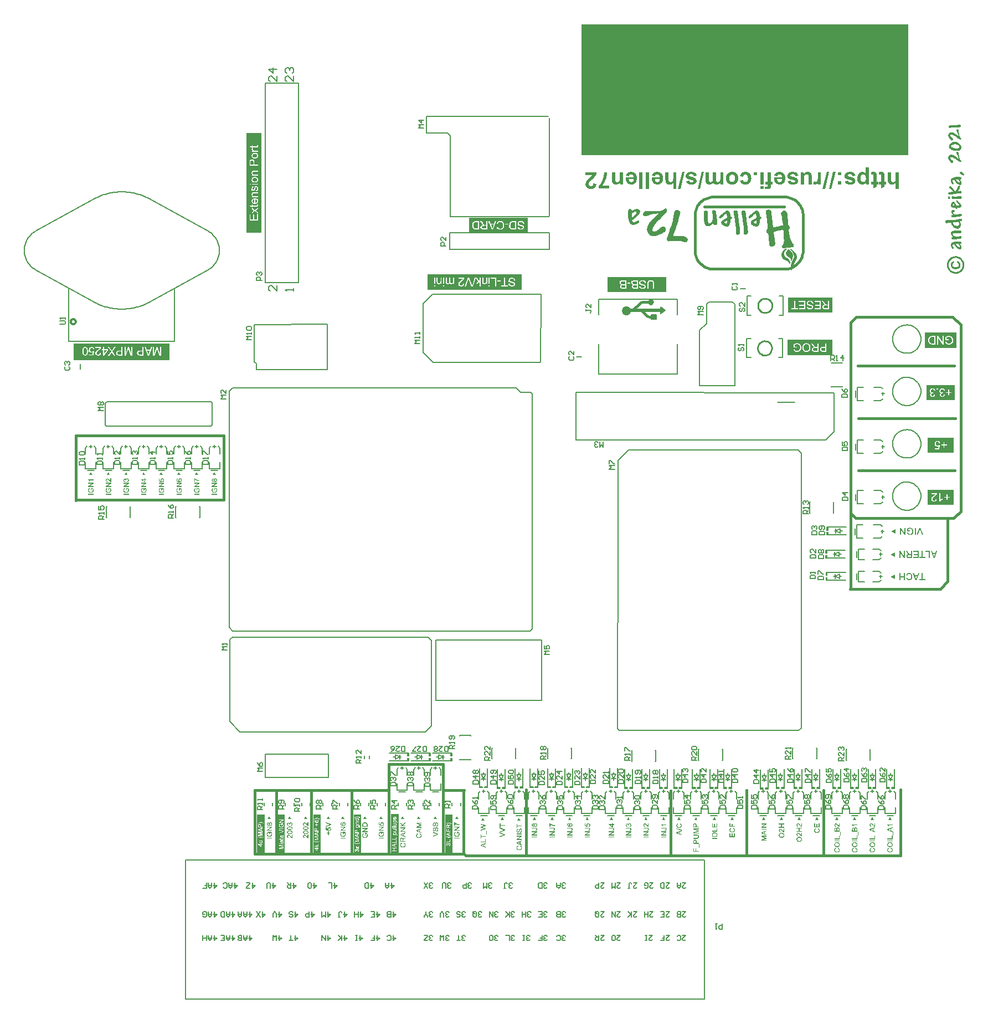
<source format=gto>
G04*
G04 #@! TF.GenerationSoftware,Altium Limited,Altium Designer,20.0.10 (225)*
G04*
G04 Layer_Color=65535*
%FSLAX25Y25*%
%MOIN*%
G70*
G01*
G75*
%ADD10C,0.03500*%
%ADD11C,0.02000*%
%ADD12C,0.01500*%
%ADD13C,0.01000*%
%ADD14C,0.00787*%
%ADD15C,0.01181*%
%ADD16C,0.01575*%
%ADD17C,0.00500*%
%ADD18C,0.00800*%
%ADD19C,0.00669*%
%ADD20C,0.00591*%
%ADD21R,1.96850X0.78740*%
G36*
X423900Y509098D02*
X424423Y509076D01*
X424525Y509058D01*
X424655Y508999D01*
X424826Y508969D01*
X425217Y508795D01*
X425589Y508519D01*
X425624Y508513D01*
X425646Y508438D01*
X425786Y508238D01*
X425948Y507963D01*
X425958Y507821D01*
X425968Y507679D01*
X425962Y507645D01*
X425944Y507543D01*
X425920Y507406D01*
X425844Y507174D01*
X425784Y506833D01*
X425678Y506430D01*
X425560Y505959D01*
X425383Y505358D01*
X425377Y505324D01*
X425319Y505193D01*
X425283Y504989D01*
X425207Y504756D01*
X425095Y504319D01*
X425025Y504121D01*
X425001Y503985D01*
X424995Y503951D01*
X424977Y503848D01*
X424947Y503678D01*
X424865Y503411D01*
X424764Y503043D01*
X424646Y502572D01*
X424476Y502004D01*
X424376Y501636D01*
X424276Y501267D01*
X424270Y501233D01*
X424258Y501164D01*
X424205Y501068D01*
X424141Y500904D01*
X424105Y500700D01*
X424029Y500467D01*
X423913Y500206D01*
X423825Y499906D01*
X423596Y499208D01*
X423316Y498415D01*
X422989Y497559D01*
X422651Y496634D01*
X422645Y496600D01*
X422599Y496538D01*
X422541Y496408D01*
X422470Y496210D01*
X422400Y496011D01*
X422324Y495779D01*
X422132Y495286D01*
X421927Y494724D01*
X421735Y494231D01*
X421659Y493999D01*
X421623Y493794D01*
X421559Y493630D01*
X421541Y493528D01*
X421745Y493492D01*
X421990Y493484D01*
X422371Y493452D01*
X422791Y493448D01*
X423349Y493420D01*
X423986Y493448D01*
X424698Y493498D01*
X424766Y493486D01*
X424982Y493518D01*
X425295Y493498D01*
X425716Y493494D01*
X426273Y493466D01*
X426892Y493392D01*
X427620Y493334D01*
X428540Y493172D01*
X428704Y493108D01*
X428903Y493038D01*
X429356Y492817D01*
X429610Y492667D01*
X429859Y492483D01*
X429887Y492443D01*
X429943Y492362D01*
X430067Y492270D01*
X430146Y492116D01*
X430358Y491727D01*
X430390Y491511D01*
X430382Y491266D01*
X430376Y491232D01*
X430358Y491130D01*
X430300Y490999D01*
X430270Y490829D01*
X430062Y490444D01*
X429957Y490252D01*
X429791Y490105D01*
X429751Y490077D01*
X429711Y490049D01*
X429476Y489915D01*
X429146Y489833D01*
X428935Y489835D01*
X428725Y489837D01*
X428316Y489909D01*
X428118Y489979D01*
X427879Y490021D01*
X427578Y490109D01*
X427408Y490139D01*
X427210Y490209D01*
X426971Y490251D01*
X426466Y490376D01*
X426233Y490452D01*
X425722Y490542D01*
X425444Y490556D01*
X425063Y490588D01*
X424648Y490626D01*
X424159Y490642D01*
X423561Y490642D01*
X423493Y490654D01*
X423277Y490622D01*
X422930Y490648D01*
X422503Y490618D01*
X422008Y490599D01*
X421439Y490559D01*
X420220Y490423D01*
X420186Y490429D01*
X420038Y490385D01*
X419862Y490381D01*
X419645Y490349D01*
X419184Y490324D01*
X419002Y490286D01*
X418763Y490328D01*
X418571Y490433D01*
X418282Y490589D01*
X418170Y490749D01*
X418023Y490916D01*
X417996Y490956D01*
X417967Y490996D01*
X417917Y491110D01*
X417873Y491258D01*
X417797Y491623D01*
X417759Y491806D01*
X417801Y492044D01*
X417807Y492078D01*
X417813Y492112D01*
X417859Y492174D01*
X417883Y492310D01*
X417947Y492475D01*
X418023Y492707D01*
X418146Y493002D01*
X418152Y493036D01*
X418204Y493132D01*
X418234Y493303D01*
X418304Y493501D01*
X418444Y493898D01*
X418514Y494097D01*
X418572Y494227D01*
X418584Y494295D01*
X418636Y494391D01*
X418666Y494561D01*
X418777Y494788D01*
X418871Y495123D01*
X419017Y495554D01*
X419221Y496115D01*
X419227Y496149D01*
X419285Y496279D01*
X419316Y496450D01*
X419426Y496676D01*
X419508Y496943D01*
X419602Y497277D01*
X419871Y498003D01*
X420117Y498803D01*
X420391Y499563D01*
X420526Y499925D01*
X420620Y500260D01*
X420742Y500555D01*
X420824Y500821D01*
X420836Y500889D01*
X420894Y501020D01*
X420976Y501286D01*
X421077Y501655D01*
X421189Y502092D01*
X421313Y502597D01*
X421415Y503176D01*
X421563Y503818D01*
X421569Y503852D01*
X421575Y503886D01*
X421593Y503988D01*
X421618Y504125D01*
X421648Y504295D01*
X421684Y504499D01*
X421774Y505011D01*
X421922Y505652D01*
X422054Y506401D01*
X422204Y507253D01*
X422367Y508173D01*
X422372Y508208D01*
X422385Y508276D01*
X422489Y508468D01*
X422581Y508592D01*
X422713Y508745D01*
X422873Y508857D01*
X423068Y508963D01*
X423102Y508957D01*
X423182Y509013D01*
X423290Y509029D01*
X423473Y509067D01*
X423655Y509106D01*
X423900Y509098D01*
D02*
G37*
G36*
X417147Y510253D02*
X417345Y510183D01*
X417566Y510039D01*
X417768Y509792D01*
X417790Y509718D01*
X417863Y509530D01*
X417945Y509199D01*
X417907Y508784D01*
X417901Y508750D01*
X417849Y508654D01*
X417791Y508524D01*
X417680Y508297D01*
X417484Y507980D01*
X417207Y507608D01*
X416845Y507144D01*
X416362Y506597D01*
X416356Y506563D01*
X416282Y506541D01*
X416229Y506445D01*
X416103Y506327D01*
X415799Y505994D01*
X415408Y505571D01*
X414897Y505064D01*
X414340Y504494D01*
X413702Y503869D01*
X412991Y503221D01*
X412945Y503159D01*
X412779Y503013D01*
X412526Y502776D01*
X412221Y502444D01*
X411865Y502015D01*
X411468Y501558D01*
X411019Y501004D01*
X410598Y500411D01*
X410592Y500377D01*
X410552Y500349D01*
X410500Y500253D01*
X410408Y500128D01*
X410218Y499846D01*
X409975Y499467D01*
X409755Y499014D01*
X409540Y498595D01*
X409354Y498136D01*
X409248Y497733D01*
X409242Y497699D01*
X409224Y497597D01*
X409200Y497461D01*
X409204Y497284D01*
X409178Y496937D01*
X409222Y496789D01*
X409272Y496675D01*
X409300Y496635D01*
X409418Y496508D01*
X409549Y496450D01*
X409679Y496392D01*
X409877Y496322D01*
X410184Y496268D01*
X410360Y496272D01*
X410691Y496354D01*
X410879Y496426D01*
X411136Y496487D01*
X411405Y496615D01*
X411713Y496771D01*
X412068Y496990D01*
X412423Y497208D01*
X412829Y497523D01*
X413276Y497866D01*
X413769Y498271D01*
X414274Y498744D01*
X414315Y498772D01*
X414475Y498884D01*
X414743Y499013D01*
X415114Y499123D01*
X415148Y499117D01*
X415222Y499139D01*
X415331Y499155D01*
X415473Y499165D01*
X415860Y499167D01*
X416275Y499129D01*
X416377Y499111D01*
X416569Y499007D01*
X416694Y498915D01*
X416846Y498782D01*
X416958Y498622D01*
X417064Y498428D01*
X417058Y498394D01*
X417080Y498319D01*
X417125Y498171D01*
X417135Y498029D01*
X417167Y497812D01*
X417193Y497562D01*
X417131Y497011D01*
X417125Y496977D01*
X417067Y496846D01*
X417002Y496682D01*
X416858Y496461D01*
X416674Y496213D01*
X416415Y495942D01*
X416055Y495690D01*
X415592Y495455D01*
X415552Y495427D01*
X415437Y495377D01*
X415323Y495327D01*
X415169Y495249D01*
X414980Y495176D01*
X414746Y495042D01*
X414706Y495014D01*
X414592Y494964D01*
X414397Y494858D01*
X414163Y494723D01*
X413860Y494601D01*
X413517Y494451D01*
X412718Y494100D01*
X411850Y493761D01*
X410966Y493530D01*
X410527Y493432D01*
X410128Y493362D01*
X409775Y493354D01*
X409429Y493380D01*
X409258Y493410D01*
X409128Y493468D01*
X408793Y493562D01*
X408368Y493742D01*
X407915Y493963D01*
X407446Y494291D01*
X407023Y494682D01*
X406618Y495175D01*
X406562Y495255D01*
X406450Y495416D01*
X406328Y495718D01*
X406149Y496101D01*
X406023Y496580D01*
X405908Y497127D01*
X405874Y497731D01*
X405955Y498384D01*
X405961Y498418D01*
X405991Y498589D01*
X406067Y498821D01*
X406115Y499093D01*
X406249Y499456D01*
X406383Y499819D01*
X406558Y500210D01*
X406772Y500629D01*
X406812Y500657D01*
X406876Y500821D01*
X407020Y501042D01*
X407211Y501325D01*
X407487Y501697D01*
X407810Y502132D01*
X408213Y502624D01*
X408690Y503137D01*
X408736Y503199D01*
X408816Y503255D01*
X408902Y503345D01*
X409028Y503463D01*
X409161Y503616D01*
X409367Y503790D01*
X409620Y504027D01*
X409872Y504263D01*
X410205Y504556D01*
X410583Y504911D01*
X411002Y505294D01*
X411461Y505705D01*
X412000Y506172D01*
X412580Y506667D01*
X413205Y507224D01*
X410273Y506933D01*
X410239Y506939D01*
X410090Y506895D01*
X409874Y506863D01*
X409583Y506809D01*
X409178Y506704D01*
X408693Y506544D01*
X408066Y506374D01*
X407358Y506147D01*
X407324Y506153D01*
X407250Y506131D01*
X407170Y506075D01*
X407022Y506031D01*
X406651Y505920D01*
X406200Y505754D01*
X405755Y505622D01*
X405316Y505523D01*
X404951Y505447D01*
X404673Y505461D01*
X404468Y505497D01*
X404236Y505573D01*
X403981Y505724D01*
X403761Y505868D01*
X403552Y506080D01*
X403458Y506343D01*
X403450Y506696D01*
X403456Y506730D01*
X403474Y506832D01*
X403544Y507030D01*
X403614Y507229D01*
X403724Y507455D01*
X403875Y507710D01*
X404059Y507958D01*
X404312Y508195D01*
X404352Y508223D01*
X404432Y508279D01*
X404586Y508357D01*
X404775Y508429D01*
X405037Y508524D01*
X405328Y508578D01*
X405646Y508592D01*
X406027Y508560D01*
X406368Y508500D01*
X406544Y508504D01*
X406749Y508468D01*
X407027Y508454D01*
X407340Y508434D01*
X407687Y508408D01*
X408034Y508382D01*
X408455Y508378D01*
X408910Y508368D01*
X409433Y508346D01*
X409962Y508358D01*
X410525Y508364D01*
X411128Y508398D01*
X411196Y508386D01*
X411379Y508424D01*
X411623Y508416D01*
X411948Y508465D01*
X412335Y508467D01*
X412762Y508497D01*
X413161Y508567D01*
X413553Y508603D01*
X413588Y508597D01*
X413696Y508613D01*
X413878Y508651D01*
X414095Y508683D01*
X414534Y508782D01*
X414756Y508848D01*
X414910Y508926D01*
X414950Y508954D01*
X415145Y509060D01*
X415425Y509257D01*
X415626Y509397D01*
X415866Y509565D01*
X415906Y509594D01*
X416027Y509678D01*
X416187Y509790D01*
X416387Y509930D01*
X416622Y510065D01*
X416816Y510171D01*
X416971Y510249D01*
X417079Y510265D01*
X417147Y510253D01*
D02*
G37*
G36*
X333997Y495376D02*
X298680D01*
Y504528D01*
X333997D01*
Y495376D01*
D02*
G37*
G36*
X479315Y509355D02*
X479488Y509321D01*
X479730Y509251D01*
X479938Y509148D01*
X480180Y509009D01*
X480388Y508802D01*
X480422Y508767D01*
X480457Y508698D01*
X480526Y508559D01*
X480630Y508386D01*
X480734Y508144D01*
X480803Y507867D01*
X480837Y507556D01*
X480872Y507210D01*
Y507141D01*
Y507072D01*
Y506968D01*
X480907Y506829D01*
Y506622D01*
X480941Y506380D01*
Y506034D01*
X481010Y505688D01*
X481045Y505238D01*
X481080Y504719D01*
X481149Y504131D01*
X481253Y503439D01*
X481322Y502677D01*
X481426Y501812D01*
X481564Y500844D01*
Y500809D01*
Y500774D01*
X481599Y500567D01*
X481633Y500290D01*
X481668Y499944D01*
X481703Y499563D01*
X481737Y499217D01*
X481772Y498906D01*
X481806Y498698D01*
X481841D01*
X481910Y498733D01*
X482083D01*
X482256Y498768D01*
X482533Y498837D01*
X482810Y498871D01*
X483156Y498941D01*
X483536Y499010D01*
X483952Y499114D01*
X484436Y499183D01*
X485439Y499425D01*
X486581Y499667D01*
X487792Y499979D01*
Y500013D01*
Y500117D01*
X487757Y500325D01*
X487723Y500636D01*
X487654Y501017D01*
X487584Y501570D01*
X487515Y502193D01*
X487502Y502342D01*
X487342Y502570D01*
X487221Y503086D01*
X487261Y503715D01*
X487274Y503744D01*
X487273Y503750D01*
X487204Y504234D01*
X487100Y504788D01*
X487031Y505307D01*
X486927Y505826D01*
X486823Y506276D01*
X486789Y506310D01*
X486650Y506345D01*
X486547Y506449D01*
X486443Y506553D01*
X486408Y506587D01*
X486373Y506656D01*
X486339Y506829D01*
Y507106D01*
Y507141D01*
Y507175D01*
X486373Y507279D01*
X486443Y507418D01*
X486547Y507556D01*
X486685Y507764D01*
X486858Y507971D01*
X487135Y508213D01*
X487169Y508248D01*
X487273Y508317D01*
X487411Y508421D01*
X487584Y508525D01*
X488000Y508732D01*
X488242Y508802D01*
X488449Y508836D01*
X488519D01*
X488726Y508802D01*
X489038Y508698D01*
X489384Y508490D01*
X489591Y508352D01*
X489764Y508144D01*
X489937Y507937D01*
X490076Y507660D01*
X490214Y507348D01*
X490318Y506968D01*
X490422Y506553D01*
X490456Y506068D01*
Y506034D01*
Y505861D01*
X490491Y505618D01*
X490525Y505272D01*
X490560Y504788D01*
X490595Y504165D01*
X490629Y503819D01*
X490664Y503439D01*
X490698Y502989D01*
X490733Y502539D01*
Y502504D01*
Y502435D01*
X490768Y502331D01*
Y502228D01*
X490802Y501882D01*
X490837Y501466D01*
X490871Y501051D01*
X490906Y500636D01*
X490941Y500290D01*
Y500186D01*
Y500082D01*
X490975D01*
X491114Y500013D01*
X491321Y499875D01*
X491425Y499771D01*
X491529Y499598D01*
Y499563D01*
X491564Y499494D01*
X491667Y499287D01*
X491806Y499010D01*
X491840Y498733D01*
Y498698D01*
Y498664D01*
X491806Y498456D01*
X491736Y498214D01*
X491633Y497937D01*
Y497903D01*
X491598Y497868D01*
X491494Y497730D01*
X491321Y497591D01*
X491079Y497487D01*
Y497453D01*
Y497418D01*
X491114Y497314D01*
Y497141D01*
X491148Y496899D01*
X491218Y496553D01*
X491287Y496173D01*
X491356Y495654D01*
Y495619D01*
X491390Y495515D01*
Y495377D01*
X491425Y495169D01*
X491494Y494892D01*
X491529Y494616D01*
X491633Y493958D01*
X491736Y493266D01*
X491777Y492864D01*
X492327Y491161D01*
X492956Y489919D01*
X493327Y489218D01*
X493770Y488928D01*
X494020Y488742D01*
X494077Y488662D01*
X494141Y488226D01*
X494182Y487654D01*
X494190Y487299D01*
X494085Y487106D01*
X493843Y486936D01*
X487852Y486226D01*
X487578Y486274D01*
X487328Y486459D01*
X487271Y486540D01*
X487199Y487330D01*
X487191Y487685D01*
X487215Y487822D01*
X487320Y488016D01*
X487884Y488411D01*
X488086Y489153D01*
X488376Y490798D01*
X488388Y491192D01*
X488380Y491225D01*
X488311Y491536D01*
X488276Y491882D01*
Y491917D01*
Y492021D01*
Y492194D01*
Y492436D01*
Y492713D01*
X488242Y493059D01*
Y493439D01*
X488207Y493820D01*
X488173Y494685D01*
X488103Y495550D01*
X488000Y496415D01*
X487861Y497211D01*
X487827D01*
X487688Y497176D01*
X487515Y497141D01*
X487239Y497107D01*
X486962Y497072D01*
X486581Y497003D01*
X486201Y496934D01*
X485785Y496830D01*
X484851Y496657D01*
X483917Y496415D01*
X482983Y496138D01*
X482568Y496000D01*
X482152Y495827D01*
Y495792D01*
Y495688D01*
X482187Y495481D01*
X482222Y495204D01*
X482256Y494823D01*
X482325Y494339D01*
X482429Y493751D01*
X482533Y493024D01*
Y492989D01*
X482568Y492886D01*
Y492747D01*
X482602Y492540D01*
X482637Y492332D01*
X482671Y492055D01*
X482775Y491432D01*
X482879Y490775D01*
X482948Y490118D01*
X482983Y489529D01*
X483017Y489253D01*
Y489045D01*
Y489010D01*
Y488907D01*
X482983Y488803D01*
X482948Y488630D01*
X482879Y488422D01*
X482775Y488215D01*
X482637Y488007D01*
X482429Y487799D01*
X482394Y487765D01*
X482325Y487696D01*
X482187Y487626D01*
X482014Y487523D01*
X481806Y487419D01*
X481564Y487315D01*
X481287Y487280D01*
X481010Y487246D01*
X480907D01*
X480768Y487280D01*
X480595D01*
X480249Y487419D01*
X480042Y487488D01*
X479869Y487626D01*
X479834D01*
X479799Y487696D01*
X479627Y487903D01*
X479453Y488249D01*
X479419Y488457D01*
X479384Y488699D01*
Y488734D01*
Y488907D01*
Y489045D01*
X479350Y489218D01*
Y489426D01*
Y489668D01*
X479315Y489979D01*
Y490291D01*
X479281Y490671D01*
X479246Y491121D01*
X479211Y491605D01*
X479142Y492159D01*
X479107Y492747D01*
X479038Y493405D01*
Y493474D01*
X479004Y493612D01*
Y493854D01*
X478969Y494131D01*
X478934Y494408D01*
Y494685D01*
X478900Y494892D01*
Y495065D01*
X478658Y495031D01*
X478588D01*
X478450Y495065D01*
X478242Y495204D01*
X478139Y495308D01*
X478035Y495446D01*
Y495481D01*
X478000Y495515D01*
X477862Y495723D01*
X477758Y496000D01*
X477723Y496380D01*
Y496415D01*
Y496449D01*
Y496553D01*
X477758Y496692D01*
X477862Y497072D01*
X478035Y497557D01*
Y497591D01*
X478069Y497660D01*
X478208Y497868D01*
X478381Y498110D01*
X478485Y498179D01*
X478588Y498214D01*
X478485Y500013D01*
Y500082D01*
X478450Y500221D01*
Y500359D01*
X478415Y500532D01*
X478381Y500740D01*
X478346Y500982D01*
X478312Y501259D01*
X478277Y501570D01*
X478242Y501916D01*
X478173Y502331D01*
X478104Y502747D01*
X478035Y503266D01*
X477966Y503785D01*
X477896Y504373D01*
Y504407D01*
X477862Y504511D01*
Y504684D01*
X477827Y504892D01*
X477793Y505134D01*
X477758Y505411D01*
X477654Y506034D01*
X477551Y506656D01*
X477481Y507245D01*
X477447Y507487D01*
Y507694D01*
X477412Y507867D01*
Y507971D01*
Y508006D01*
Y508075D01*
X477447Y508179D01*
X477481Y508317D01*
X477585Y508663D01*
X477723Y508836D01*
X477862Y509009D01*
X477896D01*
X477931Y509078D01*
X478035Y509113D01*
X478173Y509182D01*
X478519Y509321D01*
X478761Y509355D01*
X479004Y509390D01*
X479142D01*
X479315Y509355D01*
D02*
G37*
G36*
X491618Y485138D02*
X492061Y484847D01*
X492763Y484017D01*
X493440Y483050D01*
X493707Y482155D01*
X493618Y481251D01*
X493578Y480622D01*
X493433Y479800D01*
X493207Y478921D01*
X493022Y478671D01*
X492538Y478332D01*
X492530Y478687D01*
X492296Y479364D01*
X491618Y480332D01*
X491086Y480921D01*
X490393Y481396D01*
X489828Y482202D01*
X489505Y483178D01*
X489651Y484000D01*
X489965Y484581D01*
X490392Y485001D01*
X490957Y485396D01*
X491618Y485138D01*
D02*
G37*
G36*
X490182Y485815D02*
X489062Y484670D01*
X488489Y483428D01*
X488425Y482662D01*
X488522Y482009D01*
X488643Y481493D01*
X488982Y481009D01*
X489756Y480590D01*
X490506Y480033D01*
X491006Y479663D01*
X491482Y479155D01*
X491796Y478534D01*
X491974Y477937D01*
X492038Y477502D01*
X492022Y477010D01*
X491756Y476704D01*
X491611Y477082D01*
X491353Y477623D01*
X490901Y478268D01*
X490321Y478582D01*
X489603Y478921D01*
X488885Y479259D01*
X488167Y479598D01*
X487579Y480267D01*
X487240Y480751D01*
X486837Y481670D01*
X486845Y482516D01*
X486990Y483339D01*
X487328Y484057D01*
X487804Y484750D01*
X489175Y485710D01*
X489989Y485920D01*
X490182Y485815D01*
D02*
G37*
G36*
X493166Y485501D02*
X494279Y484598D01*
X495263Y483364D01*
X495690Y482582D01*
X496102Y481308D01*
X496021Y480050D01*
X495449Y478809D01*
X494820Y477647D01*
X494006Y476236D01*
X493562Y475325D01*
X493256Y474390D01*
X493063Y473293D01*
X493127Y472858D01*
X492716Y472930D01*
X492474Y473962D01*
X492321Y474696D01*
X492434Y475736D01*
X492732Y477026D01*
X493280Y478131D01*
X493933Y479429D01*
X494449Y480752D01*
X494489Y481381D01*
X494279Y482195D01*
X493932Y483034D01*
X493505Y483816D01*
X492771Y484864D01*
X492182Y485533D01*
X492001Y485706D01*
X492243Y485876D01*
X493166Y485501D01*
D02*
G37*
G36*
X517496Y456595D02*
Y447443D01*
X490772D01*
Y456595D01*
X517496D01*
D02*
G37*
G36*
X416831Y448740D02*
X414075Y446772D01*
Y450709D01*
X416831Y448740D01*
D02*
G37*
G36*
X411516Y443327D02*
X408563D01*
Y446279D01*
X411516D01*
Y443327D01*
D02*
G37*
G36*
X592052Y426255D02*
X573223D01*
Y435407D01*
X592052D01*
Y426255D01*
D02*
G37*
G36*
X517299Y421852D02*
X490575D01*
Y431004D01*
X517299D01*
Y421852D01*
D02*
G37*
G36*
X118602Y418898D02*
X60827D01*
Y428740D01*
X118602D01*
Y418898D01*
D02*
G37*
G36*
X591207Y403865D02*
Y394775D01*
X574068D01*
Y403865D01*
X591207D01*
D02*
G37*
G36*
X146396Y349656D02*
X144484D01*
X145440Y351476D01*
X146396Y349656D01*
D02*
G37*
G36*
X125136D02*
X123224D01*
X124180Y351476D01*
X125136Y349656D01*
D02*
G37*
G36*
X114506D02*
X112594D01*
X113550Y351476D01*
X114506Y349656D01*
D02*
G37*
G36*
X103877D02*
X101964D01*
X102920Y351476D01*
X103877Y349656D01*
D02*
G37*
G36*
X93247Y349656D02*
X91334D01*
X92291Y351476D01*
X93247Y349656D01*
D02*
G37*
G36*
X82617D02*
X80704D01*
X81661Y351476D01*
X82617Y349656D01*
D02*
G37*
G36*
X93080Y347692D02*
X93114Y347686D01*
X93160Y347680D01*
X93258Y347657D01*
X93373Y347617D01*
X93494Y347559D01*
X93552Y347525D01*
X93615Y347485D01*
X93667Y347433D01*
X93725Y347375D01*
X93730Y347369D01*
X93736Y347358D01*
X93748Y347341D01*
X93771Y347318D01*
X93788Y347289D01*
X93811Y347249D01*
X93840Y347208D01*
X93863Y347156D01*
X93915Y347047D01*
X93961Y346914D01*
X93995Y346770D01*
X94001Y346690D01*
X94007Y346609D01*
Y346569D01*
X94001Y346540D01*
Y346500D01*
X93995Y346459D01*
X93978Y346361D01*
X93944Y346246D01*
X93903Y346131D01*
X93840Y346010D01*
X93805Y345953D01*
X93759Y345901D01*
X93753Y345895D01*
X93748Y345889D01*
X93713Y345854D01*
X93656Y345809D01*
X93581Y345757D01*
X93483Y345699D01*
X93362Y345647D01*
X93224Y345607D01*
X93062Y345578D01*
X92993Y346039D01*
X92999D01*
X93010Y346045D01*
X93028D01*
X93051Y346050D01*
X93108Y346068D01*
X93177Y346091D01*
X93258Y346114D01*
X93339Y346148D01*
X93414Y346194D01*
X93471Y346240D01*
X93477Y346246D01*
X93494Y346264D01*
X93517Y346298D01*
X93540Y346338D01*
X93563Y346390D01*
X93586Y346454D01*
X93604Y346523D01*
X93609Y346603D01*
Y346615D01*
X93604Y346644D01*
X93598Y346690D01*
X93586Y346747D01*
X93569Y346816D01*
X93535Y346886D01*
X93494Y346955D01*
X93437Y347024D01*
X93431Y347030D01*
X93408Y347053D01*
X93368Y347081D01*
X93316Y347110D01*
X93258Y347145D01*
X93183Y347168D01*
X93103Y347191D01*
X93010Y347197D01*
X92999D01*
X92970D01*
X92930Y347191D01*
X92872Y347179D01*
X92809Y347156D01*
X92746Y347133D01*
X92682Y347093D01*
X92619Y347041D01*
X92613Y347035D01*
X92596Y347012D01*
X92567Y346978D01*
X92538Y346932D01*
X92509Y346874D01*
X92481Y346805D01*
X92463Y346724D01*
X92457Y346638D01*
Y346592D01*
X92463Y346563D01*
X92469Y346517D01*
X92475Y346465D01*
X92486Y346402D01*
X92498Y346327D01*
X92077Y346373D01*
Y346477D01*
X92072Y346569D01*
Y346609D01*
X92066Y346644D01*
Y346661D01*
X92060Y346678D01*
X92054Y346701D01*
X92031Y346759D01*
X92002Y346828D01*
Y346834D01*
X91991Y346845D01*
X91979Y346863D01*
X91962Y346886D01*
X91916Y346943D01*
X91853Y346995D01*
X91847Y347001D01*
X91835Y347007D01*
X91812Y347018D01*
X91784Y347030D01*
X91749Y347041D01*
X91709Y347053D01*
X91657Y347064D01*
X91605D01*
X91593D01*
X91571D01*
X91536Y347058D01*
X91484Y347047D01*
X91432Y347030D01*
X91380Y347001D01*
X91329Y346966D01*
X91282Y346920D01*
X91277Y346914D01*
X91265Y346897D01*
X91248Y346868D01*
X91225Y346828D01*
X91202Y346782D01*
X91185Y346724D01*
X91173Y346667D01*
X91167Y346598D01*
Y346563D01*
X91173Y346523D01*
X91185Y346477D01*
X91202Y346425D01*
X91225Y346367D01*
X91259Y346310D01*
X91306Y346258D01*
X91311Y346252D01*
X91329Y346235D01*
X91363Y346212D01*
X91409Y346189D01*
X91467Y346154D01*
X91536Y346125D01*
X91622Y346102D01*
X91726Y346079D01*
X91651Y345618D01*
X91645D01*
X91628Y345624D01*
X91605Y345630D01*
X91576Y345636D01*
X91536Y345641D01*
X91496Y345659D01*
X91392Y345688D01*
X91282Y345734D01*
X91173Y345791D01*
X91069Y345866D01*
X91023Y345912D01*
X90983Y345958D01*
Y345964D01*
X90971Y345970D01*
X90948Y346004D01*
X90914Y346062D01*
X90873Y346137D01*
X90839Y346229D01*
X90804Y346338D01*
X90781Y346459D01*
X90770Y346592D01*
Y346632D01*
X90776Y346661D01*
Y346695D01*
X90781Y346736D01*
X90799Y346828D01*
X90827Y346932D01*
X90873Y347047D01*
X90937Y347162D01*
X90971Y347214D01*
X91018Y347266D01*
Y347271D01*
X91029Y347277D01*
X91064Y347312D01*
X91115Y347352D01*
X91185Y347404D01*
X91271Y347456D01*
X91375Y347502D01*
X91490Y347531D01*
X91553Y347536D01*
X91616Y347542D01*
X91622D01*
X91634D01*
X91663D01*
X91691Y347536D01*
X91732Y347531D01*
X91772Y347519D01*
X91870Y347490D01*
X91922Y347467D01*
X91979Y347439D01*
X92031Y347404D01*
X92083Y347364D01*
X92135Y347312D01*
X92187Y347254D01*
X92227Y347191D01*
X92234Y347179D01*
X92244Y347208D01*
X92273Y347271D01*
X92308Y347341D01*
X92360Y347410D01*
X92423Y347479D01*
X92504Y347542D01*
X92515Y347548D01*
X92544Y347565D01*
X92590Y347594D01*
X92653Y347623D01*
X92728Y347646D01*
X92815Y347675D01*
X92907Y347692D01*
X93005Y347698D01*
X93010D01*
X93022D01*
X93045D01*
X93080Y347692D01*
D02*
G37*
G36*
X146252Y347692D02*
X146287Y347686D01*
X146327Y347680D01*
X146425Y347663D01*
X146535Y347623D01*
X146650Y347571D01*
X146713Y347536D01*
X146771Y347496D01*
X146828Y347450D01*
X146880Y347398D01*
X146886Y347393D01*
X146892Y347387D01*
X146903Y347370D01*
X146920Y347346D01*
X146943Y347312D01*
X146967Y347277D01*
X146990Y347237D01*
X147018Y347191D01*
X147070Y347081D01*
X147110Y346949D01*
X147145Y346799D01*
X147151Y346719D01*
X147157Y346632D01*
Y346586D01*
X147151Y346557D01*
Y346517D01*
X147139Y346471D01*
X147122Y346361D01*
X147087Y346240D01*
X147041Y346114D01*
X146972Y345987D01*
X146926Y345924D01*
X146880Y345866D01*
X146874Y345860D01*
X146869Y345855D01*
X146851Y345837D01*
X146828Y345820D01*
X146799Y345797D01*
X146771Y345774D01*
X146684Y345722D01*
X146581Y345665D01*
X146460Y345618D01*
X146321Y345584D01*
X146247Y345578D01*
X146166Y345572D01*
X146160D01*
X146154D01*
X146137D01*
X146114D01*
X146056Y345584D01*
X145987Y345595D01*
X145907Y345613D01*
X145815Y345641D01*
X145722Y345682D01*
X145636Y345739D01*
X145624Y345745D01*
X145596Y345768D01*
X145561Y345809D01*
X145515Y345855D01*
X145463Y345918D01*
X145417Y345987D01*
X145382Y346068D01*
X145380Y346077D01*
X145342Y346016D01*
X145313Y345970D01*
X145279Y345930D01*
X145238Y345889D01*
X145192Y345843D01*
X145141Y345809D01*
X145077Y345774D01*
X145014Y345739D01*
X144933Y345716D01*
X144853Y345705D01*
X144760Y345699D01*
X144755D01*
X144743D01*
X144726D01*
X144703Y345705D01*
X144634Y345711D01*
X144553Y345734D01*
X144455Y345762D01*
X144357Y345809D01*
X144254Y345872D01*
X144207Y345906D01*
X144161Y345953D01*
X144156Y345958D01*
X144150Y345964D01*
X144138Y345981D01*
X144121Y345999D01*
X144087Y346056D01*
X144040Y346137D01*
X143994Y346229D01*
X143960Y346344D01*
X143931Y346477D01*
X143919Y346626D01*
Y346667D01*
X143925Y346696D01*
Y346730D01*
X143931Y346776D01*
X143948Y346868D01*
X143983Y346978D01*
X144029Y347093D01*
X144087Y347202D01*
X144127Y347254D01*
X144173Y347306D01*
Y347312D01*
X144184Y347318D01*
X144219Y347346D01*
X144271Y347393D01*
X144340Y347439D01*
X144426Y347485D01*
X144530Y347531D01*
X144639Y347560D01*
X144703Y347571D01*
X144766D01*
X144772D01*
X144789D01*
X144812D01*
X144847Y347565D01*
X144887Y347560D01*
X144927Y347548D01*
X145031Y347514D01*
X145083Y347490D01*
X145141Y347462D01*
X145192Y347421D01*
X145244Y347381D01*
X145296Y347329D01*
X145342Y347266D01*
X145382Y347197D01*
X145391Y347176D01*
X145405Y347208D01*
X145429Y347249D01*
X145457Y347300D01*
X145492Y347352D01*
X145538Y347410D01*
X145590Y347462D01*
X145647Y347514D01*
X145711Y347565D01*
X145786Y347606D01*
X145872Y347646D01*
X145964Y347675D01*
X146068Y347692D01*
X146183Y347698D01*
X146189D01*
X146200D01*
X146223D01*
X146252Y347692D01*
D02*
G37*
G36*
X114201Y347704D02*
X114242Y347698D01*
X114288Y347692D01*
X114403Y347669D01*
X114530Y347634D01*
X114662Y347583D01*
X114731Y347548D01*
X114800Y347508D01*
X114869Y347456D01*
X114933Y347404D01*
X114938Y347398D01*
X114944Y347393D01*
X114962Y347375D01*
X114985Y347346D01*
X115008Y347318D01*
X115036Y347283D01*
X115071Y347237D01*
X115100Y347191D01*
X115129Y347133D01*
X115163Y347076D01*
X115215Y346937D01*
X115238Y346863D01*
X115250Y346782D01*
X115261Y346696D01*
X115267Y346603D01*
Y346563D01*
X115261Y346534D01*
Y346500D01*
X115255Y346459D01*
X115238Y346367D01*
X115209Y346252D01*
X115175Y346137D01*
X115117Y346016D01*
X115042Y345901D01*
X115036Y345895D01*
X115031Y345889D01*
X114996Y345855D01*
X114944Y345809D01*
X114864Y345751D01*
X114818Y345722D01*
X114766Y345688D01*
X114708Y345665D01*
X114639Y345636D01*
X114570Y345613D01*
X114495Y345595D01*
X114409Y345578D01*
X114322Y345567D01*
X114282Y346045D01*
X114288D01*
X114293D01*
X114311Y346050D01*
X114334Y346056D01*
X114391Y346068D01*
X114460Y346091D01*
X114535Y346114D01*
X114610Y346148D01*
X114679Y346189D01*
X114737Y346240D01*
X114743Y346246D01*
X114760Y346269D01*
X114777Y346298D01*
X114800Y346344D01*
X114829Y346396D01*
X114846Y346459D01*
X114864Y346529D01*
X114869Y346603D01*
Y346615D01*
X114864Y346650D01*
X114858Y346696D01*
X114846Y346759D01*
X114818Y346828D01*
X114783Y346897D01*
X114737Y346966D01*
X114668Y347035D01*
X114656Y347041D01*
X114633Y347064D01*
X114587Y347093D01*
X114530Y347122D01*
X114455Y347156D01*
X114368Y347179D01*
X114270Y347202D01*
X114161Y347208D01*
X114155D01*
X114149D01*
X114132D01*
X114109D01*
X114057Y347197D01*
X113988Y347185D01*
X113907Y347168D01*
X113833Y347133D01*
X113752Y347093D01*
X113683Y347035D01*
X113677Y347030D01*
X113654Y347007D01*
X113625Y346966D01*
X113591Y346914D01*
X113562Y346851D01*
X113533Y346776D01*
X113510Y346696D01*
X113504Y346598D01*
Y346563D01*
X113510Y346540D01*
X113522Y346482D01*
X113545Y346402D01*
X113579Y346315D01*
X113631Y346223D01*
X113665Y346183D01*
X113706Y346137D01*
X113758Y346096D01*
X113810Y346056D01*
X113758Y345630D01*
X112082Y345935D01*
Y347565D01*
X112537D01*
Y346310D01*
X113268Y346160D01*
X113262Y346171D01*
X113239Y346200D01*
X113210Y346246D01*
X113170Y346310D01*
X113136Y346390D01*
X113107Y346482D01*
X113084Y346586D01*
X113078Y346701D01*
Y346742D01*
X113084Y346770D01*
Y346805D01*
X113095Y346845D01*
X113113Y346943D01*
X113147Y347053D01*
X113199Y347168D01*
X113233Y347225D01*
X113268Y347289D01*
X113314Y347346D01*
X113366Y347404D01*
X113372Y347410D01*
X113377Y347416D01*
X113395Y347433D01*
X113418Y347450D01*
X113447Y347473D01*
X113481Y347502D01*
X113522Y347531D01*
X113568Y347560D01*
X113677Y347611D01*
X113804Y347663D01*
X113953Y347698D01*
X114034Y347704D01*
X114121Y347709D01*
X114126D01*
X114144D01*
X114167D01*
X114201Y347704D01*
D02*
G37*
G36*
X83325Y345520D02*
X83319D01*
X83314D01*
X83296D01*
X83273Y345526D01*
X83210Y345532D01*
X83135Y345544D01*
X83043Y345567D01*
X82945Y345601D01*
X82841Y345641D01*
X82738Y345705D01*
X82732D01*
X82726Y345716D01*
X82709Y345728D01*
X82686Y345745D01*
X82628Y345791D01*
X82588Y345826D01*
X82548Y345866D01*
X82496Y345912D01*
X82444Y345964D01*
X82386Y346022D01*
X82323Y346085D01*
X82260Y346154D01*
X82185Y346235D01*
X82116Y346321D01*
X82035Y346413D01*
Y346419D01*
X82023Y346425D01*
X81995Y346459D01*
X81949Y346517D01*
X81891Y346586D01*
X81816Y346667D01*
X81735Y346759D01*
X81643Y346845D01*
X81551Y346937D01*
X81545D01*
X81540Y346949D01*
X81505Y346972D01*
X81453Y347012D01*
X81390Y347058D01*
X81309Y347099D01*
X81223Y347139D01*
X81131Y347162D01*
X81033Y347174D01*
X81021D01*
X80998D01*
X80958Y347168D01*
X80906Y347156D01*
X80854Y347133D01*
X80797Y347110D01*
X80733Y347070D01*
X80681Y347018D01*
X80676Y347012D01*
X80658Y346989D01*
X80635Y346955D01*
X80607Y346914D01*
X80583Y346857D01*
X80560Y346788D01*
X80543Y346713D01*
X80537Y346632D01*
Y346592D01*
X80543Y346546D01*
X80555Y346494D01*
X80572Y346425D01*
X80601Y346361D01*
X80635Y346292D01*
X80687Y346229D01*
X80693Y346223D01*
X80716Y346206D01*
X80751Y346177D01*
X80802Y346148D01*
X80866Y346119D01*
X80952Y346096D01*
X81050Y346079D01*
X81165Y346068D01*
X81119Y345595D01*
X81113D01*
X81096D01*
X81073Y345601D01*
X81038Y345607D01*
X80998Y345613D01*
X80952Y345624D01*
X80843Y345647D01*
X80722Y345688D01*
X80601Y345745D01*
X80485Y345820D01*
X80428Y345860D01*
X80382Y345912D01*
X80376Y345918D01*
X80370Y345924D01*
X80359Y345941D01*
X80342Y345964D01*
X80324Y345993D01*
X80307Y346027D01*
X80261Y346114D01*
X80215Y346217D01*
X80180Y346338D01*
X80151Y346482D01*
X80140Y346638D01*
Y346684D01*
X80146Y346719D01*
Y346759D01*
X80151Y346805D01*
X80174Y346909D01*
X80203Y347030D01*
X80249Y347150D01*
X80318Y347271D01*
X80359Y347329D01*
X80405Y347381D01*
X80411Y347387D01*
X80416Y347393D01*
X80451Y347421D01*
X80509Y347467D01*
X80583Y347519D01*
X80676Y347565D01*
X80785Y347611D01*
X80906Y347640D01*
X80969Y347652D01*
X81038D01*
X81044D01*
X81050D01*
X81067D01*
X81090Y347646D01*
X81154Y347640D01*
X81234Y347623D01*
X81327Y347600D01*
X81436Y347559D01*
X81545Y347502D01*
X81666Y347427D01*
X81672D01*
X81678Y347415D01*
X81701Y347404D01*
X81724Y347381D01*
X81753Y347358D01*
X81793Y347323D01*
X81833Y347283D01*
X81885Y347237D01*
X81943Y347185D01*
X82006Y347122D01*
X82069Y347047D01*
X82144Y346972D01*
X82225Y346880D01*
X82306Y346788D01*
X82398Y346678D01*
X82490Y346563D01*
Y346557D01*
X82502Y346551D01*
X82513Y346534D01*
X82530Y346511D01*
X82582Y346454D01*
X82634Y346385D01*
X82697Y346315D01*
X82761Y346246D01*
X82818Y346183D01*
X82870Y346137D01*
Y347657D01*
X83325D01*
Y345520D01*
D02*
G37*
G36*
X124871Y347698D02*
X124912D01*
X124958Y347686D01*
X125062Y347669D01*
X125188Y347634D01*
X125315Y347583D01*
X125384Y347554D01*
X125447Y347514D01*
X125511Y347473D01*
X125574Y347421D01*
X125580Y347416D01*
X125586Y347410D01*
X125603Y347393D01*
X125626Y347370D01*
X125649Y347341D01*
X125678Y347312D01*
X125735Y347225D01*
X125793Y347122D01*
X125845Y346995D01*
X125885Y346851D01*
X125891Y346770D01*
X125897Y346684D01*
Y346638D01*
X125891Y346603D01*
X125885Y346569D01*
X125879Y346517D01*
X125856Y346408D01*
X125816Y346287D01*
X125787Y346217D01*
X125753Y346154D01*
X125712Y346085D01*
X125666Y346016D01*
X125615Y345953D01*
X125557Y345889D01*
X125551Y345883D01*
X125540Y345878D01*
X125522Y345860D01*
X125488Y345837D01*
X125453Y345814D01*
X125401Y345785D01*
X125344Y345757D01*
X125280Y345728D01*
X125200Y345699D01*
X125113Y345670D01*
X125015Y345641D01*
X124906Y345618D01*
X124785Y345595D01*
X124658Y345578D01*
X124514Y345572D01*
X124359Y345567D01*
X124347D01*
X124324D01*
X124278D01*
X124221Y345572D01*
X124151Y345578D01*
X124071Y345584D01*
X123984Y345590D01*
X123887Y345601D01*
X123685Y345636D01*
X123472Y345693D01*
X123368Y345722D01*
X123270Y345762D01*
X123178Y345809D01*
X123092Y345860D01*
X123086Y345866D01*
X123074Y345872D01*
X123051Y345889D01*
X123022Y345918D01*
X122994Y345947D01*
X122953Y345981D01*
X122913Y346027D01*
X122873Y346079D01*
X122832Y346137D01*
X122798Y346200D01*
X122757Y346269D01*
X122729Y346344D01*
X122700Y346431D01*
X122677Y346517D01*
X122665Y346615D01*
X122660Y346719D01*
Y346753D01*
X122665Y346782D01*
Y346811D01*
X122671Y346851D01*
X122683Y346937D01*
X122711Y347035D01*
X122746Y347139D01*
X122798Y347243D01*
X122867Y347341D01*
Y347346D01*
X122879Y347352D01*
X122907Y347381D01*
X122953Y347421D01*
X123022Y347473D01*
X123115Y347531D01*
X123224Y347577D01*
X123357Y347623D01*
X123512Y347652D01*
X123547Y347185D01*
X123541D01*
X123524Y347179D01*
X123501Y347174D01*
X123472Y347162D01*
X123391Y347133D01*
X123299Y347087D01*
X123213Y347018D01*
X123132Y346937D01*
X123103Y346886D01*
X123080Y346828D01*
X123063Y346765D01*
X123057Y346696D01*
Y346684D01*
X123063Y346650D01*
X123069Y346603D01*
X123092Y346540D01*
X123126Y346465D01*
X123172Y346385D01*
X123241Y346310D01*
X123287Y346269D01*
X123334Y346229D01*
X123339D01*
X123345Y346223D01*
X123362Y346212D01*
X123385Y346200D01*
X123414Y346183D01*
X123449Y346166D01*
X123489Y346148D01*
X123541Y346131D01*
X123593Y346114D01*
X123656Y346096D01*
X123725Y346079D01*
X123800Y346062D01*
X123881Y346050D01*
X123973Y346039D01*
X124065Y346033D01*
X124088D01*
X124077Y346045D01*
X124042Y346079D01*
X124002Y346120D01*
X123961Y346166D01*
X123927Y346217D01*
X123887Y346275D01*
X123852Y346338D01*
X123823Y346408D01*
X123800Y346482D01*
X123777Y346563D01*
X123766Y346650D01*
X123760Y346742D01*
Y346782D01*
X123766Y346811D01*
X123771Y346845D01*
X123777Y346886D01*
X123794Y346978D01*
X123829Y347087D01*
X123881Y347197D01*
X123915Y347254D01*
X123956Y347312D01*
X124002Y347370D01*
X124054Y347421D01*
X124059Y347427D01*
X124065Y347433D01*
X124082Y347450D01*
X124105Y347467D01*
X124134Y347485D01*
X124169Y347514D01*
X124255Y347565D01*
X124365Y347617D01*
X124491Y347657D01*
X124635Y347692D01*
X124716Y347698D01*
X124797Y347704D01*
X124802D01*
X124814D01*
X124843D01*
X124871Y347698D01*
D02*
G37*
G36*
X103848Y347260D02*
X104585D01*
Y346788D01*
X103848D01*
Y345451D01*
X103450D01*
X101411Y346874D01*
Y347260D01*
X103416D01*
Y347675D01*
X103848D01*
Y347260D01*
D02*
G37*
G36*
X147105Y344576D02*
X144775Y343021D01*
X147105D01*
Y342543D01*
X143931D01*
Y343026D01*
X146261Y344587D01*
X143931D01*
Y345065D01*
X147105D01*
Y344576D01*
D02*
G37*
G36*
X125845D02*
X123515Y343021D01*
X125845D01*
Y342543D01*
X122671D01*
Y343026D01*
X125002Y344587D01*
X122671D01*
Y345065D01*
X125845D01*
Y344576D01*
D02*
G37*
G36*
X115215D02*
X112885Y343021D01*
X115215D01*
Y342543D01*
X112041D01*
Y343026D01*
X114372Y344587D01*
X112041D01*
Y345065D01*
X115215D01*
Y344576D01*
D02*
G37*
G36*
X104585D02*
X102255Y343021D01*
X104585D01*
Y342543D01*
X101411D01*
Y343026D01*
X103742Y344587D01*
X101411D01*
Y345065D01*
X104585D01*
Y344576D01*
D02*
G37*
G36*
X93955Y344576D02*
X91625Y343021D01*
X93955D01*
Y342543D01*
X90781D01*
Y343026D01*
X93112Y344587D01*
X90781D01*
Y345065D01*
X93955D01*
Y344576D01*
D02*
G37*
G36*
X83325D02*
X80995Y343021D01*
X83325D01*
Y342543D01*
X80151D01*
Y343026D01*
X82482Y344587D01*
X80151D01*
Y345065D01*
X83325D01*
Y344576D01*
D02*
G37*
G36*
X146655Y341944D02*
X146673Y341920D01*
X146696Y341886D01*
X146730Y341840D01*
X146765Y341782D01*
X146811Y341719D01*
X146857Y341638D01*
X146903Y341552D01*
X146949Y341460D01*
X146995Y341356D01*
X147041Y341247D01*
X147076Y341131D01*
X147110Y341010D01*
X147134Y340884D01*
X147151Y340757D01*
X147157Y340624D01*
Y340590D01*
X147151Y340555D01*
Y340504D01*
X147145Y340440D01*
X147134Y340371D01*
X147122Y340290D01*
X147099Y340204D01*
X147076Y340112D01*
X147047Y340014D01*
X147013Y339916D01*
X146967Y339818D01*
X146920Y339720D01*
X146857Y339622D01*
X146794Y339530D01*
X146713Y339444D01*
X146707Y339438D01*
X146690Y339426D01*
X146667Y339403D01*
X146632Y339375D01*
X146586Y339340D01*
X146535Y339305D01*
X146471Y339265D01*
X146396Y339225D01*
X146321Y339179D01*
X146229Y339138D01*
X146131Y339104D01*
X146028Y339069D01*
X145912Y339040D01*
X145797Y339018D01*
X145665Y339006D01*
X145532Y339000D01*
X145527D01*
X145509D01*
X145486D01*
X145457Y339006D01*
X145417D01*
X145371Y339012D01*
X145319Y339018D01*
X145262Y339023D01*
X145129Y339046D01*
X144991Y339075D01*
X144841Y339121D01*
X144697Y339179D01*
X144691D01*
X144680Y339190D01*
X144662Y339196D01*
X144634Y339213D01*
X144599Y339231D01*
X144565Y339254D01*
X144478Y339317D01*
X144380Y339392D01*
X144282Y339484D01*
X144184Y339594D01*
X144098Y339720D01*
Y339726D01*
X144087Y339738D01*
X144075Y339755D01*
X144063Y339784D01*
X144046Y339818D01*
X144029Y339858D01*
X144012Y339910D01*
X143989Y339962D01*
X143965Y340025D01*
X143948Y340089D01*
X143914Y340239D01*
X143891Y340411D01*
X143879Y340596D01*
Y340648D01*
X143885Y340682D01*
Y340728D01*
X143891Y340780D01*
X143896Y340843D01*
X143908Y340907D01*
X143937Y341045D01*
X143983Y341189D01*
X144040Y341327D01*
X144121Y341460D01*
Y341465D01*
X144133Y341477D01*
X144144Y341489D01*
X144167Y341512D01*
X144190Y341540D01*
X144225Y341569D01*
X144259Y341604D01*
X144305Y341638D01*
X144351Y341673D01*
X144409Y341713D01*
X144467Y341748D01*
X144536Y341788D01*
X144611Y341817D01*
X144691Y341851D01*
X144778Y341880D01*
X144870Y341903D01*
X144985Y341454D01*
X144979D01*
X144968Y341448D01*
X144950Y341442D01*
X144927Y341437D01*
X144870Y341414D01*
X144789Y341379D01*
X144709Y341333D01*
X144628Y341281D01*
X144547Y341218D01*
X144478Y341143D01*
X144472Y341131D01*
X144455Y341103D01*
X144426Y341062D01*
X144397Y340999D01*
X144369Y340918D01*
X144340Y340826D01*
X144323Y340717D01*
X144317Y340596D01*
Y340544D01*
X144323Y340509D01*
X144328Y340463D01*
X144334Y340411D01*
X144357Y340296D01*
X144397Y340164D01*
X144421Y340095D01*
X144455Y340031D01*
X144495Y339962D01*
X144536Y339904D01*
X144588Y339841D01*
X144645Y339789D01*
X144651D01*
X144662Y339778D01*
X144680Y339766D01*
X144703Y339749D01*
X144737Y339726D01*
X144778Y339703D01*
X144824Y339680D01*
X144876Y339657D01*
X144933Y339628D01*
X144997Y339605D01*
X145071Y339582D01*
X145146Y339559D01*
X145313Y339530D01*
X145405Y339524D01*
X145503Y339519D01*
X145509D01*
X145521D01*
X145544D01*
X145573D01*
X145607Y339524D01*
X145647D01*
X145740Y339536D01*
X145849Y339547D01*
X145958Y339570D01*
X146074Y339605D01*
X146177Y339645D01*
X146189Y339651D01*
X146218Y339668D01*
X146264Y339703D01*
X146321Y339743D01*
X146385Y339801D01*
X146454Y339864D01*
X146511Y339945D01*
X146569Y340037D01*
Y340043D01*
X146575Y340049D01*
X146592Y340083D01*
X146609Y340135D01*
X146632Y340204D01*
X146661Y340290D01*
X146678Y340383D01*
X146696Y340492D01*
X146702Y340601D01*
Y340648D01*
X146696Y340682D01*
X146690Y340722D01*
X146684Y340769D01*
X146678Y340826D01*
X146667Y340884D01*
X146632Y341016D01*
X146575Y341160D01*
X146546Y341229D01*
X146506Y341304D01*
X146460Y341379D01*
X146408Y341454D01*
X145901D01*
Y340550D01*
X145446D01*
Y341949D01*
X146650D01*
X146655Y341944D01*
D02*
G37*
G36*
X125396D02*
X125413Y341920D01*
X125436Y341886D01*
X125470Y341840D01*
X125505Y341782D01*
X125551Y341719D01*
X125597Y341638D01*
X125643Y341552D01*
X125689Y341460D01*
X125735Y341356D01*
X125782Y341247D01*
X125816Y341131D01*
X125851Y341010D01*
X125874Y340884D01*
X125891Y340757D01*
X125897Y340624D01*
Y340590D01*
X125891Y340555D01*
Y340504D01*
X125885Y340440D01*
X125874Y340371D01*
X125862Y340290D01*
X125839Y340204D01*
X125816Y340112D01*
X125787Y340014D01*
X125753Y339916D01*
X125707Y339818D01*
X125661Y339720D01*
X125597Y339622D01*
X125534Y339530D01*
X125453Y339444D01*
X125447Y339438D01*
X125430Y339426D01*
X125407Y339403D01*
X125373Y339375D01*
X125327Y339340D01*
X125275Y339305D01*
X125211Y339265D01*
X125136Y339225D01*
X125062Y339179D01*
X124969Y339138D01*
X124871Y339104D01*
X124768Y339069D01*
X124653Y339040D01*
X124537Y339018D01*
X124405Y339006D01*
X124272Y339000D01*
X124267D01*
X124249D01*
X124226D01*
X124197Y339006D01*
X124157D01*
X124111Y339012D01*
X124059Y339018D01*
X124002Y339023D01*
X123869Y339046D01*
X123731Y339075D01*
X123581Y339121D01*
X123437Y339179D01*
X123431D01*
X123420Y339190D01*
X123403Y339196D01*
X123374Y339213D01*
X123339Y339231D01*
X123305Y339254D01*
X123218Y339317D01*
X123120Y339392D01*
X123022Y339484D01*
X122925Y339594D01*
X122838Y339720D01*
Y339726D01*
X122827Y339738D01*
X122815Y339755D01*
X122804Y339784D01*
X122786Y339818D01*
X122769Y339858D01*
X122752Y339910D01*
X122729Y339962D01*
X122706Y340025D01*
X122688Y340089D01*
X122654Y340239D01*
X122631Y340411D01*
X122619Y340596D01*
Y340648D01*
X122625Y340682D01*
Y340728D01*
X122631Y340780D01*
X122637Y340843D01*
X122648Y340907D01*
X122677Y341045D01*
X122723Y341189D01*
X122781Y341327D01*
X122861Y341460D01*
Y341465D01*
X122873Y341477D01*
X122884Y341489D01*
X122907Y341512D01*
X122930Y341540D01*
X122965Y341569D01*
X122999Y341604D01*
X123046Y341638D01*
X123092Y341673D01*
X123149Y341713D01*
X123207Y341748D01*
X123276Y341788D01*
X123351Y341817D01*
X123431Y341851D01*
X123518Y341880D01*
X123610Y341903D01*
X123725Y341454D01*
X123719D01*
X123708Y341448D01*
X123691Y341442D01*
X123668Y341437D01*
X123610Y341414D01*
X123529Y341379D01*
X123449Y341333D01*
X123368Y341281D01*
X123287Y341218D01*
X123218Y341143D01*
X123213Y341131D01*
X123195Y341103D01*
X123167Y341062D01*
X123138Y340999D01*
X123109Y340918D01*
X123080Y340826D01*
X123063Y340717D01*
X123057Y340596D01*
Y340544D01*
X123063Y340509D01*
X123069Y340463D01*
X123074Y340411D01*
X123097Y340296D01*
X123138Y340164D01*
X123161Y340095D01*
X123195Y340031D01*
X123236Y339962D01*
X123276Y339904D01*
X123328Y339841D01*
X123385Y339789D01*
X123391D01*
X123403Y339778D01*
X123420Y339766D01*
X123443Y339749D01*
X123477Y339726D01*
X123518Y339703D01*
X123564Y339680D01*
X123616Y339657D01*
X123673Y339628D01*
X123737Y339605D01*
X123812Y339582D01*
X123887Y339559D01*
X124054Y339530D01*
X124146Y339524D01*
X124244Y339519D01*
X124249D01*
X124261D01*
X124284D01*
X124313D01*
X124347Y339524D01*
X124388D01*
X124480Y339536D01*
X124589Y339547D01*
X124699Y339570D01*
X124814Y339605D01*
X124917Y339645D01*
X124929Y339651D01*
X124958Y339668D01*
X125004Y339703D01*
X125062Y339743D01*
X125125Y339801D01*
X125194Y339864D01*
X125252Y339945D01*
X125309Y340037D01*
Y340043D01*
X125315Y340049D01*
X125332Y340083D01*
X125349Y340135D01*
X125373Y340204D01*
X125401Y340290D01*
X125419Y340383D01*
X125436Y340492D01*
X125442Y340601D01*
Y340648D01*
X125436Y340682D01*
X125430Y340722D01*
X125424Y340769D01*
X125419Y340826D01*
X125407Y340884D01*
X125373Y341016D01*
X125315Y341160D01*
X125286Y341229D01*
X125246Y341304D01*
X125200Y341379D01*
X125148Y341454D01*
X124641D01*
Y340550D01*
X124186D01*
Y341949D01*
X125390D01*
X125396Y341944D01*
D02*
G37*
G36*
X114766D02*
X114783Y341920D01*
X114806Y341886D01*
X114841Y341840D01*
X114875Y341782D01*
X114921Y341719D01*
X114967Y341638D01*
X115013Y341552D01*
X115059Y341460D01*
X115105Y341356D01*
X115152Y341247D01*
X115186Y341131D01*
X115221Y341010D01*
X115244Y340884D01*
X115261Y340757D01*
X115267Y340624D01*
Y340590D01*
X115261Y340555D01*
Y340504D01*
X115255Y340440D01*
X115244Y340371D01*
X115232Y340290D01*
X115209Y340204D01*
X115186Y340112D01*
X115157Y340014D01*
X115123Y339916D01*
X115077Y339818D01*
X115031Y339720D01*
X114967Y339622D01*
X114904Y339530D01*
X114823Y339444D01*
X114818Y339438D01*
X114800Y339426D01*
X114777Y339403D01*
X114743Y339375D01*
X114697Y339340D01*
X114645Y339305D01*
X114581Y339265D01*
X114506Y339225D01*
X114432Y339179D01*
X114339Y339138D01*
X114242Y339104D01*
X114138Y339069D01*
X114023Y339040D01*
X113907Y339018D01*
X113775Y339006D01*
X113643Y339000D01*
X113637D01*
X113619D01*
X113596D01*
X113568Y339006D01*
X113527D01*
X113481Y339012D01*
X113429Y339018D01*
X113372Y339023D01*
X113239Y339046D01*
X113101Y339075D01*
X112951Y339121D01*
X112807Y339179D01*
X112802D01*
X112790Y339190D01*
X112773Y339196D01*
X112744Y339213D01*
X112709Y339231D01*
X112675Y339254D01*
X112588Y339317D01*
X112490Y339392D01*
X112393Y339484D01*
X112295Y339594D01*
X112208Y339720D01*
Y339726D01*
X112197Y339738D01*
X112185Y339755D01*
X112174Y339784D01*
X112156Y339818D01*
X112139Y339858D01*
X112122Y339910D01*
X112099Y339962D01*
X112076Y340025D01*
X112058Y340089D01*
X112024Y340239D01*
X112001Y340411D01*
X111989Y340596D01*
Y340648D01*
X111995Y340682D01*
Y340728D01*
X112001Y340780D01*
X112007Y340843D01*
X112018Y340907D01*
X112047Y341045D01*
X112093Y341189D01*
X112151Y341327D01*
X112231Y341460D01*
Y341465D01*
X112243Y341477D01*
X112254Y341489D01*
X112277Y341512D01*
X112300Y341540D01*
X112335Y341569D01*
X112370Y341604D01*
X112416Y341638D01*
X112462Y341673D01*
X112519Y341713D01*
X112577Y341748D01*
X112646Y341788D01*
X112721Y341817D01*
X112802Y341851D01*
X112888Y341880D01*
X112980Y341903D01*
X113095Y341454D01*
X113090D01*
X113078Y341448D01*
X113061Y341442D01*
X113038Y341437D01*
X112980Y341414D01*
X112899Y341379D01*
X112819Y341333D01*
X112738Y341281D01*
X112657Y341218D01*
X112588Y341143D01*
X112583Y341131D01*
X112565Y341103D01*
X112537Y341062D01*
X112508Y340999D01*
X112479Y340918D01*
X112450Y340826D01*
X112433Y340717D01*
X112427Y340596D01*
Y340544D01*
X112433Y340509D01*
X112439Y340463D01*
X112444Y340411D01*
X112467Y340296D01*
X112508Y340164D01*
X112531Y340095D01*
X112565Y340031D01*
X112606Y339962D01*
X112646Y339904D01*
X112698Y339841D01*
X112755Y339789D01*
X112761D01*
X112773Y339778D01*
X112790Y339766D01*
X112813Y339749D01*
X112848Y339726D01*
X112888Y339703D01*
X112934Y339680D01*
X112986Y339657D01*
X113043Y339628D01*
X113107Y339605D01*
X113182Y339582D01*
X113257Y339559D01*
X113424Y339530D01*
X113516Y339524D01*
X113614Y339519D01*
X113619D01*
X113631D01*
X113654D01*
X113683D01*
X113717Y339524D01*
X113758D01*
X113850Y339536D01*
X113959Y339547D01*
X114069Y339570D01*
X114184Y339605D01*
X114288Y339645D01*
X114299Y339651D01*
X114328Y339668D01*
X114374Y339703D01*
X114432Y339743D01*
X114495Y339801D01*
X114564Y339864D01*
X114622Y339945D01*
X114679Y340037D01*
Y340043D01*
X114685Y340049D01*
X114702Y340083D01*
X114720Y340135D01*
X114743Y340204D01*
X114771Y340290D01*
X114789Y340383D01*
X114806Y340492D01*
X114812Y340601D01*
Y340648D01*
X114806Y340682D01*
X114800Y340722D01*
X114795Y340769D01*
X114789Y340826D01*
X114777Y340884D01*
X114743Y341016D01*
X114685Y341160D01*
X114656Y341229D01*
X114616Y341304D01*
X114570Y341379D01*
X114518Y341454D01*
X114011D01*
Y340550D01*
X113556D01*
Y341949D01*
X114760D01*
X114766Y341944D01*
D02*
G37*
G36*
X104136D02*
X104153Y341920D01*
X104176Y341886D01*
X104211Y341840D01*
X104245Y341782D01*
X104291Y341719D01*
X104337Y341638D01*
X104383Y341552D01*
X104429Y341460D01*
X104476Y341356D01*
X104522Y341247D01*
X104556Y341131D01*
X104591Y341010D01*
X104614Y340884D01*
X104631Y340757D01*
X104637Y340624D01*
Y340590D01*
X104631Y340555D01*
Y340504D01*
X104625Y340440D01*
X104614Y340371D01*
X104602Y340290D01*
X104579Y340204D01*
X104556Y340112D01*
X104527Y340014D01*
X104493Y339916D01*
X104447Y339818D01*
X104401Y339720D01*
X104337Y339622D01*
X104274Y339530D01*
X104193Y339444D01*
X104188Y339438D01*
X104170Y339426D01*
X104147Y339403D01*
X104113Y339375D01*
X104067Y339340D01*
X104015Y339305D01*
X103951Y339265D01*
X103877Y339225D01*
X103802Y339179D01*
X103709Y339138D01*
X103612Y339104D01*
X103508Y339069D01*
X103393Y339040D01*
X103278Y339018D01*
X103145Y339006D01*
X103013Y339000D01*
X103007D01*
X102989D01*
X102966D01*
X102938Y339006D01*
X102897D01*
X102851Y339012D01*
X102799Y339018D01*
X102742Y339023D01*
X102609Y339046D01*
X102471Y339075D01*
X102321Y339121D01*
X102177Y339179D01*
X102172D01*
X102160Y339190D01*
X102143Y339196D01*
X102114Y339213D01*
X102079Y339231D01*
X102045Y339254D01*
X101959Y339317D01*
X101861Y339392D01*
X101763Y339484D01*
X101665Y339594D01*
X101578Y339720D01*
Y339726D01*
X101567Y339738D01*
X101555Y339755D01*
X101544Y339784D01*
X101526Y339818D01*
X101509Y339858D01*
X101492Y339910D01*
X101469Y339962D01*
X101446Y340025D01*
X101429Y340089D01*
X101394Y340239D01*
X101371Y340411D01*
X101359Y340596D01*
Y340648D01*
X101365Y340682D01*
Y340728D01*
X101371Y340780D01*
X101377Y340843D01*
X101388Y340907D01*
X101417Y341045D01*
X101463Y341189D01*
X101521Y341327D01*
X101601Y341460D01*
Y341465D01*
X101613Y341477D01*
X101624Y341489D01*
X101647Y341512D01*
X101671Y341540D01*
X101705Y341569D01*
X101740Y341604D01*
X101786Y341638D01*
X101832Y341673D01*
X101889Y341713D01*
X101947Y341748D01*
X102016Y341788D01*
X102091Y341817D01*
X102172Y341851D01*
X102258Y341880D01*
X102350Y341903D01*
X102465Y341454D01*
X102460D01*
X102448Y341448D01*
X102431Y341442D01*
X102408Y341437D01*
X102350Y341414D01*
X102269Y341379D01*
X102189Y341333D01*
X102108Y341281D01*
X102028Y341218D01*
X101959Y341143D01*
X101953Y341131D01*
X101935Y341103D01*
X101907Y341062D01*
X101878Y340999D01*
X101849Y340918D01*
X101820Y340826D01*
X101803Y340717D01*
X101797Y340596D01*
Y340544D01*
X101803Y340509D01*
X101809Y340463D01*
X101814Y340411D01*
X101838Y340296D01*
X101878Y340164D01*
X101901Y340095D01*
X101935Y340031D01*
X101976Y339962D01*
X102016Y339904D01*
X102068Y339841D01*
X102126Y339789D01*
X102131D01*
X102143Y339778D01*
X102160Y339766D01*
X102183Y339749D01*
X102218Y339726D01*
X102258Y339703D01*
X102304Y339680D01*
X102356Y339657D01*
X102413Y339628D01*
X102477Y339605D01*
X102552Y339582D01*
X102627Y339559D01*
X102794Y339530D01*
X102886Y339524D01*
X102984Y339519D01*
X102989D01*
X103001D01*
X103024D01*
X103053D01*
X103087Y339524D01*
X103128D01*
X103220Y339536D01*
X103329Y339547D01*
X103439Y339570D01*
X103554Y339605D01*
X103658Y339645D01*
X103669Y339651D01*
X103698Y339668D01*
X103744Y339703D01*
X103802Y339743D01*
X103865Y339801D01*
X103934Y339864D01*
X103992Y339945D01*
X104049Y340037D01*
Y340043D01*
X104055Y340049D01*
X104072Y340083D01*
X104090Y340135D01*
X104113Y340204D01*
X104141Y340290D01*
X104159Y340383D01*
X104176Y340492D01*
X104182Y340601D01*
Y340648D01*
X104176Y340682D01*
X104170Y340722D01*
X104165Y340769D01*
X104159Y340826D01*
X104147Y340884D01*
X104113Y341016D01*
X104055Y341160D01*
X104026Y341229D01*
X103986Y341304D01*
X103940Y341379D01*
X103888Y341454D01*
X103381D01*
Y340550D01*
X102926D01*
Y341949D01*
X104130D01*
X104136Y341944D01*
D02*
G37*
G36*
X93506Y341944D02*
X93523Y341920D01*
X93546Y341886D01*
X93581Y341840D01*
X93615Y341782D01*
X93661Y341719D01*
X93707Y341638D01*
X93753Y341552D01*
X93800Y341460D01*
X93846Y341356D01*
X93892Y341247D01*
X93926Y341131D01*
X93961Y341010D01*
X93984Y340884D01*
X94001Y340757D01*
X94007Y340624D01*
Y340590D01*
X94001Y340555D01*
Y340504D01*
X93995Y340440D01*
X93984Y340371D01*
X93972Y340290D01*
X93949Y340204D01*
X93926Y340112D01*
X93897Y340014D01*
X93863Y339916D01*
X93817Y339818D01*
X93771Y339720D01*
X93707Y339622D01*
X93644Y339530D01*
X93563Y339444D01*
X93558Y339438D01*
X93540Y339426D01*
X93517Y339403D01*
X93483Y339374D01*
X93437Y339340D01*
X93385Y339305D01*
X93322Y339265D01*
X93247Y339225D01*
X93172Y339179D01*
X93080Y339138D01*
X92982Y339104D01*
X92878Y339069D01*
X92763Y339040D01*
X92648Y339017D01*
X92515Y339006D01*
X92383Y339000D01*
X92377D01*
X92360D01*
X92336D01*
X92308Y339006D01*
X92267D01*
X92221Y339012D01*
X92169Y339017D01*
X92112Y339023D01*
X91979Y339046D01*
X91841Y339075D01*
X91691Y339121D01*
X91547Y339179D01*
X91542D01*
X91530Y339190D01*
X91513Y339196D01*
X91484Y339213D01*
X91449Y339230D01*
X91415Y339254D01*
X91329Y339317D01*
X91231Y339392D01*
X91133Y339484D01*
X91035Y339593D01*
X90948Y339720D01*
Y339726D01*
X90937Y339737D01*
X90925Y339755D01*
X90914Y339784D01*
X90897Y339818D01*
X90879Y339858D01*
X90862Y339910D01*
X90839Y339962D01*
X90816Y340025D01*
X90799Y340089D01*
X90764Y340238D01*
X90741Y340411D01*
X90729Y340596D01*
Y340648D01*
X90735Y340682D01*
Y340728D01*
X90741Y340780D01*
X90747Y340843D01*
X90758Y340907D01*
X90787Y341045D01*
X90833Y341189D01*
X90891Y341327D01*
X90971Y341460D01*
Y341465D01*
X90983Y341477D01*
X90995Y341489D01*
X91018Y341512D01*
X91040Y341540D01*
X91075Y341569D01*
X91110Y341604D01*
X91156Y341638D01*
X91202Y341673D01*
X91259Y341713D01*
X91317Y341748D01*
X91386Y341788D01*
X91461Y341817D01*
X91542Y341851D01*
X91628Y341880D01*
X91720Y341903D01*
X91835Y341454D01*
X91830D01*
X91818Y341448D01*
X91801Y341442D01*
X91778Y341437D01*
X91720Y341414D01*
X91640Y341379D01*
X91559Y341333D01*
X91478Y341281D01*
X91398Y341218D01*
X91329Y341143D01*
X91323Y341131D01*
X91306Y341103D01*
X91277Y341062D01*
X91248Y340999D01*
X91219Y340918D01*
X91190Y340826D01*
X91173Y340717D01*
X91167Y340596D01*
Y340544D01*
X91173Y340509D01*
X91179Y340463D01*
X91185Y340411D01*
X91208Y340296D01*
X91248Y340164D01*
X91271Y340094D01*
X91306Y340031D01*
X91346Y339962D01*
X91386Y339904D01*
X91438Y339841D01*
X91496Y339789D01*
X91501D01*
X91513Y339778D01*
X91530Y339766D01*
X91553Y339749D01*
X91588Y339726D01*
X91628Y339703D01*
X91674Y339680D01*
X91726Y339657D01*
X91784Y339628D01*
X91847Y339605D01*
X91922Y339582D01*
X91997Y339559D01*
X92164Y339530D01*
X92256Y339524D01*
X92354Y339518D01*
X92360D01*
X92371D01*
X92394D01*
X92423D01*
X92457Y339524D01*
X92498D01*
X92590Y339536D01*
X92699Y339547D01*
X92809Y339570D01*
X92924Y339605D01*
X93028Y339645D01*
X93039Y339651D01*
X93068Y339668D01*
X93114Y339703D01*
X93172Y339743D01*
X93235Y339801D01*
X93304Y339864D01*
X93362Y339945D01*
X93419Y340037D01*
Y340043D01*
X93425Y340049D01*
X93442Y340083D01*
X93460Y340135D01*
X93483Y340204D01*
X93512Y340290D01*
X93529Y340383D01*
X93546Y340492D01*
X93552Y340601D01*
Y340648D01*
X93546Y340682D01*
X93540Y340722D01*
X93535Y340769D01*
X93529Y340826D01*
X93517Y340884D01*
X93483Y341016D01*
X93425Y341160D01*
X93396Y341229D01*
X93356Y341304D01*
X93310Y341379D01*
X93258Y341454D01*
X92751D01*
Y340550D01*
X92296D01*
Y341949D01*
X93500D01*
X93506Y341944D01*
D02*
G37*
G36*
X82876D02*
X82893Y341920D01*
X82916Y341886D01*
X82951Y341840D01*
X82985Y341782D01*
X83031Y341719D01*
X83078Y341638D01*
X83124Y341552D01*
X83170Y341460D01*
X83216Y341356D01*
X83262Y341247D01*
X83296Y341131D01*
X83331Y341010D01*
X83354Y340884D01*
X83371Y340757D01*
X83377Y340624D01*
Y340590D01*
X83371Y340555D01*
Y340504D01*
X83365Y340440D01*
X83354Y340371D01*
X83342Y340290D01*
X83319Y340204D01*
X83296Y340112D01*
X83268Y340014D01*
X83233Y339916D01*
X83187Y339818D01*
X83141Y339720D01*
X83078Y339622D01*
X83014Y339530D01*
X82933Y339444D01*
X82928Y339438D01*
X82911Y339426D01*
X82887Y339403D01*
X82853Y339374D01*
X82807Y339340D01*
X82755Y339305D01*
X82692Y339265D01*
X82617Y339225D01*
X82542Y339179D01*
X82450Y339138D01*
X82352Y339104D01*
X82248Y339069D01*
X82133Y339040D01*
X82018Y339017D01*
X81885Y339006D01*
X81753Y339000D01*
X81747D01*
X81730D01*
X81707D01*
X81678Y339006D01*
X81638D01*
X81591Y339012D01*
X81540Y339017D01*
X81482Y339023D01*
X81349Y339046D01*
X81211Y339075D01*
X81062Y339121D01*
X80918Y339179D01*
X80912D01*
X80900Y339190D01*
X80883Y339196D01*
X80854Y339213D01*
X80820Y339230D01*
X80785Y339254D01*
X80699Y339317D01*
X80601Y339392D01*
X80503Y339484D01*
X80405Y339593D01*
X80318Y339720D01*
Y339726D01*
X80307Y339737D01*
X80295Y339755D01*
X80284Y339784D01*
X80267Y339818D01*
X80249Y339858D01*
X80232Y339910D01*
X80209Y339962D01*
X80186Y340025D01*
X80169Y340089D01*
X80134Y340238D01*
X80111Y340411D01*
X80100Y340596D01*
Y340648D01*
X80105Y340682D01*
Y340728D01*
X80111Y340780D01*
X80117Y340843D01*
X80128Y340907D01*
X80157Y341045D01*
X80203Y341189D01*
X80261Y341327D01*
X80342Y341460D01*
Y341465D01*
X80353Y341477D01*
X80365Y341489D01*
X80388Y341512D01*
X80411Y341540D01*
X80445Y341569D01*
X80480Y341604D01*
X80526Y341638D01*
X80572Y341673D01*
X80629Y341713D01*
X80687Y341748D01*
X80756Y341788D01*
X80831Y341817D01*
X80912Y341851D01*
X80998Y341880D01*
X81090Y341903D01*
X81205Y341454D01*
X81200D01*
X81188Y341448D01*
X81171Y341442D01*
X81148Y341437D01*
X81090Y341414D01*
X81010Y341379D01*
X80929Y341333D01*
X80848Y341281D01*
X80768Y341218D01*
X80699Y341143D01*
X80693Y341131D01*
X80676Y341103D01*
X80647Y341062D01*
X80618Y340999D01*
X80589Y340918D01*
X80560Y340826D01*
X80543Y340717D01*
X80537Y340596D01*
Y340544D01*
X80543Y340509D01*
X80549Y340463D01*
X80555Y340411D01*
X80578Y340296D01*
X80618Y340164D01*
X80641Y340094D01*
X80676Y340031D01*
X80716Y339962D01*
X80756Y339904D01*
X80808Y339841D01*
X80866Y339789D01*
X80871D01*
X80883Y339778D01*
X80900Y339766D01*
X80923Y339749D01*
X80958Y339726D01*
X80998Y339703D01*
X81044Y339680D01*
X81096Y339657D01*
X81154Y339628D01*
X81217Y339605D01*
X81292Y339582D01*
X81367Y339559D01*
X81534Y339530D01*
X81626Y339524D01*
X81724Y339518D01*
X81730D01*
X81741D01*
X81764D01*
X81793D01*
X81828Y339524D01*
X81868D01*
X81960Y339536D01*
X82069Y339547D01*
X82179Y339570D01*
X82294Y339605D01*
X82398Y339645D01*
X82409Y339651D01*
X82438Y339668D01*
X82484Y339703D01*
X82542Y339743D01*
X82605Y339801D01*
X82674Y339864D01*
X82732Y339945D01*
X82789Y340037D01*
Y340043D01*
X82795Y340049D01*
X82812Y340083D01*
X82830Y340135D01*
X82853Y340204D01*
X82882Y340290D01*
X82899Y340383D01*
X82916Y340492D01*
X82922Y340601D01*
Y340648D01*
X82916Y340682D01*
X82911Y340722D01*
X82905Y340769D01*
X82899Y340826D01*
X82887Y340884D01*
X82853Y341016D01*
X82795Y341160D01*
X82766Y341229D01*
X82726Y341304D01*
X82680Y341379D01*
X82628Y341454D01*
X82121D01*
Y340550D01*
X81666D01*
Y341949D01*
X82870D01*
X82876Y341944D01*
D02*
G37*
G36*
X147105Y337946D02*
X143931D01*
Y338447D01*
X147105D01*
Y337946D01*
D02*
G37*
G36*
X125845D02*
X122671D01*
Y338447D01*
X125845D01*
Y337946D01*
D02*
G37*
G36*
X115215D02*
X112041D01*
Y338447D01*
X115215D01*
Y337946D01*
D02*
G37*
G36*
X104585D02*
X101411D01*
Y338447D01*
X104585D01*
Y337946D01*
D02*
G37*
G36*
X93955Y337946D02*
X90781D01*
Y338447D01*
X93955D01*
Y337946D01*
D02*
G37*
G36*
X83325D02*
X80151D01*
Y338447D01*
X83325D01*
Y337946D01*
D02*
G37*
G36*
X561514Y313742D02*
X560869D01*
X558788Y316849D01*
Y313742D01*
X558150D01*
Y317973D01*
X558803D01*
X560877Y314866D01*
Y317973D01*
X561514D01*
Y313742D01*
D02*
G37*
G36*
X555301Y314479D02*
X552874Y315754D01*
X555301Y317029D01*
Y314479D01*
D02*
G37*
G36*
X564164Y318035D02*
X564233D01*
X564317Y318027D01*
X564409Y318012D01*
X564517Y317996D01*
X564632Y317966D01*
X564755Y317935D01*
X564886Y317897D01*
X565016Y317850D01*
X565147Y317789D01*
X565277Y317727D01*
X565408Y317643D01*
X565531Y317559D01*
X565646Y317451D01*
X565654Y317443D01*
X565669Y317420D01*
X565700Y317390D01*
X565738Y317343D01*
X565784Y317282D01*
X565830Y317213D01*
X565884Y317128D01*
X565938Y317029D01*
X565999Y316929D01*
X566053Y316806D01*
X566099Y316675D01*
X566145Y316537D01*
X566184Y316384D01*
X566214Y316230D01*
X566230Y316053D01*
X566237Y315877D01*
Y315869D01*
Y315846D01*
Y315815D01*
X566230Y315777D01*
Y315723D01*
X566222Y315662D01*
X566214Y315593D01*
X566207Y315516D01*
X566176Y315339D01*
X566138Y315155D01*
X566076Y314955D01*
X565999Y314763D01*
Y314755D01*
X565984Y314740D01*
X565976Y314717D01*
X565953Y314679D01*
X565930Y314633D01*
X565899Y314586D01*
X565815Y314471D01*
X565715Y314341D01*
X565592Y314210D01*
X565446Y314079D01*
X565277Y313964D01*
X565270D01*
X565254Y313949D01*
X565231Y313934D01*
X565193Y313918D01*
X565147Y313895D01*
X565093Y313872D01*
X565024Y313849D01*
X564955Y313818D01*
X564870Y313788D01*
X564786Y313765D01*
X564586Y313719D01*
X564356Y313688D01*
X564110Y313672D01*
X564041D01*
X563995Y313680D01*
X563933D01*
X563864Y313688D01*
X563780Y313696D01*
X563695Y313711D01*
X563511Y313749D01*
X563319Y313811D01*
X563135Y313888D01*
X562958Y313995D01*
X562950D01*
X562935Y314010D01*
X562920Y314026D01*
X562889Y314056D01*
X562851Y314087D01*
X562812Y314133D01*
X562766Y314179D01*
X562720Y314241D01*
X562674Y314302D01*
X562620Y314379D01*
X562574Y314456D01*
X562520Y314548D01*
X562482Y314648D01*
X562436Y314755D01*
X562397Y314871D01*
X562367Y314993D01*
X562966Y315147D01*
Y315139D01*
X562973Y315124D01*
X562981Y315101D01*
X562989Y315070D01*
X563019Y314993D01*
X563065Y314886D01*
X563127Y314778D01*
X563196Y314671D01*
X563280Y314563D01*
X563380Y314471D01*
X563396Y314463D01*
X563434Y314440D01*
X563488Y314402D01*
X563572Y314364D01*
X563680Y314325D01*
X563803Y314287D01*
X563949Y314264D01*
X564110Y314256D01*
X564179D01*
X564225Y314264D01*
X564287Y314271D01*
X564356Y314279D01*
X564509Y314310D01*
X564686Y314364D01*
X564778Y314394D01*
X564863Y314440D01*
X564955Y314494D01*
X565032Y314548D01*
X565116Y314617D01*
X565185Y314694D01*
Y314702D01*
X565201Y314717D01*
X565216Y314740D01*
X565239Y314771D01*
X565270Y314817D01*
X565300Y314871D01*
X565331Y314932D01*
X565362Y315001D01*
X565400Y315078D01*
X565431Y315162D01*
X565462Y315262D01*
X565492Y315362D01*
X565531Y315585D01*
X565539Y315708D01*
X565546Y315838D01*
Y315846D01*
Y315861D01*
Y315892D01*
Y315930D01*
X565539Y315977D01*
Y316030D01*
X565523Y316153D01*
X565508Y316299D01*
X565477Y316445D01*
X565431Y316599D01*
X565377Y316737D01*
X565370Y316752D01*
X565346Y316791D01*
X565300Y316852D01*
X565247Y316929D01*
X565170Y317013D01*
X565085Y317105D01*
X564978Y317182D01*
X564855Y317259D01*
X564847D01*
X564840Y317267D01*
X564793Y317290D01*
X564724Y317313D01*
X564632Y317343D01*
X564517Y317382D01*
X564394Y317405D01*
X564248Y317428D01*
X564102Y317436D01*
X564041D01*
X563995Y317428D01*
X563941Y317420D01*
X563880Y317413D01*
X563803Y317405D01*
X563726Y317390D01*
X563549Y317343D01*
X563357Y317267D01*
X563265Y317228D01*
X563165Y317175D01*
X563065Y317113D01*
X562966Y317044D01*
Y316368D01*
X564171D01*
Y315761D01*
X562305D01*
Y317367D01*
X562313Y317374D01*
X562344Y317397D01*
X562390Y317428D01*
X562451Y317474D01*
X562528Y317520D01*
X562612Y317582D01*
X562720Y317643D01*
X562835Y317704D01*
X562958Y317766D01*
X563096Y317827D01*
X563242Y317889D01*
X563396Y317935D01*
X563557Y317981D01*
X563726Y318012D01*
X563895Y318035D01*
X564072Y318042D01*
X564118D01*
X564164Y318035D01*
D02*
G37*
G36*
X572066Y313742D02*
X571375D01*
X570292Y316783D01*
X570285Y316798D01*
X570269Y316829D01*
X570246Y316890D01*
X570223Y316967D01*
X570192Y317059D01*
X570154Y317167D01*
X570133Y317247D01*
X570123Y317213D01*
X570093Y317121D01*
X570054Y317013D01*
X570016Y316890D01*
X569970Y316768D01*
X568841Y313742D01*
X568180D01*
X569808Y317973D01*
X570461D01*
X572066Y313742D01*
D02*
G37*
G36*
X567643D02*
X566975D01*
Y317973D01*
X567643D01*
Y313742D01*
D02*
G37*
G36*
X579017Y299834D02*
X578348D01*
X576644Y304066D01*
X577365D01*
X577849Y302814D01*
X579478D01*
X579938Y304066D01*
X580614D01*
X579017Y299834D01*
D02*
G37*
G36*
X565438D02*
X563426D01*
X563334Y299842D01*
X563234Y299850D01*
X563127Y299857D01*
X563019Y299873D01*
X562919Y299888D01*
X562904D01*
X562873Y299896D01*
X562827Y299911D01*
X562758Y299934D01*
X562689Y299965D01*
X562605Y300003D01*
X562528Y300049D01*
X562451Y300103D01*
X562443Y300111D01*
X562420Y300134D01*
X562382Y300165D01*
X562336Y300211D01*
X562282Y300272D01*
X562228Y300341D01*
X562182Y300426D01*
X562136Y300510D01*
X562128Y300518D01*
X562121Y300549D01*
X562105Y300602D01*
X562082Y300664D01*
X562059Y300741D01*
X562044Y300825D01*
X562036Y300917D01*
X562029Y301017D01*
Y301025D01*
Y301040D01*
Y301063D01*
X562036Y301101D01*
X562044Y301186D01*
X562067Y301301D01*
X562105Y301424D01*
X562159Y301555D01*
X562236Y301685D01*
X562343Y301808D01*
X562359Y301823D01*
X562397Y301854D01*
X562474Y301908D01*
X562566Y301969D01*
X562689Y302031D01*
X562835Y302092D01*
X562996Y302138D01*
X563088Y302157D01*
X563042Y302184D01*
X562942Y302261D01*
X562827Y302361D01*
X562758Y302422D01*
X562697Y302492D01*
X562628Y302576D01*
X562558Y302661D01*
X562489Y302753D01*
X562420Y302860D01*
X561691Y304066D01*
X562482D01*
X562489Y304051D01*
X562512Y304020D01*
X562543Y303974D01*
X562581Y303905D01*
X562635Y303828D01*
X562689Y303736D01*
X562750Y303636D01*
X562812Y303536D01*
X562950Y303329D01*
X563012Y303221D01*
X563073Y303129D01*
X563134Y303037D01*
X563180Y302960D01*
X563227Y302891D01*
X563257Y302845D01*
X563265Y302837D01*
X563280Y302806D01*
X563311Y302768D01*
X563349Y302722D01*
X563442Y302599D01*
X563557Y302484D01*
X563564Y302476D01*
X563580Y302461D01*
X563611Y302430D01*
X563649Y302399D01*
X563741Y302338D01*
X563795Y302307D01*
X563849Y302292D01*
X563856D01*
X563872Y302284D01*
X563902Y302276D01*
X563941Y302269D01*
X563995Y302261D01*
X564056Y302254D01*
X564125Y302246D01*
X564770D01*
Y304066D01*
X565438D01*
Y299834D01*
D02*
G37*
G36*
X561199D02*
X560554D01*
X558473Y302941D01*
Y299834D01*
X557835D01*
Y304066D01*
X558488D01*
X560562Y300959D01*
Y304066D01*
X561199D01*
Y299834D01*
D02*
G37*
G36*
X554986Y300572D02*
X552559Y301847D01*
X554986Y303121D01*
Y300572D01*
D02*
G37*
G36*
X576260Y299834D02*
X575591D01*
Y303459D01*
X573556D01*
Y304066D01*
X576260D01*
Y299834D01*
D02*
G37*
G36*
X571936Y300441D02*
X573287D01*
Y299834D01*
X569908D01*
Y300441D01*
X571268D01*
Y304066D01*
X571936D01*
Y300441D01*
D02*
G37*
G36*
X569371Y299834D02*
X566260D01*
Y300441D01*
X568702D01*
Y301578D01*
X566422D01*
Y302184D01*
X568702D01*
Y303459D01*
X566168D01*
Y304066D01*
X569371D01*
Y299834D01*
D02*
G37*
G36*
X201346Y142766D02*
X199434D01*
X200390Y144587D01*
X201346Y142766D01*
D02*
G37*
G36*
X292291Y142766D02*
X290378D01*
X291335Y144587D01*
X292291Y142766D01*
D02*
G37*
G36*
X259825D02*
X257912D01*
X258869Y144587D01*
X259825Y142766D01*
D02*
G37*
G36*
X246818D02*
X244906D01*
X245862Y144587D01*
X246818Y142766D01*
D02*
G37*
G36*
X236976D02*
X235063D01*
X236020Y144587D01*
X236976Y142766D01*
D02*
G37*
G36*
X223784D02*
X221872D01*
X222828Y144587D01*
X223784Y142766D01*
D02*
G37*
G36*
X191700D02*
X189788D01*
X190744Y144587D01*
X191700Y142766D01*
D02*
G37*
G36*
X179495D02*
X177583D01*
X178539Y144587D01*
X179495Y142766D01*
D02*
G37*
G36*
X406239Y142176D02*
X404326D01*
X405283Y143996D01*
X406239Y142176D01*
D02*
G37*
G36*
X395609D02*
X393696D01*
X394653Y143996D01*
X395609Y142176D01*
D02*
G37*
G36*
X385373D02*
X383460D01*
X384417Y143996D01*
X385373Y142176D01*
D02*
G37*
G36*
X552999Y142176D02*
X551087D01*
X552043Y143996D01*
X552999Y142176D01*
D02*
G37*
G36*
X508995D02*
X507082D01*
X508039Y143996D01*
X508995Y142176D01*
D02*
G37*
G36*
X458010D02*
X456098D01*
X457054Y143996D01*
X458010Y142176D01*
D02*
G37*
G36*
X436267D02*
X434354D01*
X435311Y143996D01*
X436267Y142176D01*
D02*
G37*
G36*
X426069D02*
X424157D01*
X425113Y143996D01*
X426069Y142176D01*
D02*
G37*
G36*
X319676Y142176D02*
X317764D01*
X318720Y143996D01*
X319676Y142176D01*
D02*
G37*
G36*
X360274D02*
X358362D01*
X359318Y143996D01*
X360274Y142176D01*
D02*
G37*
G36*
X521109Y142176D02*
X519197D01*
X520153Y143996D01*
X521109Y142176D01*
D02*
G37*
G36*
X531739Y142176D02*
X529827D01*
X530783Y143996D01*
X531739Y142176D01*
D02*
G37*
G36*
X487735Y142176D02*
X485823D01*
X486779Y143996D01*
X487735Y142176D01*
D02*
G37*
G36*
X370904Y142176D02*
X368992D01*
X369948Y143996D01*
X370904Y142176D01*
D02*
G37*
G36*
X329861Y141782D02*
X327948D01*
X328905Y143602D01*
X329861Y141782D01*
D02*
G37*
G36*
X191533Y140802D02*
X191568Y140796D01*
X191614Y140791D01*
X191712Y140768D01*
X191827Y140727D01*
X191948Y140670D01*
X192006Y140635D01*
X192069Y140595D01*
X192121Y140543D01*
X192178Y140486D01*
X192184Y140480D01*
X192190Y140468D01*
X192201Y140451D01*
X192224Y140428D01*
X192242Y140399D01*
X192265Y140359D01*
X192294Y140319D01*
X192316Y140267D01*
X192368Y140157D01*
X192414Y140025D01*
X192449Y139881D01*
X192455Y139800D01*
X192461Y139719D01*
Y139679D01*
X192455Y139650D01*
Y139610D01*
X192449Y139570D01*
X192432Y139472D01*
X192397Y139357D01*
X192357Y139241D01*
X192294Y139120D01*
X192259Y139063D01*
X192213Y139011D01*
X192207Y139005D01*
X192201Y138999D01*
X192167Y138965D01*
X192109Y138919D01*
X192034Y138867D01*
X191936Y138809D01*
X191815Y138758D01*
X191677Y138717D01*
X191516Y138688D01*
X191447Y139149D01*
X191453D01*
X191464Y139155D01*
X191481D01*
X191504Y139161D01*
X191562Y139178D01*
X191631Y139201D01*
X191712Y139224D01*
X191792Y139259D01*
X191867Y139305D01*
X191925Y139351D01*
X191931Y139357D01*
X191948Y139374D01*
X191971Y139408D01*
X191994Y139449D01*
X192017Y139500D01*
X192040Y139564D01*
X192057Y139633D01*
X192063Y139714D01*
Y139725D01*
X192057Y139754D01*
X192051Y139800D01*
X192040Y139858D01*
X192023Y139927D01*
X191988Y139996D01*
X191948Y140065D01*
X191890Y140134D01*
X191885Y140140D01*
X191861Y140163D01*
X191821Y140192D01*
X191769Y140220D01*
X191712Y140255D01*
X191637Y140278D01*
X191556Y140301D01*
X191464Y140307D01*
X191453D01*
X191424D01*
X191383Y140301D01*
X191326Y140290D01*
X191262Y140267D01*
X191199Y140244D01*
X191136Y140203D01*
X191072Y140151D01*
X191067Y140146D01*
X191049Y140123D01*
X191021Y140088D01*
X190992Y140042D01*
X190963Y139984D01*
X190934Y139915D01*
X190917Y139835D01*
X190911Y139748D01*
Y139702D01*
X190917Y139673D01*
X190923Y139627D01*
X190928Y139575D01*
X190940Y139512D01*
X190951Y139437D01*
X190531Y139483D01*
Y139587D01*
X190525Y139679D01*
Y139719D01*
X190519Y139754D01*
Y139771D01*
X190514Y139788D01*
X190508Y139812D01*
X190485Y139869D01*
X190456Y139938D01*
Y139944D01*
X190445Y139956D01*
X190433Y139973D01*
X190416Y139996D01*
X190370Y140053D01*
X190306Y140105D01*
X190301Y140111D01*
X190289Y140117D01*
X190266Y140128D01*
X190237Y140140D01*
X190203Y140151D01*
X190162Y140163D01*
X190110Y140174D01*
X190059D01*
X190047D01*
X190024D01*
X189989Y140169D01*
X189938Y140157D01*
X189886Y140140D01*
X189834Y140111D01*
X189782Y140076D01*
X189736Y140031D01*
X189730Y140025D01*
X189719Y140007D01*
X189701Y139979D01*
X189678Y139938D01*
X189655Y139892D01*
X189638Y139835D01*
X189627Y139777D01*
X189621Y139708D01*
Y139673D01*
X189627Y139633D01*
X189638Y139587D01*
X189655Y139535D01*
X189678Y139478D01*
X189713Y139420D01*
X189759Y139368D01*
X189765Y139362D01*
X189782Y139345D01*
X189817Y139322D01*
X189863Y139299D01*
X189920Y139264D01*
X189989Y139236D01*
X190076Y139213D01*
X190180Y139190D01*
X190105Y138729D01*
X190099D01*
X190082Y138734D01*
X190059Y138740D01*
X190030Y138746D01*
X189989Y138752D01*
X189949Y138769D01*
X189846Y138798D01*
X189736Y138844D01*
X189627Y138901D01*
X189523Y138976D01*
X189477Y139023D01*
X189436Y139068D01*
Y139074D01*
X189425Y139080D01*
X189402Y139115D01*
X189367Y139172D01*
X189327Y139247D01*
X189293Y139339D01*
X189258Y139449D01*
X189235Y139570D01*
X189223Y139702D01*
Y139743D01*
X189229Y139771D01*
Y139806D01*
X189235Y139846D01*
X189252Y139938D01*
X189281Y140042D01*
X189327Y140157D01*
X189390Y140272D01*
X189425Y140324D01*
X189471Y140376D01*
Y140382D01*
X189483Y140388D01*
X189517Y140422D01*
X189569Y140463D01*
X189638Y140514D01*
X189725Y140566D01*
X189828Y140612D01*
X189943Y140641D01*
X190007Y140647D01*
X190070Y140653D01*
X190076D01*
X190087D01*
X190116D01*
X190145Y140647D01*
X190185Y140641D01*
X190226Y140629D01*
X190323Y140601D01*
X190375Y140578D01*
X190433Y140549D01*
X190485Y140514D01*
X190537Y140474D01*
X190588Y140422D01*
X190640Y140365D01*
X190681Y140301D01*
X190687Y140289D01*
X190698Y140319D01*
X190727Y140382D01*
X190761Y140451D01*
X190813Y140520D01*
X190876Y140589D01*
X190957Y140653D01*
X190969Y140658D01*
X190998Y140676D01*
X191043Y140704D01*
X191107Y140733D01*
X191182Y140756D01*
X191268Y140785D01*
X191360Y140802D01*
X191458Y140808D01*
X191464D01*
X191475D01*
X191499D01*
X191533Y140802D01*
D02*
G37*
G36*
X179351D02*
X179386Y140796D01*
X179426Y140791D01*
X179524Y140773D01*
X179634Y140733D01*
X179749Y140681D01*
X179812Y140647D01*
X179870Y140606D01*
X179927Y140560D01*
X179979Y140508D01*
X179985Y140503D01*
X179991Y140497D01*
X180002Y140480D01*
X180020Y140457D01*
X180043Y140422D01*
X180066Y140388D01*
X180089Y140347D01*
X180117Y140301D01*
X180169Y140192D01*
X180210Y140059D01*
X180244Y139910D01*
X180250Y139829D01*
X180256Y139743D01*
Y139696D01*
X180250Y139668D01*
Y139627D01*
X180238Y139581D01*
X180221Y139472D01*
X180187Y139351D01*
X180140Y139224D01*
X180071Y139097D01*
X180025Y139034D01*
X179979Y138976D01*
X179973Y138971D01*
X179968Y138965D01*
X179950Y138948D01*
X179927Y138930D01*
X179899Y138907D01*
X179870Y138884D01*
X179783Y138832D01*
X179680Y138775D01*
X179559Y138729D01*
X179420Y138694D01*
X179346Y138688D01*
X179265Y138683D01*
X179259D01*
X179253D01*
X179236D01*
X179213D01*
X179156Y138694D01*
X179086Y138706D01*
X179006Y138723D01*
X178914Y138752D01*
X178822Y138792D01*
X178735Y138850D01*
X178724Y138855D01*
X178695Y138879D01*
X178660Y138919D01*
X178614Y138965D01*
X178562Y139028D01*
X178516Y139097D01*
X178482Y139178D01*
X178479Y139188D01*
X178441Y139126D01*
X178412Y139080D01*
X178378Y139040D01*
X178338Y138999D01*
X178292Y138953D01*
X178240Y138919D01*
X178176Y138884D01*
X178113Y138850D01*
X178032Y138827D01*
X177952Y138815D01*
X177860Y138809D01*
X177854D01*
X177842D01*
X177825D01*
X177802Y138815D01*
X177733Y138821D01*
X177652Y138844D01*
X177554Y138873D01*
X177456Y138919D01*
X177353Y138982D01*
X177307Y139017D01*
X177260Y139063D01*
X177255Y139068D01*
X177249Y139074D01*
X177237Y139092D01*
X177220Y139109D01*
X177186Y139166D01*
X177140Y139247D01*
X177094Y139339D01*
X177059Y139454D01*
X177030Y139587D01*
X177019Y139737D01*
Y139777D01*
X177024Y139806D01*
Y139840D01*
X177030Y139886D01*
X177047Y139979D01*
X177082Y140088D01*
X177128Y140203D01*
X177186Y140313D01*
X177226Y140365D01*
X177272Y140416D01*
Y140422D01*
X177284Y140428D01*
X177318Y140457D01*
X177370Y140503D01*
X177439Y140549D01*
X177525Y140595D01*
X177629Y140641D01*
X177739Y140670D01*
X177802Y140681D01*
X177865D01*
X177871D01*
X177888D01*
X177911D01*
X177946Y140676D01*
X177986Y140670D01*
X178027Y140658D01*
X178130Y140624D01*
X178182Y140601D01*
X178240Y140572D01*
X178292Y140532D01*
X178343Y140491D01*
X178395Y140439D01*
X178441Y140376D01*
X178482Y140307D01*
X178491Y140286D01*
X178505Y140319D01*
X178528Y140359D01*
X178557Y140411D01*
X178591Y140463D01*
X178637Y140520D01*
X178689Y140572D01*
X178747Y140624D01*
X178810Y140676D01*
X178885Y140716D01*
X178971Y140756D01*
X179063Y140785D01*
X179167Y140802D01*
X179282Y140808D01*
X179288D01*
X179300D01*
X179323D01*
X179351Y140802D01*
D02*
G37*
G36*
X395442Y140212D02*
X395476Y140206D01*
X395522Y140200D01*
X395620Y140177D01*
X395736Y140137D01*
X395856Y140079D01*
X395914Y140045D01*
X395977Y140004D01*
X396029Y139953D01*
X396087Y139895D01*
X396093Y139889D01*
X396098Y139878D01*
X396110Y139860D01*
X396133Y139837D01*
X396150Y139809D01*
X396173Y139768D01*
X396202Y139728D01*
X396225Y139676D01*
X396277Y139567D01*
X396323Y139434D01*
X396358Y139290D01*
X396363Y139209D01*
X396369Y139129D01*
Y139089D01*
X396363Y139060D01*
Y139020D01*
X396358Y138979D01*
X396340Y138881D01*
X396306Y138766D01*
X396266Y138651D01*
X396202Y138530D01*
X396168Y138472D01*
X396122Y138420D01*
X396116Y138415D01*
X396110Y138409D01*
X396075Y138374D01*
X396018Y138328D01*
X395943Y138276D01*
X395845Y138219D01*
X395724Y138167D01*
X395586Y138127D01*
X395425Y138098D01*
X395355Y138559D01*
X395361D01*
X395373Y138564D01*
X395390D01*
X395413Y138570D01*
X395471Y138587D01*
X395540Y138610D01*
X395620Y138634D01*
X395701Y138668D01*
X395776Y138714D01*
X395833Y138760D01*
X395839Y138766D01*
X395856Y138783D01*
X395880Y138818D01*
X395903Y138858D01*
X395926Y138910D01*
X395949Y138973D01*
X395966Y139042D01*
X395972Y139123D01*
Y139135D01*
X395966Y139163D01*
X395960Y139209D01*
X395949Y139267D01*
X395931Y139336D01*
X395897Y139405D01*
X395856Y139474D01*
X395799Y139544D01*
X395793Y139549D01*
X395770Y139572D01*
X395730Y139601D01*
X395678Y139630D01*
X395620Y139665D01*
X395546Y139688D01*
X395465Y139711D01*
X395373Y139716D01*
X395361D01*
X395332D01*
X395292Y139711D01*
X395234Y139699D01*
X395171Y139676D01*
X395108Y139653D01*
X395044Y139613D01*
X394981Y139561D01*
X394975Y139555D01*
X394958Y139532D01*
X394929Y139498D01*
X394900Y139452D01*
X394872Y139394D01*
X394843Y139325D01*
X394826Y139244D01*
X394820Y139158D01*
Y139112D01*
X394826Y139083D01*
X394831Y139037D01*
X394837Y138985D01*
X394848Y138922D01*
X394860Y138847D01*
X394440Y138893D01*
Y138996D01*
X394434Y139089D01*
Y139129D01*
X394428Y139163D01*
Y139181D01*
X394422Y139198D01*
X394416Y139221D01*
X394393Y139279D01*
X394365Y139348D01*
Y139354D01*
X394353Y139365D01*
X394342Y139382D01*
X394324Y139405D01*
X394278Y139463D01*
X394215Y139515D01*
X394209Y139521D01*
X394198Y139526D01*
X394175Y139538D01*
X394146Y139549D01*
X394111Y139561D01*
X394071Y139572D01*
X394019Y139584D01*
X393967D01*
X393956D01*
X393933D01*
X393898Y139578D01*
X393846Y139567D01*
X393794Y139549D01*
X393743Y139521D01*
X393691Y139486D01*
X393645Y139440D01*
X393639Y139434D01*
X393627Y139417D01*
X393610Y139388D01*
X393587Y139348D01*
X393564Y139302D01*
X393547Y139244D01*
X393535Y139187D01*
X393530Y139117D01*
Y139083D01*
X393535Y139042D01*
X393547Y138996D01*
X393564Y138945D01*
X393587Y138887D01*
X393622Y138829D01*
X393668Y138777D01*
X393673Y138772D01*
X393691Y138754D01*
X393725Y138732D01*
X393771Y138708D01*
X393829Y138674D01*
X393898Y138645D01*
X393985Y138622D01*
X394088Y138599D01*
X394013Y138138D01*
X394008D01*
X393990Y138144D01*
X393967Y138150D01*
X393938Y138155D01*
X393898Y138161D01*
X393858Y138179D01*
X393754Y138207D01*
X393645Y138253D01*
X393535Y138311D01*
X393432Y138386D01*
X393386Y138432D01*
X393345Y138478D01*
Y138484D01*
X393334Y138490D01*
X393311Y138524D01*
X393276Y138582D01*
X393236Y138657D01*
X393201Y138749D01*
X393167Y138858D01*
X393144Y138979D01*
X393132Y139112D01*
Y139152D01*
X393138Y139181D01*
Y139215D01*
X393144Y139256D01*
X393161Y139348D01*
X393190Y139452D01*
X393236Y139567D01*
X393299Y139682D01*
X393334Y139734D01*
X393380Y139786D01*
Y139791D01*
X393391Y139797D01*
X393426Y139832D01*
X393478Y139872D01*
X393547Y139924D01*
X393633Y139976D01*
X393737Y140022D01*
X393852Y140050D01*
X393915Y140056D01*
X393979Y140062D01*
X393985D01*
X393996D01*
X394025D01*
X394054Y140056D01*
X394094Y140050D01*
X394134Y140039D01*
X394232Y140010D01*
X394284Y139987D01*
X394342Y139958D01*
X394393Y139924D01*
X394445Y139883D01*
X394497Y139832D01*
X394549Y139774D01*
X394589Y139711D01*
X394596Y139699D01*
X394607Y139728D01*
X394635Y139791D01*
X394670Y139860D01*
X394722Y139929D01*
X394785Y139999D01*
X394866Y140062D01*
X394877Y140068D01*
X394906Y140085D01*
X394952Y140114D01*
X395016Y140143D01*
X395090Y140166D01*
X395177Y140194D01*
X395269Y140212D01*
X395367Y140218D01*
X395373D01*
X395384D01*
X395407D01*
X395442Y140212D01*
D02*
G37*
G36*
X260533Y140365D02*
X258972Y139282D01*
X259439Y138827D01*
X260533D01*
Y138326D01*
X257360D01*
Y138827D01*
X258880D01*
X257360Y140295D01*
Y140918D01*
X258656Y139621D01*
X260533Y140975D01*
Y140365D01*
D02*
G37*
G36*
X246513Y140814D02*
X246553Y140808D01*
X246599Y140802D01*
X246715Y140779D01*
X246841Y140745D01*
X246974Y140693D01*
X247043Y140658D01*
X247112Y140618D01*
X247181Y140566D01*
X247245Y140514D01*
X247250Y140508D01*
X247256Y140503D01*
X247273Y140486D01*
X247296Y140457D01*
X247319Y140428D01*
X247348Y140393D01*
X247383Y140347D01*
X247412Y140301D01*
X247440Y140244D01*
X247475Y140186D01*
X247527Y140048D01*
X247550Y139973D01*
X247561Y139892D01*
X247573Y139806D01*
X247579Y139714D01*
Y139673D01*
X247573Y139645D01*
Y139610D01*
X247567Y139570D01*
X247550Y139478D01*
X247521Y139362D01*
X247486Y139247D01*
X247429Y139126D01*
X247354Y139011D01*
X247348Y139005D01*
X247342Y138999D01*
X247308Y138965D01*
X247256Y138919D01*
X247175Y138861D01*
X247129Y138832D01*
X247077Y138798D01*
X247020Y138775D01*
X246951Y138746D01*
X246882Y138723D01*
X246807Y138706D01*
X246720Y138688D01*
X246634Y138677D01*
X246594Y139155D01*
X246599D01*
X246605D01*
X246622Y139161D01*
X246645Y139166D01*
X246703Y139178D01*
X246772Y139201D01*
X246847Y139224D01*
X246922Y139259D01*
X246991Y139299D01*
X247049Y139351D01*
X247054Y139357D01*
X247072Y139380D01*
X247089Y139408D01*
X247112Y139454D01*
X247141Y139506D01*
X247158Y139570D01*
X247175Y139639D01*
X247181Y139714D01*
Y139725D01*
X247175Y139760D01*
X247170Y139806D01*
X247158Y139869D01*
X247129Y139938D01*
X247095Y140007D01*
X247049Y140076D01*
X246980Y140146D01*
X246968Y140151D01*
X246945Y140174D01*
X246899Y140203D01*
X246841Y140232D01*
X246766Y140267D01*
X246680Y140290D01*
X246582Y140313D01*
X246473Y140319D01*
X246467D01*
X246461D01*
X246444D01*
X246421D01*
X246369Y140307D01*
X246300Y140295D01*
X246219Y140278D01*
X246144Y140244D01*
X246064Y140203D01*
X245995Y140146D01*
X245989Y140140D01*
X245966Y140117D01*
X245937Y140076D01*
X245902Y140025D01*
X245874Y139961D01*
X245845Y139886D01*
X245822Y139806D01*
X245816Y139708D01*
Y139673D01*
X245822Y139650D01*
X245833Y139593D01*
X245856Y139512D01*
X245891Y139426D01*
X245943Y139333D01*
X245977Y139293D01*
X246018Y139247D01*
X246070Y139207D01*
X246121Y139166D01*
X246070Y138740D01*
X244393Y139046D01*
Y140676D01*
X244848D01*
Y139420D01*
X245580Y139270D01*
X245574Y139282D01*
X245551Y139311D01*
X245522Y139357D01*
X245482Y139420D01*
X245447Y139500D01*
X245419Y139593D01*
X245396Y139696D01*
X245390Y139812D01*
Y139852D01*
X245396Y139881D01*
Y139915D01*
X245407Y139956D01*
X245424Y140053D01*
X245459Y140163D01*
X245511Y140278D01*
X245545Y140336D01*
X245580Y140399D01*
X245626Y140457D01*
X245678Y140514D01*
X245684Y140520D01*
X245689Y140526D01*
X245707Y140543D01*
X245730Y140560D01*
X245758Y140583D01*
X245793Y140612D01*
X245833Y140641D01*
X245879Y140670D01*
X245989Y140722D01*
X246116Y140773D01*
X246265Y140808D01*
X246346Y140814D01*
X246432Y140820D01*
X246438D01*
X246455D01*
X246478D01*
X246513Y140814D01*
D02*
G37*
G36*
X202054Y138631D02*
X202049D01*
X202043D01*
X202026D01*
X202003Y138637D01*
X201939Y138642D01*
X201864Y138654D01*
X201772Y138677D01*
X201674Y138711D01*
X201571Y138752D01*
X201467Y138815D01*
X201461D01*
X201455Y138827D01*
X201438Y138838D01*
X201415Y138855D01*
X201357Y138901D01*
X201317Y138936D01*
X201277Y138976D01*
X201225Y139023D01*
X201173Y139074D01*
X201115Y139132D01*
X201052Y139195D01*
X200989Y139264D01*
X200914Y139345D01*
X200845Y139431D01*
X200764Y139524D01*
Y139529D01*
X200753Y139535D01*
X200724Y139570D01*
X200678Y139627D01*
X200620Y139696D01*
X200545Y139777D01*
X200465Y139869D01*
X200372Y139956D01*
X200280Y140048D01*
X200274D01*
X200269Y140059D01*
X200234Y140082D01*
X200182Y140123D01*
X200119Y140169D01*
X200038Y140209D01*
X199952Y140249D01*
X199860Y140272D01*
X199762Y140284D01*
X199750D01*
X199727D01*
X199687Y140278D01*
X199635Y140267D01*
X199583Y140244D01*
X199526Y140221D01*
X199462Y140180D01*
X199410Y140128D01*
X199405Y140123D01*
X199387Y140100D01*
X199364Y140065D01*
X199336Y140025D01*
X199313Y139967D01*
X199290Y139898D01*
X199272Y139823D01*
X199267Y139743D01*
Y139702D01*
X199272Y139656D01*
X199284Y139604D01*
X199301Y139535D01*
X199330Y139472D01*
X199364Y139403D01*
X199416Y139339D01*
X199422Y139333D01*
X199445Y139316D01*
X199480Y139287D01*
X199531Y139259D01*
X199595Y139230D01*
X199681Y139207D01*
X199779Y139190D01*
X199894Y139178D01*
X199848Y138706D01*
X199843D01*
X199825D01*
X199802Y138711D01*
X199768Y138717D01*
X199727Y138723D01*
X199681Y138734D01*
X199572Y138758D01*
X199451Y138798D01*
X199330Y138855D01*
X199215Y138930D01*
X199157Y138971D01*
X199111Y139023D01*
X199105Y139028D01*
X199099Y139034D01*
X199088Y139051D01*
X199071Y139074D01*
X199053Y139103D01*
X199036Y139138D01*
X198990Y139224D01*
X198944Y139328D01*
X198909Y139449D01*
X198881Y139593D01*
X198869Y139748D01*
Y139794D01*
X198875Y139829D01*
Y139869D01*
X198881Y139915D01*
X198904Y140019D01*
X198932Y140140D01*
X198978Y140261D01*
X199048Y140382D01*
X199088Y140439D01*
X199134Y140491D01*
X199140Y140497D01*
X199145Y140503D01*
X199180Y140532D01*
X199238Y140578D01*
X199313Y140629D01*
X199405Y140676D01*
X199514Y140722D01*
X199635Y140751D01*
X199698Y140762D01*
X199768D01*
X199773D01*
X199779D01*
X199796D01*
X199819Y140756D01*
X199883Y140751D01*
X199963Y140733D01*
X200056Y140710D01*
X200165Y140670D01*
X200274Y140612D01*
X200395Y140537D01*
X200401D01*
X200407Y140526D01*
X200430Y140514D01*
X200453Y140491D01*
X200482Y140468D01*
X200522Y140434D01*
X200563Y140393D01*
X200614Y140347D01*
X200672Y140295D01*
X200735Y140232D01*
X200799Y140157D01*
X200873Y140082D01*
X200954Y139990D01*
X201035Y139898D01*
X201127Y139789D01*
X201219Y139673D01*
Y139668D01*
X201231Y139662D01*
X201242Y139645D01*
X201259Y139621D01*
X201311Y139564D01*
X201363Y139495D01*
X201427Y139426D01*
X201490Y139357D01*
X201547Y139293D01*
X201599Y139247D01*
Y140768D01*
X202054D01*
Y138631D01*
D02*
G37*
G36*
X223519Y140808D02*
X223559D01*
X223605Y140796D01*
X223709Y140779D01*
X223836Y140745D01*
X223962Y140693D01*
X224032Y140664D01*
X224095Y140624D01*
X224158Y140583D01*
X224222Y140532D01*
X224227Y140526D01*
X224233Y140520D01*
X224251Y140503D01*
X224273Y140480D01*
X224297Y140451D01*
X224325Y140422D01*
X224383Y140336D01*
X224441Y140232D01*
X224492Y140105D01*
X224533Y139961D01*
X224538Y139881D01*
X224544Y139794D01*
Y139748D01*
X224538Y139714D01*
X224533Y139679D01*
X224527Y139627D01*
X224504Y139518D01*
X224464Y139397D01*
X224435Y139328D01*
X224400Y139264D01*
X224360Y139195D01*
X224314Y139126D01*
X224262Y139063D01*
X224204Y138999D01*
X224199Y138994D01*
X224187Y138988D01*
X224170Y138971D01*
X224135Y138948D01*
X224101Y138925D01*
X224049Y138896D01*
X223991Y138867D01*
X223928Y138838D01*
X223847Y138809D01*
X223761Y138780D01*
X223663Y138752D01*
X223553Y138729D01*
X223433Y138706D01*
X223306Y138688D01*
X223162Y138683D01*
X223006Y138677D01*
X222995D01*
X222972D01*
X222926D01*
X222868Y138683D01*
X222799Y138688D01*
X222718Y138694D01*
X222632Y138700D01*
X222534Y138711D01*
X222332Y138746D01*
X222119Y138804D01*
X222016Y138832D01*
X221918Y138873D01*
X221826Y138919D01*
X221739Y138971D01*
X221733Y138976D01*
X221722Y138982D01*
X221699Y138999D01*
X221670Y139028D01*
X221641Y139057D01*
X221601Y139092D01*
X221561Y139138D01*
X221520Y139190D01*
X221480Y139247D01*
X221445Y139311D01*
X221405Y139380D01*
X221376Y139454D01*
X221347Y139541D01*
X221324Y139627D01*
X221313Y139725D01*
X221307Y139829D01*
Y139863D01*
X221313Y139892D01*
Y139921D01*
X221319Y139961D01*
X221330Y140048D01*
X221359Y140146D01*
X221393Y140249D01*
X221445Y140353D01*
X221515Y140451D01*
Y140457D01*
X221526Y140463D01*
X221555Y140491D01*
X221601Y140532D01*
X221670Y140583D01*
X221762Y140641D01*
X221872Y140687D01*
X222004Y140733D01*
X222160Y140762D01*
X222194Y140295D01*
X222188D01*
X222171Y140290D01*
X222148Y140284D01*
X222119Y140272D01*
X222039Y140244D01*
X221947Y140198D01*
X221860Y140128D01*
X221779Y140048D01*
X221751Y139996D01*
X221728Y139938D01*
X221710Y139875D01*
X221705Y139806D01*
Y139794D01*
X221710Y139760D01*
X221716Y139714D01*
X221739Y139650D01*
X221774Y139575D01*
X221820Y139495D01*
X221889Y139420D01*
X221935Y139380D01*
X221981Y139339D01*
X221987D01*
X221993Y139333D01*
X222010Y139322D01*
X222033Y139311D01*
X222062Y139293D01*
X222096Y139276D01*
X222137Y139259D01*
X222188Y139241D01*
X222240Y139224D01*
X222304Y139207D01*
X222373Y139190D01*
X222448Y139172D01*
X222528Y139161D01*
X222620Y139149D01*
X222713Y139143D01*
X222736D01*
X222724Y139155D01*
X222690Y139190D01*
X222649Y139230D01*
X222609Y139276D01*
X222574Y139328D01*
X222534Y139385D01*
X222499Y139449D01*
X222471Y139518D01*
X222448Y139593D01*
X222425Y139673D01*
X222413Y139760D01*
X222407Y139852D01*
Y139892D01*
X222413Y139921D01*
X222419Y139956D01*
X222425Y139996D01*
X222442Y140088D01*
X222476Y140198D01*
X222528Y140307D01*
X222563Y140365D01*
X222603Y140422D01*
X222649Y140480D01*
X222701Y140532D01*
X222707Y140537D01*
X222713Y140543D01*
X222730Y140560D01*
X222753Y140578D01*
X222782Y140595D01*
X222816Y140624D01*
X222903Y140676D01*
X223012Y140727D01*
X223139Y140768D01*
X223283Y140802D01*
X223363Y140808D01*
X223444Y140814D01*
X223450D01*
X223461D01*
X223490D01*
X223519Y140808D01*
D02*
G37*
G36*
X290229Y140791D02*
X290246Y140773D01*
X290275Y140751D01*
X290315Y140716D01*
X290361Y140681D01*
X290424Y140629D01*
X290488Y140578D01*
X290568Y140520D01*
X290655Y140463D01*
X290747Y140399D01*
X290851Y140330D01*
X290960Y140267D01*
X291075Y140198D01*
X291196Y140128D01*
X291329Y140065D01*
X291461Y140002D01*
X291467Y139996D01*
X291496Y139990D01*
X291536Y139973D01*
X291588Y139950D01*
X291651Y139921D01*
X291732Y139892D01*
X291824Y139863D01*
X291928Y139829D01*
X292037Y139794D01*
X292158Y139760D01*
X292285Y139731D01*
X292418Y139696D01*
X292556Y139668D01*
X292700Y139645D01*
X292849Y139627D01*
X292999Y139610D01*
Y139138D01*
X292993D01*
X292970D01*
X292930Y139143D01*
X292878D01*
X292821Y139149D01*
X292746Y139155D01*
X292659Y139166D01*
X292562Y139178D01*
X292458Y139195D01*
X292348Y139218D01*
X292227Y139241D01*
X292106Y139270D01*
X291974Y139305D01*
X291842Y139345D01*
X291703Y139391D01*
X291559Y139443D01*
X291548Y139449D01*
X291525Y139454D01*
X291484Y139472D01*
X291432Y139495D01*
X291369Y139529D01*
X291294Y139564D01*
X291208Y139604D01*
X291122Y139650D01*
X290920Y139766D01*
X290718Y139898D01*
X290511Y140048D01*
X290413Y140128D01*
X290321Y140215D01*
Y138706D01*
X289866D01*
Y140796D01*
X290223D01*
X290229Y140791D01*
D02*
G37*
G36*
X370599Y140223D02*
X370639Y140217D01*
X370685Y140212D01*
X370800Y140189D01*
X370927Y140154D01*
X371060Y140102D01*
X371129Y140068D01*
X371198Y140027D01*
X371267Y139976D01*
X371330Y139924D01*
X371336Y139918D01*
X371342Y139912D01*
X371359Y139895D01*
X371382Y139866D01*
X371405Y139837D01*
X371434Y139803D01*
X371469Y139757D01*
X371497Y139711D01*
X371526Y139653D01*
X371561Y139595D01*
X371613Y139457D01*
X371636Y139382D01*
X371647Y139302D01*
X371659Y139215D01*
X371664Y139123D01*
Y139083D01*
X371659Y139054D01*
Y139019D01*
X371653Y138979D01*
X371636Y138887D01*
X371607Y138772D01*
X371572Y138656D01*
X371515Y138535D01*
X371440Y138420D01*
X371434Y138415D01*
X371428Y138409D01*
X371394Y138374D01*
X371342Y138328D01*
X371261Y138271D01*
X371215Y138242D01*
X371163Y138207D01*
X371106Y138184D01*
X371037Y138155D01*
X370968Y138132D01*
X370893Y138115D01*
X370806Y138098D01*
X370720Y138086D01*
X370679Y138564D01*
X370685D01*
X370691D01*
X370708Y138570D01*
X370731Y138576D01*
X370789Y138587D01*
X370858Y138610D01*
X370933Y138634D01*
X371008Y138668D01*
X371077Y138708D01*
X371134Y138760D01*
X371140Y138766D01*
X371158Y138789D01*
X371175Y138818D01*
X371198Y138864D01*
X371227Y138916D01*
X371244Y138979D01*
X371261Y139048D01*
X371267Y139123D01*
Y139135D01*
X371261Y139169D01*
X371255Y139215D01*
X371244Y139279D01*
X371215Y139348D01*
X371181Y139417D01*
X371134Y139486D01*
X371065Y139555D01*
X371054Y139561D01*
X371031Y139584D01*
X370985Y139613D01*
X370927Y139641D01*
X370852Y139676D01*
X370766Y139699D01*
X370668Y139722D01*
X370559Y139728D01*
X370553D01*
X370547D01*
X370530D01*
X370507D01*
X370455Y139716D01*
X370386Y139705D01*
X370305Y139688D01*
X370230Y139653D01*
X370150Y139613D01*
X370080Y139555D01*
X370075Y139549D01*
X370052Y139526D01*
X370023Y139486D01*
X369988Y139434D01*
X369959Y139371D01*
X369931Y139296D01*
X369908Y139215D01*
X369902Y139117D01*
Y139083D01*
X369908Y139060D01*
X369919Y139002D01*
X369942Y138921D01*
X369977Y138835D01*
X370029Y138743D01*
X370063Y138703D01*
X370104Y138656D01*
X370155Y138616D01*
X370207Y138576D01*
X370155Y138150D01*
X368479Y138455D01*
Y140085D01*
X368934D01*
Y138829D01*
X369666Y138680D01*
X369660Y138691D01*
X369637Y138720D01*
X369608Y138766D01*
X369568Y138829D01*
X369533Y138910D01*
X369504Y139002D01*
X369481Y139106D01*
X369476Y139221D01*
Y139261D01*
X369481Y139290D01*
Y139325D01*
X369493Y139365D01*
X369510Y139463D01*
X369545Y139572D01*
X369597Y139688D01*
X369631Y139745D01*
X369666Y139808D01*
X369712Y139866D01*
X369764Y139924D01*
X369769Y139929D01*
X369775Y139935D01*
X369793Y139953D01*
X369815Y139970D01*
X369844Y139993D01*
X369879Y140022D01*
X369919Y140050D01*
X369965Y140079D01*
X370075Y140131D01*
X370201Y140183D01*
X370351Y140217D01*
X370432Y140223D01*
X370518Y140229D01*
X370524D01*
X370541D01*
X370564D01*
X370599Y140223D01*
D02*
G37*
G36*
X406947Y138040D02*
X406942D01*
X406936D01*
X406918D01*
X406895Y138046D01*
X406832Y138052D01*
X406757Y138063D01*
X406665Y138086D01*
X406567Y138121D01*
X406463Y138161D01*
X406360Y138225D01*
X406354D01*
X406348Y138236D01*
X406331Y138248D01*
X406308Y138265D01*
X406250Y138311D01*
X406210Y138346D01*
X406170Y138386D01*
X406118Y138432D01*
X406066Y138484D01*
X406008Y138541D01*
X405945Y138605D01*
X405882Y138674D01*
X405807Y138754D01*
X405738Y138841D01*
X405657Y138933D01*
Y138939D01*
X405646Y138945D01*
X405617Y138979D01*
X405571Y139037D01*
X405513Y139106D01*
X405438Y139187D01*
X405358Y139279D01*
X405265Y139365D01*
X405173Y139457D01*
X405167D01*
X405162Y139469D01*
X405127Y139492D01*
X405075Y139532D01*
X405012Y139578D01*
X404931Y139619D01*
X404845Y139659D01*
X404753Y139682D01*
X404655Y139693D01*
X404643D01*
X404620D01*
X404580Y139688D01*
X404528Y139676D01*
X404476Y139653D01*
X404419Y139630D01*
X404355Y139590D01*
X404303Y139538D01*
X404298Y139532D01*
X404280Y139509D01*
X404257Y139474D01*
X404228Y139434D01*
X404206Y139377D01*
X404182Y139307D01*
X404165Y139233D01*
X404159Y139152D01*
Y139112D01*
X404165Y139066D01*
X404177Y139014D01*
X404194Y138945D01*
X404223Y138881D01*
X404257Y138812D01*
X404309Y138749D01*
X404315Y138743D01*
X404338Y138726D01*
X404373Y138697D01*
X404424Y138668D01*
X404488Y138639D01*
X404574Y138616D01*
X404672Y138599D01*
X404787Y138587D01*
X404741Y138115D01*
X404735D01*
X404718D01*
X404695Y138121D01*
X404661Y138127D01*
X404620Y138132D01*
X404574Y138144D01*
X404465Y138167D01*
X404344Y138207D01*
X404223Y138265D01*
X404108Y138340D01*
X404050Y138380D01*
X404004Y138432D01*
X403998Y138438D01*
X403992Y138444D01*
X403981Y138461D01*
X403964Y138484D01*
X403946Y138513D01*
X403929Y138547D01*
X403883Y138634D01*
X403837Y138737D01*
X403802Y138858D01*
X403773Y139002D01*
X403762Y139158D01*
Y139204D01*
X403768Y139238D01*
Y139279D01*
X403773Y139325D01*
X403796Y139428D01*
X403825Y139549D01*
X403871Y139670D01*
X403940Y139791D01*
X403981Y139849D01*
X404027Y139901D01*
X404033Y139907D01*
X404038Y139912D01*
X404073Y139941D01*
X404131Y139987D01*
X404206Y140039D01*
X404298Y140085D01*
X404407Y140131D01*
X404528Y140160D01*
X404591Y140172D01*
X404661D01*
X404666D01*
X404672D01*
X404689D01*
X404712Y140166D01*
X404776Y140160D01*
X404856Y140143D01*
X404949Y140120D01*
X405058Y140079D01*
X405167Y140022D01*
X405288Y139947D01*
X405294D01*
X405300Y139935D01*
X405323Y139924D01*
X405346Y139901D01*
X405375Y139878D01*
X405415Y139843D01*
X405455Y139803D01*
X405507Y139757D01*
X405565Y139705D01*
X405628Y139642D01*
X405692Y139567D01*
X405766Y139492D01*
X405847Y139400D01*
X405928Y139307D01*
X406020Y139198D01*
X406112Y139083D01*
Y139077D01*
X406124Y139071D01*
X406135Y139054D01*
X406152Y139031D01*
X406204Y138973D01*
X406256Y138904D01*
X406319Y138835D01*
X406383Y138766D01*
X406440Y138703D01*
X406492Y138657D01*
Y140177D01*
X406947D01*
Y138040D01*
D02*
G37*
G36*
X521818Y138040D02*
X521812D01*
X521806D01*
X521789D01*
X521766Y138046D01*
X521703Y138052D01*
X521628Y138063D01*
X521536Y138086D01*
X521438Y138121D01*
X521334Y138161D01*
X521230Y138224D01*
X521224D01*
X521219Y138236D01*
X521202Y138248D01*
X521178Y138265D01*
X521121Y138311D01*
X521080Y138346D01*
X521040Y138386D01*
X520988Y138432D01*
X520936Y138484D01*
X520879Y138541D01*
X520816Y138605D01*
X520752Y138674D01*
X520677Y138754D01*
X520608Y138841D01*
X520528Y138933D01*
Y138939D01*
X520516Y138945D01*
X520487Y138979D01*
X520441Y139037D01*
X520384Y139106D01*
X520309Y139187D01*
X520228Y139279D01*
X520136Y139365D01*
X520044Y139457D01*
X520038D01*
X520032Y139469D01*
X519998Y139492D01*
X519946Y139532D01*
X519882Y139578D01*
X519802Y139619D01*
X519715Y139659D01*
X519623Y139682D01*
X519525Y139693D01*
X519514D01*
X519491D01*
X519451Y139688D01*
X519399Y139676D01*
X519347Y139653D01*
X519289Y139630D01*
X519226Y139590D01*
X519174Y139538D01*
X519168Y139532D01*
X519151Y139509D01*
X519128Y139474D01*
X519099Y139434D01*
X519076Y139376D01*
X519053Y139307D01*
X519036Y139233D01*
X519030Y139152D01*
Y139112D01*
X519036Y139066D01*
X519047Y139014D01*
X519065Y138945D01*
X519093Y138881D01*
X519128Y138812D01*
X519180Y138749D01*
X519185Y138743D01*
X519208Y138726D01*
X519243Y138697D01*
X519295Y138668D01*
X519358Y138639D01*
X519445Y138616D01*
X519543Y138599D01*
X519658Y138587D01*
X519612Y138115D01*
X519606D01*
X519589D01*
X519566Y138121D01*
X519531Y138127D01*
X519491Y138132D01*
X519445Y138144D01*
X519335Y138167D01*
X519214Y138207D01*
X519093Y138265D01*
X518978Y138340D01*
X518921Y138380D01*
X518875Y138432D01*
X518869Y138438D01*
X518863Y138443D01*
X518851Y138461D01*
X518834Y138484D01*
X518817Y138513D01*
X518800Y138547D01*
X518753Y138634D01*
X518707Y138737D01*
X518673Y138858D01*
X518644Y139002D01*
X518633Y139158D01*
Y139204D01*
X518638Y139238D01*
Y139279D01*
X518644Y139325D01*
X518667Y139428D01*
X518696Y139549D01*
X518742Y139670D01*
X518811Y139791D01*
X518851Y139849D01*
X518897Y139901D01*
X518903Y139907D01*
X518909Y139912D01*
X518944Y139941D01*
X519001Y139987D01*
X519076Y140039D01*
X519168Y140085D01*
X519278Y140131D01*
X519399Y140160D01*
X519462Y140171D01*
X519531D01*
X519537D01*
X519543D01*
X519560D01*
X519583Y140166D01*
X519646Y140160D01*
X519727Y140143D01*
X519819Y140120D01*
X519929Y140079D01*
X520038Y140022D01*
X520159Y139947D01*
X520165D01*
X520170Y139935D01*
X520193Y139924D01*
X520217Y139901D01*
X520245Y139878D01*
X520286Y139843D01*
X520326Y139803D01*
X520378Y139757D01*
X520435Y139705D01*
X520499Y139641D01*
X520562Y139567D01*
X520637Y139492D01*
X520718Y139400D01*
X520798Y139307D01*
X520891Y139198D01*
X520983Y139083D01*
Y139077D01*
X520994Y139071D01*
X521006Y139054D01*
X521023Y139031D01*
X521075Y138973D01*
X521127Y138904D01*
X521190Y138835D01*
X521253Y138766D01*
X521311Y138703D01*
X521363Y138656D01*
Y140177D01*
X521818D01*
Y138040D01*
D02*
G37*
G36*
X360009Y140217D02*
X360050D01*
X360096Y140206D01*
X360199Y140189D01*
X360326Y140154D01*
X360453Y140102D01*
X360522Y140074D01*
X360585Y140033D01*
X360649Y139993D01*
X360712Y139941D01*
X360718Y139935D01*
X360723Y139929D01*
X360741Y139912D01*
X360764Y139889D01*
X360787Y139860D01*
X360816Y139832D01*
X360873Y139745D01*
X360931Y139641D01*
X360983Y139515D01*
X361023Y139371D01*
X361029Y139290D01*
X361034Y139204D01*
Y139158D01*
X361029Y139123D01*
X361023Y139089D01*
X361017Y139037D01*
X360994Y138927D01*
X360954Y138806D01*
X360925Y138737D01*
X360891Y138674D01*
X360850Y138605D01*
X360804Y138536D01*
X360752Y138472D01*
X360695Y138409D01*
X360689Y138403D01*
X360677Y138397D01*
X360660Y138380D01*
X360626Y138357D01*
X360591Y138334D01*
X360539Y138305D01*
X360482Y138276D01*
X360418Y138248D01*
X360338Y138219D01*
X360251Y138190D01*
X360153Y138161D01*
X360044Y138138D01*
X359923Y138115D01*
X359796Y138098D01*
X359652Y138092D01*
X359497Y138086D01*
X359485D01*
X359462D01*
X359416D01*
X359358Y138092D01*
X359289Y138098D01*
X359209Y138104D01*
X359122Y138109D01*
X359024Y138121D01*
X358823Y138155D01*
X358610Y138213D01*
X358506Y138242D01*
X358408Y138282D01*
X358316Y138328D01*
X358229Y138380D01*
X358224Y138386D01*
X358212Y138392D01*
X358189Y138409D01*
X358160Y138438D01*
X358132Y138467D01*
X358091Y138501D01*
X358051Y138547D01*
X358011Y138599D01*
X357970Y138657D01*
X357936Y138720D01*
X357895Y138789D01*
X357867Y138864D01*
X357838Y138950D01*
X357815Y139037D01*
X357803Y139135D01*
X357797Y139238D01*
Y139273D01*
X357803Y139302D01*
Y139330D01*
X357809Y139371D01*
X357820Y139457D01*
X357849Y139555D01*
X357884Y139659D01*
X357936Y139762D01*
X358005Y139860D01*
Y139866D01*
X358016Y139872D01*
X358045Y139901D01*
X358091Y139941D01*
X358160Y139993D01*
X358252Y140050D01*
X358362Y140097D01*
X358494Y140143D01*
X358650Y140171D01*
X358684Y139705D01*
X358679D01*
X358661Y139699D01*
X358638Y139693D01*
X358610Y139682D01*
X358529Y139653D01*
X358437Y139607D01*
X358350Y139538D01*
X358270Y139457D01*
X358241Y139405D01*
X358218Y139348D01*
X358201Y139284D01*
X358195Y139215D01*
Y139204D01*
X358201Y139169D01*
X358206Y139123D01*
X358229Y139060D01*
X358264Y138985D01*
X358310Y138904D01*
X358379Y138829D01*
X358425Y138789D01*
X358471Y138749D01*
X358477D01*
X358483Y138743D01*
X358500Y138731D01*
X358523Y138720D01*
X358552Y138703D01*
X358587Y138685D01*
X358627Y138668D01*
X358679Y138651D01*
X358731Y138634D01*
X358794Y138616D01*
X358863Y138599D01*
X358938Y138582D01*
X359018Y138570D01*
X359111Y138559D01*
X359203Y138553D01*
X359226D01*
X359214Y138564D01*
X359180Y138599D01*
X359139Y138639D01*
X359099Y138685D01*
X359065Y138737D01*
X359024Y138795D01*
X358990Y138858D01*
X358961Y138927D01*
X358938Y139002D01*
X358915Y139083D01*
X358903Y139169D01*
X358898Y139261D01*
Y139302D01*
X358903Y139330D01*
X358909Y139365D01*
X358915Y139405D01*
X358932Y139497D01*
X358967Y139607D01*
X359018Y139716D01*
X359053Y139774D01*
X359093Y139832D01*
X359139Y139889D01*
X359191Y139941D01*
X359197Y139947D01*
X359203Y139953D01*
X359220Y139970D01*
X359243Y139987D01*
X359272Y140004D01*
X359307Y140033D01*
X359393Y140085D01*
X359502Y140137D01*
X359629Y140177D01*
X359773Y140212D01*
X359854Y140217D01*
X359934Y140223D01*
X359940D01*
X359952D01*
X359980D01*
X360009Y140217D01*
D02*
G37*
G36*
X553708Y139146D02*
X551294D01*
X551306Y139135D01*
X551340Y139106D01*
X551363Y139077D01*
X551386Y139048D01*
X551415Y139014D01*
X551450Y138968D01*
X551484Y138921D01*
X551519Y138864D01*
X551559Y138801D01*
X551599Y138731D01*
X551634Y138657D01*
X551674Y138576D01*
X551715Y138484D01*
X551749Y138386D01*
X551311D01*
X551306Y138392D01*
X551294Y138415D01*
X551277Y138449D01*
X551254Y138495D01*
X551225Y138547D01*
X551185Y138610D01*
X551144Y138674D01*
X551092Y138749D01*
X550977Y138899D01*
X550845Y139048D01*
X550770Y139117D01*
X550689Y139181D01*
X550603Y139238D01*
X550517Y139290D01*
Y139619D01*
X553708D01*
Y139146D01*
D02*
G37*
G36*
X532448Y139146D02*
X530034D01*
X530046Y139135D01*
X530080Y139106D01*
X530103Y139077D01*
X530126Y139048D01*
X530155Y139014D01*
X530190Y138968D01*
X530224Y138921D01*
X530259Y138864D01*
X530299Y138801D01*
X530340Y138731D01*
X530374Y138656D01*
X530414Y138576D01*
X530455Y138484D01*
X530489Y138386D01*
X530052D01*
X530046Y138392D01*
X530034Y138415D01*
X530017Y138449D01*
X529994Y138495D01*
X529965Y138547D01*
X529925Y138610D01*
X529884Y138674D01*
X529833Y138749D01*
X529717Y138899D01*
X529585Y139048D01*
X529510Y139117D01*
X529429Y139181D01*
X529343Y139238D01*
X529257Y139290D01*
Y139619D01*
X532448D01*
Y139146D01*
D02*
G37*
G36*
X509703Y137758D02*
X506530D01*
Y140091D01*
X506985D01*
Y138259D01*
X507837D01*
Y139970D01*
X508292D01*
Y138259D01*
X509248D01*
Y140160D01*
X509703D01*
Y137758D01*
D02*
G37*
G36*
X236198Y140751D02*
X236256Y140745D01*
X236325Y140739D01*
X236405Y140727D01*
X236486Y140716D01*
X236670Y140676D01*
X236768Y140647D01*
X236861Y140612D01*
X236959Y140572D01*
X237056Y140532D01*
X237149Y140474D01*
X237235Y140416D01*
X237241Y140411D01*
X237252Y140399D01*
X237275Y140382D01*
X237304Y140353D01*
X237339Y140313D01*
X237379Y140267D01*
X237419Y140215D01*
X237460Y140146D01*
X237500Y140071D01*
X237540Y139990D01*
X237581Y139892D01*
X237615Y139788D01*
X237644Y139673D01*
X237667Y139547D01*
X237679Y139414D01*
X237684Y139264D01*
Y138112D01*
X234510D01*
Y139316D01*
X234516Y139385D01*
Y139460D01*
X234522Y139547D01*
X234534Y139627D01*
X234545Y139708D01*
Y139719D01*
X234551Y139743D01*
X234562Y139783D01*
X234574Y139840D01*
X234591Y139898D01*
X234620Y139967D01*
X234649Y140042D01*
X234689Y140111D01*
X234695Y140123D01*
X234712Y140146D01*
X234735Y140180D01*
X234770Y140226D01*
X234816Y140278D01*
X234873Y140336D01*
X234937Y140393D01*
X235006Y140451D01*
X235017Y140457D01*
X235040Y140474D01*
X235081Y140503D01*
X235138Y140532D01*
X235202Y140572D01*
X235282Y140606D01*
X235369Y140641D01*
X235461Y140676D01*
X235472Y140681D01*
X235507Y140687D01*
X235565Y140699D01*
X235634Y140716D01*
X235726Y140733D01*
X235835Y140745D01*
X235950Y140751D01*
X236083Y140756D01*
X236089D01*
X236112D01*
X236152D01*
X236198Y140751D01*
D02*
G37*
G36*
X456000Y138513D02*
X456870D01*
Y139964D01*
X457325D01*
Y138513D01*
X458719D01*
Y138011D01*
X455545D01*
Y140189D01*
X456000D01*
Y138513D01*
D02*
G37*
G36*
X385344Y139780D02*
X386081D01*
Y139307D01*
X385344D01*
Y137971D01*
X384946D01*
X382907Y139394D01*
Y139780D01*
X384912D01*
Y140194D01*
X385344D01*
Y139780D01*
D02*
G37*
G36*
X425752Y140212D02*
X425781Y140200D01*
X425821Y140189D01*
X425867Y140172D01*
X425925Y140154D01*
X426046Y140102D01*
X426184Y140033D01*
X426322Y139947D01*
X426455Y139843D01*
X426512Y139786D01*
X426564Y139722D01*
Y139716D01*
X426576Y139705D01*
X426587Y139688D01*
X426605Y139659D01*
X426627Y139630D01*
X426651Y139590D01*
X426674Y139544D01*
X426697Y139492D01*
X426743Y139371D01*
X426789Y139227D01*
X426818Y139066D01*
X426823Y138979D01*
X426829Y138893D01*
Y138858D01*
X426823Y138818D01*
Y138766D01*
X426812Y138703D01*
X426800Y138628D01*
X426789Y138547D01*
X426766Y138455D01*
X426743Y138363D01*
X426708Y138271D01*
X426668Y138173D01*
X426622Y138081D01*
X426564Y137988D01*
X426501Y137902D01*
X426426Y137821D01*
X426339Y137752D01*
X426334Y137747D01*
X426316Y137735D01*
X426288Y137718D01*
X426253Y137695D01*
X426207Y137672D01*
X426150Y137637D01*
X426086Y137608D01*
X426011Y137574D01*
X425931Y137539D01*
X425838Y137510D01*
X425740Y137476D01*
X425637Y137453D01*
X425533Y137430D01*
X425418Y137412D01*
X425297Y137401D01*
X425170Y137395D01*
X425159D01*
X425136D01*
X425095Y137401D01*
X425043D01*
X424980Y137407D01*
X424911Y137418D01*
X424825Y137430D01*
X424738Y137447D01*
X424646Y137470D01*
X424548Y137499D01*
X424450Y137533D01*
X424352Y137574D01*
X424254Y137620D01*
X424157Y137677D01*
X424070Y137741D01*
X423984Y137816D01*
X423978Y137821D01*
X423966Y137833D01*
X423943Y137862D01*
X423915Y137891D01*
X423886Y137931D01*
X423845Y137983D01*
X423805Y138040D01*
X423765Y138109D01*
X423725Y138184D01*
X423690Y138265D01*
X423650Y138351D01*
X423621Y138449D01*
X423592Y138553D01*
X423569Y138662D01*
X423558Y138777D01*
X423552Y138899D01*
Y138945D01*
X423558Y138979D01*
Y139020D01*
X423563Y139066D01*
X423581Y139175D01*
X423609Y139296D01*
X423655Y139428D01*
X423713Y139567D01*
X423794Y139693D01*
Y139699D01*
X423805Y139711D01*
X423817Y139728D01*
X423840Y139745D01*
X423863Y139774D01*
X423897Y139809D01*
X423932Y139843D01*
X423972Y139878D01*
X424024Y139918D01*
X424076Y139958D01*
X424139Y139993D01*
X424203Y140033D01*
X424277Y140074D01*
X424352Y140108D01*
X424439Y140137D01*
X424531Y140166D01*
X424635Y139682D01*
X424629D01*
X424617Y139676D01*
X424600Y139670D01*
X424577Y139665D01*
X424519Y139636D01*
X424444Y139601D01*
X424364Y139561D01*
X424283Y139509D01*
X424208Y139446D01*
X424145Y139377D01*
X424139Y139365D01*
X424122Y139342D01*
X424093Y139302D01*
X424064Y139244D01*
X424041Y139175D01*
X424013Y139089D01*
X423995Y138996D01*
X423989Y138893D01*
Y138847D01*
X423995Y138812D01*
X424001Y138772D01*
X424007Y138726D01*
X424030Y138622D01*
X424064Y138501D01*
X424122Y138380D01*
X424157Y138322D01*
X424203Y138265D01*
X424249Y138213D01*
X424306Y138161D01*
X424312D01*
X424324Y138150D01*
X424341Y138138D01*
X424364Y138121D01*
X424398Y138104D01*
X424433Y138081D01*
X424479Y138063D01*
X424531Y138040D01*
X424588Y138017D01*
X424658Y137994D01*
X424727Y137971D01*
X424802Y137954D01*
X424882Y137937D01*
X424974Y137925D01*
X425067Y137919D01*
X425165Y137914D01*
X425170D01*
X425193D01*
X425222D01*
X425268Y137919D01*
X425320D01*
X425378Y137925D01*
X425447Y137937D01*
X425516Y137948D01*
X425666Y137977D01*
X425821Y138023D01*
X425965Y138086D01*
X426034Y138127D01*
X426092Y138173D01*
X426098Y138179D01*
X426103Y138184D01*
X426121Y138201D01*
X426138Y138219D01*
X426184Y138276D01*
X426242Y138357D01*
X426299Y138455D01*
X426345Y138576D01*
X426380Y138708D01*
X426386Y138783D01*
X426391Y138858D01*
Y138893D01*
X426386Y138916D01*
X426380Y138979D01*
X426368Y139060D01*
X426345Y139146D01*
X426311Y139238D01*
X426270Y139330D01*
X426207Y139417D01*
X426195Y139428D01*
X426172Y139451D01*
X426126Y139492D01*
X426063Y139538D01*
X425977Y139584D01*
X425873Y139636D01*
X425746Y139688D01*
X425602Y139728D01*
X425729Y140217D01*
X425735D01*
X425752Y140212D01*
D02*
G37*
G36*
X317666Y139279D02*
X320385D01*
Y138777D01*
X317666D01*
Y137764D01*
X317211D01*
Y140298D01*
X317666D01*
Y139279D01*
D02*
G37*
G36*
X434815Y140194D02*
X434850Y140189D01*
X434896Y140183D01*
X434994Y140166D01*
X435109Y140131D01*
X435230Y140079D01*
X435288Y140045D01*
X435345Y140004D01*
X435403Y139958D01*
X435455Y139907D01*
Y139901D01*
X435466Y139895D01*
X435478Y139878D01*
X435495Y139855D01*
X435518Y139820D01*
X435541Y139786D01*
X435564Y139740D01*
X435587Y139688D01*
X435616Y139624D01*
X435639Y139555D01*
X435662Y139486D01*
X435685Y139400D01*
X435702Y139313D01*
X435714Y139215D01*
X435719Y139112D01*
X435725Y138996D01*
Y138253D01*
X436975D01*
Y137752D01*
X433802D01*
Y139060D01*
X433807Y139129D01*
Y139204D01*
X433813Y139284D01*
X433819Y139365D01*
X433830Y139446D01*
Y139457D01*
X433836Y139480D01*
X433848Y139521D01*
X433859Y139572D01*
X433882Y139630D01*
X433905Y139693D01*
X433940Y139762D01*
X433986Y139832D01*
X433991Y139837D01*
X434009Y139860D01*
X434038Y139895D01*
X434072Y139935D01*
X434118Y139981D01*
X434176Y140027D01*
X434239Y140068D01*
X434314Y140108D01*
X434326Y140114D01*
X434349Y140125D01*
X434389Y140137D01*
X434441Y140154D01*
X434504Y140172D01*
X434579Y140189D01*
X434660Y140194D01*
X434740Y140200D01*
X434746D01*
X434758D01*
X434781D01*
X434815Y140194D01*
D02*
G37*
G36*
X488443Y139538D02*
X486992D01*
Y138023D01*
X488443D01*
Y137522D01*
X485270D01*
Y138023D01*
X486537D01*
Y139538D01*
X485270D01*
Y140039D01*
X488443D01*
Y139538D01*
D02*
G37*
G36*
X327851Y138885D02*
X330569D01*
Y138384D01*
X327851D01*
Y137370D01*
X327396D01*
Y139904D01*
X327851D01*
Y138885D01*
D02*
G37*
G36*
X520977Y137706D02*
X521040Y137695D01*
X521121Y137677D01*
X521202Y137654D01*
X521294Y137620D01*
X521380Y137574D01*
X521392Y137568D01*
X521415Y137551D01*
X521455Y137516D01*
X521507Y137476D01*
X521559Y137418D01*
X521616Y137349D01*
X521668Y137274D01*
X521714Y137182D01*
X521720Y137171D01*
X521731Y137136D01*
X521749Y137078D01*
X521766Y137003D01*
X521783Y136906D01*
X521801Y136796D01*
X521812Y136664D01*
X521818Y136514D01*
Y135287D01*
X518644D01*
Y136548D01*
X518650Y136583D01*
Y136635D01*
X518656Y136687D01*
X518679Y136813D01*
X518707Y136946D01*
X518753Y137084D01*
X518817Y137211D01*
X518857Y137268D01*
X518903Y137314D01*
Y137320D01*
X518915Y137326D01*
X518949Y137355D01*
X519001Y137395D01*
X519070Y137441D01*
X519157Y137481D01*
X519255Y137522D01*
X519358Y137551D01*
X519416Y137562D01*
X519474D01*
X519485D01*
X519508D01*
X519548Y137556D01*
X519600Y137551D01*
X519664Y137533D01*
X519733Y137516D01*
X519802Y137487D01*
X519871Y137447D01*
X519877Y137441D01*
X519900Y137424D01*
X519934Y137401D01*
X519969Y137366D01*
X520015Y137320D01*
X520055Y137263D01*
X520096Y137199D01*
X520124Y137130D01*
Y137136D01*
X520130Y137142D01*
X520136Y137176D01*
X520153Y137228D01*
X520182Y137286D01*
X520222Y137355D01*
X520268Y137430D01*
X520326Y137493D01*
X520401Y137556D01*
X520412Y137562D01*
X520435Y137579D01*
X520481Y137608D01*
X520539Y137637D01*
X520608Y137660D01*
X520689Y137689D01*
X520781Y137706D01*
X520879Y137712D01*
X520885D01*
X520891D01*
X520925D01*
X520977Y137706D01*
D02*
G37*
G36*
X531607Y137706D02*
X531670Y137695D01*
X531751Y137677D01*
X531831Y137654D01*
X531924Y137620D01*
X532010Y137574D01*
X532022Y137568D01*
X532045Y137551D01*
X532085Y137516D01*
X532137Y137476D01*
X532189Y137418D01*
X532246Y137349D01*
X532298Y137274D01*
X532344Y137182D01*
X532350Y137171D01*
X532361Y137136D01*
X532379Y137078D01*
X532396Y137003D01*
X532413Y136906D01*
X532431Y136796D01*
X532442Y136664D01*
X532448Y136514D01*
Y135287D01*
X529274D01*
Y136548D01*
X529280Y136583D01*
Y136635D01*
X529285Y136687D01*
X529309Y136813D01*
X529337Y136946D01*
X529383Y137084D01*
X529447Y137211D01*
X529487Y137268D01*
X529533Y137314D01*
Y137320D01*
X529545Y137326D01*
X529579Y137355D01*
X529631Y137395D01*
X529700Y137441D01*
X529787Y137481D01*
X529884Y137522D01*
X529988Y137551D01*
X530046Y137562D01*
X530103D01*
X530115D01*
X530138D01*
X530178Y137556D01*
X530230Y137551D01*
X530294Y137533D01*
X530363Y137516D01*
X530432Y137487D01*
X530501Y137447D01*
X530507Y137441D01*
X530530Y137424D01*
X530564Y137401D01*
X530599Y137366D01*
X530645Y137320D01*
X530685Y137263D01*
X530725Y137199D01*
X530754Y137130D01*
Y137136D01*
X530760Y137142D01*
X530766Y137176D01*
X530783Y137228D01*
X530812Y137286D01*
X530852Y137355D01*
X530898Y137430D01*
X530956Y137493D01*
X531031Y137556D01*
X531042Y137562D01*
X531065Y137579D01*
X531111Y137608D01*
X531169Y137637D01*
X531238Y137660D01*
X531319Y137689D01*
X531411Y137706D01*
X531509Y137712D01*
X531515D01*
X531520D01*
X531555D01*
X531607Y137706D01*
D02*
G37*
G36*
X200620Y138337D02*
X200689D01*
X200764Y138331D01*
X200851Y138320D01*
X200943Y138308D01*
X201138Y138279D01*
X201340Y138228D01*
X201444Y138199D01*
X201536Y138164D01*
X201622Y138118D01*
X201703Y138072D01*
X201709Y138066D01*
X201720Y138060D01*
X201737Y138043D01*
X201766Y138020D01*
X201795Y137991D01*
X201830Y137957D01*
X201864Y137917D01*
X201905Y137871D01*
X201939Y137819D01*
X201979Y137761D01*
X202014Y137698D01*
X202043Y137628D01*
X202072Y137554D01*
X202089Y137467D01*
X202100Y137381D01*
X202106Y137289D01*
Y137277D01*
X202100Y137243D01*
X202095Y137191D01*
X202083Y137127D01*
X202054Y137047D01*
X202020Y136955D01*
X201968Y136863D01*
X201905Y136765D01*
X201818Y136667D01*
X201766Y136621D01*
X201709Y136574D01*
X201651Y136528D01*
X201582Y136482D01*
X201507Y136442D01*
X201421Y136402D01*
X201334Y136367D01*
X201236Y136338D01*
X201133Y136310D01*
X201023Y136286D01*
X200902Y136269D01*
X200770Y136252D01*
X200632Y136246D01*
X200488Y136240D01*
X200476D01*
X200453D01*
X200413D01*
X200355Y136246D01*
X200286D01*
X200211Y136252D01*
X200125Y136263D01*
X200033Y136275D01*
X199837Y136304D01*
X199635Y136350D01*
X199537Y136384D01*
X199445Y136419D01*
X199359Y136459D01*
X199278Y136505D01*
X199272Y136511D01*
X199261Y136517D01*
X199238Y136534D01*
X199215Y136557D01*
X199186Y136586D01*
X199151Y136621D01*
X199111Y136661D01*
X199071Y136707D01*
X199036Y136759D01*
X198996Y136816D01*
X198961Y136880D01*
X198932Y136949D01*
X198909Y137024D01*
X198886Y137110D01*
X198875Y137197D01*
X198869Y137289D01*
Y137300D01*
X198875Y137335D01*
X198881Y137387D01*
X198892Y137456D01*
X198921Y137531D01*
X198955Y137623D01*
X199007Y137715D01*
X199071Y137819D01*
X199157Y137917D01*
X199209Y137963D01*
X199267Y138009D01*
X199324Y138055D01*
X199393Y138101D01*
X199468Y138141D01*
X199555Y138176D01*
X199641Y138216D01*
X199739Y138245D01*
X199843Y138274D01*
X199952Y138297D01*
X200073Y138320D01*
X200205Y138331D01*
X200338Y138343D01*
X200488D01*
X200499D01*
X200522D01*
X200563D01*
X200620Y138337D01*
D02*
G37*
G36*
X190974Y138337D02*
X191043D01*
X191118Y138331D01*
X191205Y138320D01*
X191297Y138308D01*
X191493Y138279D01*
X191694Y138228D01*
X191798Y138199D01*
X191890Y138164D01*
X191977Y138118D01*
X192057Y138072D01*
X192063Y138066D01*
X192075Y138060D01*
X192092Y138043D01*
X192121Y138020D01*
X192149Y137991D01*
X192184Y137957D01*
X192219Y137917D01*
X192259Y137871D01*
X192294Y137819D01*
X192334Y137761D01*
X192368Y137698D01*
X192397Y137628D01*
X192426Y137554D01*
X192443Y137467D01*
X192455Y137381D01*
X192461Y137289D01*
Y137277D01*
X192455Y137243D01*
X192449Y137191D01*
X192438Y137127D01*
X192409Y137047D01*
X192374Y136955D01*
X192322Y136863D01*
X192259Y136765D01*
X192173Y136667D01*
X192121Y136620D01*
X192063Y136574D01*
X192006Y136528D01*
X191936Y136482D01*
X191861Y136442D01*
X191775Y136402D01*
X191689Y136367D01*
X191591Y136338D01*
X191487Y136310D01*
X191378Y136286D01*
X191257Y136269D01*
X191124Y136252D01*
X190986Y136246D01*
X190842Y136240D01*
X190830D01*
X190807D01*
X190767D01*
X190709Y136246D01*
X190640D01*
X190566Y136252D01*
X190479Y136263D01*
X190387Y136275D01*
X190191Y136304D01*
X189989Y136350D01*
X189892Y136384D01*
X189799Y136419D01*
X189713Y136459D01*
X189632Y136505D01*
X189627Y136511D01*
X189615Y136517D01*
X189592Y136534D01*
X189569Y136557D01*
X189540Y136586D01*
X189506Y136620D01*
X189465Y136661D01*
X189425Y136707D01*
X189390Y136759D01*
X189350Y136816D01*
X189315Y136880D01*
X189287Y136949D01*
X189264Y137024D01*
X189241Y137110D01*
X189229Y137197D01*
X189223Y137289D01*
Y137300D01*
X189229Y137335D01*
X189235Y137387D01*
X189246Y137456D01*
X189275Y137531D01*
X189310Y137623D01*
X189362Y137715D01*
X189425Y137819D01*
X189511Y137917D01*
X189563Y137963D01*
X189621Y138009D01*
X189678Y138055D01*
X189748Y138101D01*
X189822Y138141D01*
X189909Y138176D01*
X189995Y138216D01*
X190093Y138245D01*
X190197Y138274D01*
X190306Y138297D01*
X190427Y138320D01*
X190560Y138331D01*
X190692Y138343D01*
X190842D01*
X190854D01*
X190876D01*
X190917D01*
X190974Y138337D01*
D02*
G37*
G36*
X426881Y136335D02*
Y135949D01*
X426777Y135978D01*
Y135442D01*
X425838Y135080D01*
Y133859D01*
X426777Y133513D01*
Y133006D01*
X423603Y134204D01*
Y134705D01*
X426768Y135980D01*
X423603Y136848D01*
Y137240D01*
X426881Y136335D01*
D02*
G37*
G36*
X406014Y137602D02*
X406060D01*
X406118Y137597D01*
X406239Y137580D01*
X406377Y137551D01*
X406515Y137505D01*
X406642Y137441D01*
X406700Y137407D01*
X406751Y137361D01*
X406763Y137349D01*
X406792Y137314D01*
X406832Y137263D01*
X406872Y137188D01*
X406918Y137090D01*
X406959Y136975D01*
X406988Y136842D01*
X406993Y136773D01*
X406999Y136692D01*
Y136652D01*
X406993Y136623D01*
Y136583D01*
X406988Y136543D01*
X406970Y136445D01*
X406942Y136341D01*
X406895Y136232D01*
X406838Y136128D01*
X406757Y136036D01*
X406751D01*
X406746Y136024D01*
X406728Y136019D01*
X406711Y136001D01*
X406682Y135984D01*
X406653Y135967D01*
X406613Y135949D01*
X406567Y135926D01*
X406515Y135903D01*
X406458Y135886D01*
X406394Y135869D01*
X406325Y135852D01*
X406250Y135840D01*
X406170Y135828D01*
X406077Y135817D01*
X405985D01*
X405922Y136272D01*
X405928D01*
X405939D01*
X405957D01*
X405980D01*
X406037Y136278D01*
X406112Y136289D01*
X406193Y136301D01*
X406273Y136318D01*
X406342Y136347D01*
X406406Y136381D01*
X406412Y136387D01*
X406429Y136404D01*
X406452Y136427D01*
X406475Y136462D01*
X406498Y136508D01*
X406521Y136560D01*
X406538Y136623D01*
X406544Y136692D01*
Y136721D01*
X406538Y136756D01*
X406532Y136796D01*
X406521Y136842D01*
X406509Y136888D01*
X406486Y136934D01*
X406458Y136969D01*
X406452Y136975D01*
X406440Y136986D01*
X406423Y136998D01*
X406400Y137021D01*
X406331Y137055D01*
X406296Y137073D01*
X406250Y137084D01*
X406245D01*
X406227Y137090D01*
X406204D01*
X406164Y137096D01*
X406124Y137101D01*
X406066D01*
X406008Y137107D01*
X405939D01*
X403773D01*
Y137608D01*
X405916D01*
X405922D01*
X405939D01*
X405974D01*
X406014Y137602D01*
D02*
G37*
G36*
X395384D02*
X395430D01*
X395488Y137597D01*
X395609Y137580D01*
X395747Y137551D01*
X395885Y137505D01*
X396012Y137441D01*
X396070Y137407D01*
X396122Y137361D01*
X396133Y137349D01*
X396162Y137314D01*
X396202Y137263D01*
X396242Y137188D01*
X396288Y137090D01*
X396329Y136975D01*
X396358Y136842D01*
X396363Y136773D01*
X396369Y136692D01*
Y136652D01*
X396363Y136623D01*
Y136583D01*
X396358Y136543D01*
X396340Y136445D01*
X396312Y136341D01*
X396266Y136232D01*
X396208Y136128D01*
X396127Y136036D01*
X396122D01*
X396116Y136024D01*
X396098Y136019D01*
X396081Y136001D01*
X396052Y135984D01*
X396024Y135967D01*
X395983Y135949D01*
X395937Y135926D01*
X395885Y135903D01*
X395828Y135886D01*
X395764Y135869D01*
X395695Y135852D01*
X395620Y135840D01*
X395540Y135828D01*
X395448Y135817D01*
X395355D01*
X395292Y136272D01*
X395298D01*
X395309D01*
X395327D01*
X395350D01*
X395407Y136278D01*
X395482Y136289D01*
X395563Y136301D01*
X395643Y136318D01*
X395712Y136347D01*
X395776Y136381D01*
X395782Y136387D01*
X395799Y136404D01*
X395822Y136427D01*
X395845Y136462D01*
X395868Y136508D01*
X395891Y136560D01*
X395908Y136623D01*
X395914Y136692D01*
Y136721D01*
X395908Y136756D01*
X395903Y136796D01*
X395891Y136842D01*
X395880Y136888D01*
X395856Y136934D01*
X395828Y136969D01*
X395822Y136975D01*
X395810Y136986D01*
X395793Y136998D01*
X395770Y137021D01*
X395701Y137055D01*
X395666Y137073D01*
X395620Y137084D01*
X395615D01*
X395597Y137090D01*
X395574D01*
X395534Y137096D01*
X395494Y137101D01*
X395436D01*
X395378Y137107D01*
X395309D01*
X393144D01*
Y137608D01*
X395286D01*
X395292D01*
X395309D01*
X395344D01*
X395384Y137602D01*
D02*
G37*
G36*
X385148D02*
X385194D01*
X385252Y137597D01*
X385373Y137580D01*
X385511Y137551D01*
X385649Y137505D01*
X385776Y137441D01*
X385833Y137407D01*
X385885Y137361D01*
X385897Y137349D01*
X385926Y137314D01*
X385966Y137263D01*
X386006Y137188D01*
X386052Y137090D01*
X386093Y136975D01*
X386121Y136842D01*
X386127Y136773D01*
X386133Y136692D01*
Y136652D01*
X386127Y136623D01*
Y136583D01*
X386121Y136543D01*
X386104Y136445D01*
X386075Y136341D01*
X386029Y136232D01*
X385972Y136128D01*
X385891Y136036D01*
X385885D01*
X385879Y136024D01*
X385862Y136019D01*
X385845Y136001D01*
X385816Y135984D01*
X385787Y135967D01*
X385747Y135949D01*
X385701Y135926D01*
X385649Y135903D01*
X385592Y135886D01*
X385528Y135869D01*
X385459Y135852D01*
X385384Y135840D01*
X385303Y135828D01*
X385211Y135817D01*
X385119D01*
X385056Y136272D01*
X385062D01*
X385073D01*
X385090D01*
X385113D01*
X385171Y136278D01*
X385246Y136289D01*
X385327Y136301D01*
X385407Y136318D01*
X385476Y136347D01*
X385540Y136381D01*
X385545Y136387D01*
X385563Y136404D01*
X385586Y136427D01*
X385609Y136462D01*
X385632Y136508D01*
X385655Y136560D01*
X385672Y136623D01*
X385678Y136692D01*
Y136721D01*
X385672Y136756D01*
X385666Y136796D01*
X385655Y136842D01*
X385643Y136888D01*
X385620Y136934D01*
X385592Y136969D01*
X385586Y136975D01*
X385574Y136986D01*
X385557Y136998D01*
X385534Y137021D01*
X385465Y137055D01*
X385430Y137073D01*
X385384Y137084D01*
X385378D01*
X385361Y137090D01*
X385338D01*
X385298Y137096D01*
X385257Y137101D01*
X385200D01*
X385142Y137107D01*
X385073D01*
X382907D01*
Y137608D01*
X385050D01*
X385056D01*
X385073D01*
X385108D01*
X385148Y137602D01*
D02*
G37*
G36*
X360050Y137602D02*
X360096D01*
X360153Y137597D01*
X360274Y137579D01*
X360412Y137551D01*
X360551Y137505D01*
X360677Y137441D01*
X360735Y137407D01*
X360787Y137361D01*
X360798Y137349D01*
X360827Y137314D01*
X360868Y137263D01*
X360908Y137188D01*
X360954Y137090D01*
X360994Y136975D01*
X361023Y136842D01*
X361029Y136773D01*
X361034Y136692D01*
Y136652D01*
X361029Y136623D01*
Y136583D01*
X361023Y136543D01*
X361006Y136445D01*
X360977Y136341D01*
X360931Y136232D01*
X360873Y136128D01*
X360793Y136036D01*
X360787D01*
X360781Y136024D01*
X360764Y136019D01*
X360747Y136001D01*
X360718Y135984D01*
X360689Y135967D01*
X360649Y135949D01*
X360602Y135926D01*
X360551Y135903D01*
X360493Y135886D01*
X360430Y135869D01*
X360361Y135851D01*
X360286Y135840D01*
X360205Y135828D01*
X360113Y135817D01*
X360021D01*
X359957Y136272D01*
X359963D01*
X359975D01*
X359992D01*
X360015D01*
X360073Y136278D01*
X360148Y136289D01*
X360228Y136301D01*
X360309Y136318D01*
X360378Y136347D01*
X360441Y136381D01*
X360447Y136387D01*
X360464Y136404D01*
X360487Y136427D01*
X360510Y136462D01*
X360533Y136508D01*
X360556Y136560D01*
X360574Y136623D01*
X360579Y136692D01*
Y136721D01*
X360574Y136756D01*
X360568Y136796D01*
X360556Y136842D01*
X360545Y136888D01*
X360522Y136934D01*
X360493Y136969D01*
X360487Y136975D01*
X360476Y136986D01*
X360458Y136998D01*
X360436Y137021D01*
X360366Y137055D01*
X360332Y137073D01*
X360286Y137084D01*
X360280D01*
X360263Y137090D01*
X360240D01*
X360199Y137096D01*
X360159Y137101D01*
X360101D01*
X360044Y137107D01*
X359975D01*
X357809D01*
Y137608D01*
X359952D01*
X359957D01*
X359975D01*
X360009D01*
X360050Y137602D01*
D02*
G37*
G36*
X370679Y137602D02*
X370726D01*
X370783Y137597D01*
X370904Y137579D01*
X371042Y137551D01*
X371181Y137504D01*
X371307Y137441D01*
X371365Y137407D01*
X371417Y137361D01*
X371428Y137349D01*
X371457Y137314D01*
X371497Y137263D01*
X371538Y137188D01*
X371584Y137090D01*
X371624Y136975D01*
X371653Y136842D01*
X371659Y136773D01*
X371664Y136692D01*
Y136652D01*
X371659Y136623D01*
Y136583D01*
X371653Y136543D01*
X371636Y136445D01*
X371607Y136341D01*
X371561Y136232D01*
X371503Y136128D01*
X371423Y136036D01*
X371417D01*
X371411Y136024D01*
X371394Y136018D01*
X371376Y136001D01*
X371348Y135984D01*
X371319Y135967D01*
X371279Y135949D01*
X371233Y135926D01*
X371181Y135903D01*
X371123Y135886D01*
X371060Y135869D01*
X370990Y135851D01*
X370916Y135840D01*
X370835Y135828D01*
X370743Y135817D01*
X370651D01*
X370587Y136272D01*
X370593D01*
X370605D01*
X370622D01*
X370645D01*
X370703Y136278D01*
X370777Y136289D01*
X370858Y136301D01*
X370939Y136318D01*
X371008Y136347D01*
X371071Y136381D01*
X371077Y136387D01*
X371094Y136404D01*
X371117Y136427D01*
X371140Y136462D01*
X371163Y136508D01*
X371186Y136560D01*
X371204Y136623D01*
X371209Y136692D01*
Y136721D01*
X371204Y136756D01*
X371198Y136796D01*
X371186Y136842D01*
X371175Y136888D01*
X371152Y136934D01*
X371123Y136969D01*
X371117Y136975D01*
X371106Y136986D01*
X371089Y136998D01*
X371065Y137021D01*
X370996Y137055D01*
X370962Y137073D01*
X370916Y137084D01*
X370910D01*
X370893Y137090D01*
X370870D01*
X370829Y137095D01*
X370789Y137101D01*
X370731D01*
X370674Y137107D01*
X370605D01*
X368439D01*
Y137608D01*
X370582D01*
X370587D01*
X370605D01*
X370639D01*
X370679Y137602D01*
D02*
G37*
G36*
X292999Y137686D02*
X290669Y136131D01*
X292999D01*
Y135653D01*
X289826D01*
Y136137D01*
X292156Y137698D01*
X289826D01*
Y138176D01*
X292999D01*
Y137686D01*
D02*
G37*
G36*
X247527D02*
X245197Y136131D01*
X247527D01*
Y135653D01*
X244353D01*
Y136137D01*
X246683Y137698D01*
X244353D01*
Y138176D01*
X247527D01*
Y137686D01*
D02*
G37*
G36*
X224492D02*
X222162Y136131D01*
X224492D01*
Y135653D01*
X221319D01*
Y136137D01*
X223649Y137698D01*
X221319D01*
Y138176D01*
X224492D01*
Y137686D01*
D02*
G37*
G36*
X180204D02*
X177874Y136131D01*
X180204D01*
Y135653D01*
X177030D01*
Y136137D01*
X179360Y137698D01*
X177030D01*
Y138176D01*
X180204D01*
Y137686D01*
D02*
G37*
G36*
X488443Y134855D02*
X488438D01*
X488432D01*
X488415D01*
X488392Y134861D01*
X488328Y134866D01*
X488253Y134878D01*
X488161Y134901D01*
X488063Y134935D01*
X487960Y134976D01*
X487856Y135039D01*
X487850D01*
X487844Y135051D01*
X487827Y135062D01*
X487804Y135080D01*
X487746Y135126D01*
X487706Y135160D01*
X487666Y135201D01*
X487614Y135247D01*
X487562Y135298D01*
X487504Y135356D01*
X487441Y135419D01*
X487378Y135488D01*
X487303Y135569D01*
X487234Y135655D01*
X487153Y135748D01*
Y135754D01*
X487142Y135759D01*
X487113Y135794D01*
X487067Y135851D01*
X487009Y135921D01*
X486934Y136001D01*
X486854Y136093D01*
X486762Y136180D01*
X486669Y136272D01*
X486664D01*
X486658Y136283D01*
X486623Y136306D01*
X486571Y136347D01*
X486508Y136393D01*
X486427Y136433D01*
X486341Y136474D01*
X486249Y136496D01*
X486151Y136508D01*
X486139D01*
X486116D01*
X486076Y136502D01*
X486024Y136491D01*
X485972Y136468D01*
X485915Y136445D01*
X485851Y136404D01*
X485800Y136353D01*
X485794Y136347D01*
X485777Y136324D01*
X485753Y136289D01*
X485725Y136249D01*
X485702Y136191D01*
X485679Y136122D01*
X485661Y136047D01*
X485656Y135967D01*
Y135926D01*
X485661Y135880D01*
X485673Y135828D01*
X485690Y135759D01*
X485719Y135696D01*
X485753Y135627D01*
X485805Y135563D01*
X485811Y135558D01*
X485834Y135540D01*
X485869Y135512D01*
X485920Y135483D01*
X485984Y135454D01*
X486070Y135431D01*
X486168Y135414D01*
X486283Y135402D01*
X486237Y134930D01*
X486232D01*
X486214D01*
X486191Y134935D01*
X486157Y134941D01*
X486116Y134947D01*
X486070Y134959D01*
X485961Y134982D01*
X485840Y135022D01*
X485719Y135080D01*
X485604Y135154D01*
X485546Y135195D01*
X485500Y135247D01*
X485494Y135252D01*
X485489Y135258D01*
X485477Y135275D01*
X485460Y135298D01*
X485442Y135327D01*
X485425Y135362D01*
X485379Y135448D01*
X485333Y135552D01*
X485298Y135673D01*
X485270Y135817D01*
X485258Y135972D01*
Y136018D01*
X485264Y136053D01*
Y136093D01*
X485270Y136139D01*
X485293Y136243D01*
X485322Y136364D01*
X485368Y136485D01*
X485437Y136606D01*
X485477Y136664D01*
X485523Y136715D01*
X485529Y136721D01*
X485535Y136727D01*
X485569Y136756D01*
X485627Y136802D01*
X485702Y136854D01*
X485794Y136900D01*
X485903Y136946D01*
X486024Y136975D01*
X486088Y136986D01*
X486157D01*
X486162D01*
X486168D01*
X486186D01*
X486208Y136980D01*
X486272Y136975D01*
X486352Y136957D01*
X486445Y136934D01*
X486554Y136894D01*
X486664Y136836D01*
X486785Y136761D01*
X486790D01*
X486796Y136750D01*
X486819Y136738D01*
X486842Y136715D01*
X486871Y136692D01*
X486911Y136658D01*
X486952Y136618D01*
X487003Y136571D01*
X487061Y136520D01*
X487124Y136456D01*
X487188Y136381D01*
X487263Y136306D01*
X487343Y136214D01*
X487424Y136122D01*
X487516Y136013D01*
X487608Y135898D01*
Y135892D01*
X487620Y135886D01*
X487631Y135869D01*
X487648Y135846D01*
X487700Y135788D01*
X487752Y135719D01*
X487816Y135650D01*
X487879Y135581D01*
X487936Y135517D01*
X487988Y135471D01*
Y136992D01*
X488443D01*
Y134855D01*
D02*
G37*
G36*
X457694Y137516D02*
X457722Y137505D01*
X457763Y137493D01*
X457809Y137476D01*
X457866Y137459D01*
X457987Y137407D01*
X458126Y137338D01*
X458264Y137251D01*
X458396Y137147D01*
X458454Y137090D01*
X458506Y137027D01*
Y137021D01*
X458517Y137009D01*
X458529Y136992D01*
X458546Y136963D01*
X458569Y136934D01*
X458592Y136894D01*
X458615Y136848D01*
X458638Y136796D01*
X458684Y136675D01*
X458730Y136531D01*
X458759Y136370D01*
X458765Y136283D01*
X458771Y136197D01*
Y136162D01*
X458765Y136122D01*
Y136070D01*
X458753Y136007D01*
X458742Y135932D01*
X458730Y135851D01*
X458707Y135759D01*
X458684Y135667D01*
X458650Y135575D01*
X458609Y135477D01*
X458563Y135385D01*
X458506Y135293D01*
X458442Y135206D01*
X458367Y135126D01*
X458281Y135057D01*
X458275Y135051D01*
X458258Y135039D01*
X458229Y135022D01*
X458195Y134999D01*
X458149Y134976D01*
X458091Y134941D01*
X458028Y134913D01*
X457953Y134878D01*
X457872Y134844D01*
X457780Y134815D01*
X457682Y134780D01*
X457578Y134757D01*
X457475Y134734D01*
X457360Y134717D01*
X457239Y134705D01*
X457112Y134699D01*
X457100D01*
X457077D01*
X457037Y134705D01*
X456985D01*
X456922Y134711D01*
X456853Y134722D01*
X456766Y134734D01*
X456680Y134751D01*
X456588Y134774D01*
X456490Y134803D01*
X456392Y134838D01*
X456294Y134878D01*
X456196Y134924D01*
X456098Y134982D01*
X456012Y135045D01*
X455925Y135120D01*
X455920Y135126D01*
X455908Y135137D01*
X455885Y135166D01*
X455856Y135195D01*
X455827Y135235D01*
X455787Y135287D01*
X455747Y135345D01*
X455706Y135414D01*
X455666Y135489D01*
X455631Y135569D01*
X455591Y135656D01*
X455562Y135754D01*
X455534Y135857D01*
X455511Y135967D01*
X455499Y136082D01*
X455493Y136203D01*
Y136249D01*
X455499Y136283D01*
Y136324D01*
X455505Y136370D01*
X455522Y136479D01*
X455551Y136600D01*
X455597Y136733D01*
X455655Y136871D01*
X455735Y136998D01*
Y137003D01*
X455747Y137015D01*
X455758Y137032D01*
X455781Y137049D01*
X455804Y137078D01*
X455839Y137113D01*
X455873Y137147D01*
X455914Y137182D01*
X455966Y137222D01*
X456017Y137263D01*
X456081Y137297D01*
X456144Y137338D01*
X456219Y137378D01*
X456294Y137412D01*
X456380Y137441D01*
X456472Y137470D01*
X456576Y136986D01*
X456570D01*
X456559Y136980D01*
X456542Y136975D01*
X456519Y136969D01*
X456461Y136940D01*
X456386Y136906D01*
X456306Y136865D01*
X456225Y136813D01*
X456150Y136750D01*
X456087Y136681D01*
X456081Y136669D01*
X456064Y136646D01*
X456035Y136606D01*
X456006Y136548D01*
X455983Y136479D01*
X455954Y136393D01*
X455937Y136301D01*
X455931Y136197D01*
Y136151D01*
X455937Y136116D01*
X455943Y136076D01*
X455948Y136030D01*
X455971Y135926D01*
X456006Y135805D01*
X456064Y135684D01*
X456098Y135627D01*
X456144Y135569D01*
X456190Y135517D01*
X456248Y135466D01*
X456254D01*
X456265Y135454D01*
X456282Y135442D01*
X456306Y135425D01*
X456340Y135408D01*
X456375Y135385D01*
X456421Y135368D01*
X456472Y135345D01*
X456530Y135321D01*
X456599Y135299D01*
X456668Y135275D01*
X456743Y135258D01*
X456824Y135241D01*
X456916Y135229D01*
X457008Y135224D01*
X457106Y135218D01*
X457112D01*
X457135D01*
X457164D01*
X457210Y135224D01*
X457262D01*
X457319Y135229D01*
X457388Y135241D01*
X457457Y135252D01*
X457607Y135281D01*
X457763Y135327D01*
X457907Y135391D01*
X457976Y135431D01*
X458034Y135477D01*
X458039Y135483D01*
X458045Y135489D01*
X458062Y135506D01*
X458079Y135523D01*
X458126Y135581D01*
X458183Y135661D01*
X458241Y135759D01*
X458287Y135880D01*
X458322Y136013D01*
X458327Y136088D01*
X458333Y136162D01*
Y136197D01*
X458327Y136220D01*
X458322Y136283D01*
X458310Y136364D01*
X458287Y136451D01*
X458252Y136543D01*
X458212Y136635D01*
X458149Y136721D01*
X458137Y136733D01*
X458114Y136756D01*
X458068Y136796D01*
X458005Y136842D01*
X457918Y136888D01*
X457815Y136940D01*
X457688Y136992D01*
X457544Y137032D01*
X457671Y137522D01*
X457676D01*
X457694Y137516D01*
D02*
G37*
G36*
X260533Y137197D02*
X258203Y135641D01*
X260533D01*
Y135163D01*
X257360D01*
Y135647D01*
X259690Y137208D01*
X257360D01*
Y137686D01*
X260533D01*
Y137197D01*
D02*
G37*
G36*
X329723Y137070D02*
X329757Y137065D01*
X329803Y137059D01*
X329895Y137036D01*
X330011Y136996D01*
X330068Y136967D01*
X330126Y136938D01*
X330183Y136898D01*
X330241Y136852D01*
X330299Y136800D01*
X330350Y136742D01*
Y136736D01*
X330362Y136725D01*
X330374Y136708D01*
X330391Y136685D01*
X330414Y136650D01*
X330437Y136610D01*
X330460Y136564D01*
X330483Y136512D01*
X330512Y136448D01*
X330535Y136385D01*
X330581Y136241D01*
X330610Y136074D01*
X330615Y135982D01*
X330621Y135884D01*
Y135820D01*
X330615Y135774D01*
X330610Y135717D01*
X330604Y135653D01*
X330598Y135584D01*
X330581Y135510D01*
X330546Y135342D01*
X330494Y135175D01*
X330460Y135095D01*
X330419Y135014D01*
X330374Y134945D01*
X330322Y134876D01*
X330316Y134870D01*
X330310Y134864D01*
X330287Y134847D01*
X330264Y134824D01*
X330235Y134795D01*
X330195Y134772D01*
X330155Y134738D01*
X330103Y134709D01*
X330051Y134674D01*
X329988Y134645D01*
X329918Y134617D01*
X329843Y134588D01*
X329682Y134548D01*
X329590Y134530D01*
X329498Y134525D01*
X329452Y134997D01*
X329458D01*
X329469D01*
X329492Y135003D01*
X329515D01*
X329584Y135020D01*
X329671Y135043D01*
X329763Y135078D01*
X329855Y135124D01*
X329941Y135187D01*
X330011Y135268D01*
Y135273D01*
X330016Y135279D01*
X330034Y135314D01*
X330062Y135365D01*
X330085Y135435D01*
X330114Y135527D01*
X330143Y135625D01*
X330160Y135746D01*
X330166Y135872D01*
Y135924D01*
X330160Y135988D01*
X330149Y136062D01*
X330137Y136143D01*
X330114Y136230D01*
X330080Y136316D01*
X330039Y136397D01*
X330034Y136408D01*
X330016Y136431D01*
X329988Y136460D01*
X329947Y136500D01*
X329895Y136535D01*
X329832Y136569D01*
X329763Y136592D01*
X329682Y136598D01*
X329671D01*
X329648Y136592D01*
X329607Y136587D01*
X329561Y136569D01*
X329504Y136546D01*
X329452Y136506D01*
X329400Y136454D01*
X329354Y136385D01*
X329348Y136373D01*
X329337Y136345D01*
X329325Y136322D01*
X329314Y136293D01*
X329302Y136258D01*
X329285Y136218D01*
X329268Y136166D01*
X329250Y136114D01*
X329233Y136051D01*
X329216Y135988D01*
X329198Y135913D01*
X329175Y135832D01*
X329158Y135746D01*
X329135Y135648D01*
Y135642D01*
X329129Y135625D01*
X329123Y135596D01*
X329112Y135561D01*
X329100Y135521D01*
X329089Y135469D01*
X329049Y135354D01*
X329003Y135233D01*
X328945Y135106D01*
X328882Y134985D01*
X328847Y134928D01*
X328807Y134882D01*
X328795Y134870D01*
X328766Y134847D01*
X328720Y134807D01*
X328651Y134766D01*
X328571Y134720D01*
X328478Y134680D01*
X328363Y134657D01*
X328242Y134645D01*
X328237D01*
X328225D01*
X328202D01*
X328179Y134651D01*
X328144Y134657D01*
X328104Y134663D01*
X328018Y134686D01*
X327914Y134720D01*
X327810Y134772D01*
X327758Y134807D01*
X327701Y134847D01*
X327649Y134893D01*
X327603Y134945D01*
X327597Y134951D01*
X327591Y134957D01*
X327580Y134980D01*
X327563Y135003D01*
X327545Y135031D01*
X327522Y135072D01*
X327499Y135112D01*
X327470Y135164D01*
X327447Y135216D01*
X327424Y135279D01*
X327401Y135348D01*
X327384Y135423D01*
X327355Y135584D01*
X327344Y135677D01*
Y135820D01*
X327349Y135855D01*
Y135901D01*
X327355Y135953D01*
X327367Y136016D01*
X327373Y136080D01*
X327407Y136212D01*
X327453Y136356D01*
X327511Y136500D01*
X327551Y136564D01*
X327597Y136627D01*
Y136633D01*
X327609Y136638D01*
X327626Y136656D01*
X327643Y136679D01*
X327672Y136702D01*
X327701Y136731D01*
X327741Y136765D01*
X327787Y136794D01*
X327839Y136828D01*
X327891Y136857D01*
X327954Y136886D01*
X328023Y136915D01*
X328098Y136938D01*
X328173Y136955D01*
X328259Y136972D01*
X328352Y136978D01*
X328386Y136500D01*
X328380D01*
X328375D01*
X328358Y136494D01*
X328334D01*
X328283Y136483D01*
X328214Y136466D01*
X328139Y136437D01*
X328064Y136402D01*
X327995Y136356D01*
X327937Y136299D01*
X327931Y136293D01*
X327914Y136264D01*
X327891Y136224D01*
X327868Y136172D01*
X327845Y136097D01*
X327822Y136011D01*
X327804Y135907D01*
X327799Y135792D01*
Y135740D01*
X327804Y135688D01*
X327810Y135619D01*
X327828Y135538D01*
X327845Y135458D01*
X327874Y135377D01*
X327908Y135302D01*
X327914Y135296D01*
X327925Y135273D01*
X327954Y135245D01*
X327989Y135216D01*
X328029Y135181D01*
X328081Y135152D01*
X328144Y135129D01*
X328214Y135124D01*
X328219D01*
X328242D01*
X328277Y135129D01*
X328317Y135141D01*
X328363Y135158D01*
X328409Y135181D01*
X328450Y135216D01*
X328490Y135262D01*
X328496Y135268D01*
X328507Y135291D01*
X328524Y135325D01*
X328542Y135383D01*
X328571Y135458D01*
X328588Y135504D01*
X328599Y135556D01*
X328617Y135613D01*
X328634Y135677D01*
X328651Y135746D01*
X328668Y135820D01*
Y135826D01*
X328674Y135838D01*
Y135861D01*
X328686Y135884D01*
X328692Y135918D01*
X328703Y135959D01*
X328720Y136045D01*
X328749Y136149D01*
X328778Y136258D01*
X328813Y136362D01*
X328847Y136460D01*
Y136466D01*
X328853Y136471D01*
X328864Y136500D01*
X328887Y136546D01*
X328916Y136610D01*
X328957Y136673D01*
X329003Y136748D01*
X329060Y136823D01*
X329129Y136892D01*
X329141Y136898D01*
X329164Y136921D01*
X329210Y136950D01*
X329268Y136984D01*
X329342Y137019D01*
X329435Y137047D01*
X329538Y137070D01*
X329654Y137076D01*
X329659D01*
X329671D01*
X329694D01*
X329723Y137070D01*
D02*
G37*
G36*
X508678Y137268D02*
X508707Y137257D01*
X508747Y137245D01*
X508793Y137228D01*
X508851Y137211D01*
X508972Y137159D01*
X509110Y137090D01*
X509248Y137003D01*
X509381Y136900D01*
X509438Y136842D01*
X509490Y136779D01*
Y136773D01*
X509502Y136761D01*
X509513Y136744D01*
X509530Y136715D01*
X509553Y136687D01*
X509577Y136646D01*
X509600Y136600D01*
X509623Y136548D01*
X509669Y136427D01*
X509715Y136283D01*
X509744Y136122D01*
X509749Y136036D01*
X509755Y135949D01*
Y135915D01*
X509749Y135874D01*
Y135823D01*
X509738Y135759D01*
X509726Y135684D01*
X509715Y135604D01*
X509692Y135512D01*
X509669Y135419D01*
X509634Y135327D01*
X509594Y135229D01*
X509548Y135137D01*
X509490Y135045D01*
X509427Y134959D01*
X509352Y134878D01*
X509266Y134809D01*
X509260Y134803D01*
X509242Y134792D01*
X509214Y134774D01*
X509179Y134751D01*
X509133Y134728D01*
X509075Y134694D01*
X509012Y134665D01*
X508937Y134630D01*
X508856Y134596D01*
X508764Y134567D01*
X508666Y134532D01*
X508563Y134509D01*
X508459Y134486D01*
X508344Y134469D01*
X508223Y134458D01*
X508096Y134452D01*
X508085D01*
X508062D01*
X508021Y134458D01*
X507970D01*
X507906Y134463D01*
X507837Y134475D01*
X507751Y134486D01*
X507664Y134504D01*
X507572Y134527D01*
X507474Y134555D01*
X507376Y134590D01*
X507278Y134630D01*
X507180Y134676D01*
X507082Y134734D01*
X506996Y134797D01*
X506910Y134872D01*
X506904Y134878D01*
X506892Y134889D01*
X506869Y134918D01*
X506841Y134947D01*
X506812Y134987D01*
X506771Y135039D01*
X506731Y135097D01*
X506691Y135166D01*
X506650Y135241D01*
X506616Y135321D01*
X506576Y135408D01*
X506547Y135506D01*
X506518Y135609D01*
X506495Y135719D01*
X506483Y135834D01*
X506478Y135955D01*
Y136001D01*
X506483Y136036D01*
Y136076D01*
X506489Y136122D01*
X506506Y136232D01*
X506535Y136353D01*
X506581Y136485D01*
X506639Y136623D01*
X506720Y136750D01*
Y136756D01*
X506731Y136767D01*
X506743Y136785D01*
X506766Y136802D01*
X506789Y136831D01*
X506823Y136865D01*
X506858Y136900D01*
X506898Y136934D01*
X506950Y136975D01*
X507002Y137015D01*
X507065Y137049D01*
X507128Y137090D01*
X507203Y137130D01*
X507278Y137165D01*
X507365Y137194D01*
X507457Y137222D01*
X507560Y136739D01*
X507555D01*
X507543Y136733D01*
X507526Y136727D01*
X507503Y136721D01*
X507445Y136692D01*
X507370Y136658D01*
X507290Y136618D01*
X507209Y136566D01*
X507134Y136502D01*
X507071Y136433D01*
X507065Y136422D01*
X507048Y136399D01*
X507019Y136358D01*
X506990Y136301D01*
X506967Y136232D01*
X506938Y136145D01*
X506921Y136053D01*
X506915Y135949D01*
Y135903D01*
X506921Y135869D01*
X506927Y135828D01*
X506933Y135782D01*
X506956Y135679D01*
X506990Y135558D01*
X507048Y135437D01*
X507082Y135379D01*
X507128Y135321D01*
X507175Y135270D01*
X507232Y135218D01*
X507238D01*
X507249Y135206D01*
X507267Y135195D01*
X507290Y135178D01*
X507324Y135160D01*
X507359Y135137D01*
X507405Y135120D01*
X507457Y135097D01*
X507514Y135074D01*
X507584Y135051D01*
X507653Y135028D01*
X507728Y135011D01*
X507808Y134993D01*
X507900Y134982D01*
X507993Y134976D01*
X508090Y134970D01*
X508096D01*
X508119D01*
X508148D01*
X508194Y134976D01*
X508246D01*
X508304Y134982D01*
X508373Y134993D01*
X508442Y135005D01*
X508592Y135034D01*
X508747Y135080D01*
X508891Y135143D01*
X508960Y135183D01*
X509018Y135229D01*
X509024Y135235D01*
X509029Y135241D01*
X509047Y135258D01*
X509064Y135275D01*
X509110Y135333D01*
X509168Y135414D01*
X509225Y135512D01*
X509271Y135633D01*
X509306Y135765D01*
X509312Y135840D01*
X509317Y135915D01*
Y135949D01*
X509312Y135972D01*
X509306Y136036D01*
X509294Y136116D01*
X509271Y136203D01*
X509237Y136295D01*
X509196Y136387D01*
X509133Y136474D01*
X509122Y136485D01*
X509098Y136508D01*
X509052Y136548D01*
X508989Y136594D01*
X508903Y136641D01*
X508799Y136692D01*
X508672Y136744D01*
X508528Y136785D01*
X508655Y137274D01*
X508661D01*
X508678Y137268D01*
D02*
G37*
G36*
X553708Y137401D02*
X552769Y137038D01*
Y135817D01*
X553708Y135471D01*
Y134964D01*
X550534Y136162D01*
Y136664D01*
X553708Y137942D01*
Y137401D01*
D02*
G37*
G36*
X237684Y136955D02*
X235354Y135399D01*
X237684D01*
Y134921D01*
X234510D01*
Y135405D01*
X236841Y136966D01*
X234510D01*
Y137444D01*
X237684D01*
Y136955D01*
D02*
G37*
G36*
X320385Y136439D02*
Y135949D01*
X317211Y134746D01*
Y135264D01*
X319492Y136076D01*
X319504Y136082D01*
X319527Y136093D01*
X319573Y136111D01*
X319630Y136128D01*
X319700Y136151D01*
X319780Y136180D01*
X319840Y136196D01*
X319815Y136203D01*
X319745Y136226D01*
X319665Y136255D01*
X319573Y136283D01*
X319481Y136318D01*
X317211Y137165D01*
Y137660D01*
X320385Y136439D01*
D02*
G37*
G36*
X436975Y136623D02*
X434596D01*
X436975Y135805D01*
Y135368D01*
X434559Y134550D01*
X436975D01*
Y134072D01*
X433802D01*
Y134757D01*
X436019Y135500D01*
X436025D01*
X436036Y135506D01*
X436054Y135512D01*
X436077Y135523D01*
X436140Y135540D01*
X436209Y135563D01*
X436284Y135592D01*
X436350Y135609D01*
X436330Y135615D01*
X436261Y135638D01*
X436180Y135661D01*
X436088Y135696D01*
X435979Y135731D01*
X433802Y136479D01*
Y137101D01*
X436975D01*
Y136623D01*
D02*
G37*
G36*
X200620Y135883D02*
X200689D01*
X200764Y135878D01*
X200851Y135866D01*
X200943Y135854D01*
X201138Y135826D01*
X201340Y135774D01*
X201444Y135745D01*
X201536Y135711D01*
X201622Y135664D01*
X201703Y135618D01*
X201709Y135613D01*
X201720Y135607D01*
X201737Y135590D01*
X201766Y135566D01*
X201795Y135538D01*
X201830Y135503D01*
X201864Y135463D01*
X201905Y135417D01*
X201939Y135365D01*
X201979Y135307D01*
X202014Y135244D01*
X202043Y135175D01*
X202072Y135100D01*
X202089Y135013D01*
X202100Y134927D01*
X202106Y134835D01*
Y134823D01*
X202100Y134789D01*
X202095Y134737D01*
X202083Y134674D01*
X202054Y134593D01*
X202020Y134501D01*
X201968Y134409D01*
X201905Y134311D01*
X201818Y134213D01*
X201766Y134167D01*
X201709Y134121D01*
X201651Y134075D01*
X201582Y134028D01*
X201507Y133988D01*
X201421Y133948D01*
X201334Y133913D01*
X201236Y133885D01*
X201133Y133856D01*
X201023Y133833D01*
X200902Y133815D01*
X200770Y133798D01*
X200632Y133792D01*
X200488Y133787D01*
X200476D01*
X200453D01*
X200413D01*
X200355Y133792D01*
X200286D01*
X200211Y133798D01*
X200125Y133810D01*
X200033Y133821D01*
X199837Y133850D01*
X199635Y133896D01*
X199537Y133931D01*
X199445Y133965D01*
X199359Y134005D01*
X199278Y134052D01*
X199272Y134057D01*
X199261Y134063D01*
X199238Y134080D01*
X199215Y134103D01*
X199186Y134132D01*
X199151Y134167D01*
X199111Y134207D01*
X199071Y134253D01*
X199036Y134305D01*
X198996Y134363D01*
X198961Y134426D01*
X198932Y134495D01*
X198909Y134570D01*
X198886Y134656D01*
X198875Y134743D01*
X198869Y134835D01*
Y134846D01*
X198875Y134881D01*
X198881Y134933D01*
X198892Y135002D01*
X198921Y135077D01*
X198955Y135169D01*
X199007Y135261D01*
X199071Y135365D01*
X199157Y135463D01*
X199209Y135509D01*
X199267Y135555D01*
X199324Y135601D01*
X199393Y135647D01*
X199468Y135687D01*
X199555Y135722D01*
X199641Y135762D01*
X199739Y135791D01*
X199843Y135820D01*
X199952Y135843D01*
X200073Y135866D01*
X200205Y135878D01*
X200338Y135889D01*
X200488D01*
X200499D01*
X200522D01*
X200563D01*
X200620Y135883D01*
D02*
G37*
G36*
X190974Y135883D02*
X191043D01*
X191118Y135878D01*
X191205Y135866D01*
X191297Y135854D01*
X191493Y135826D01*
X191694Y135774D01*
X191798Y135745D01*
X191890Y135711D01*
X191977Y135664D01*
X192057Y135618D01*
X192063Y135612D01*
X192075Y135607D01*
X192092Y135590D01*
X192121Y135566D01*
X192149Y135538D01*
X192184Y135503D01*
X192219Y135463D01*
X192259Y135417D01*
X192294Y135365D01*
X192334Y135307D01*
X192368Y135244D01*
X192397Y135175D01*
X192426Y135100D01*
X192443Y135013D01*
X192455Y134927D01*
X192461Y134835D01*
Y134823D01*
X192455Y134789D01*
X192449Y134737D01*
X192438Y134674D01*
X192409Y134593D01*
X192374Y134501D01*
X192322Y134409D01*
X192259Y134311D01*
X192173Y134213D01*
X192121Y134167D01*
X192063Y134121D01*
X192006Y134075D01*
X191936Y134028D01*
X191861Y133988D01*
X191775Y133948D01*
X191689Y133913D01*
X191591Y133885D01*
X191487Y133856D01*
X191378Y133833D01*
X191257Y133815D01*
X191124Y133798D01*
X190986Y133792D01*
X190842Y133787D01*
X190830D01*
X190807D01*
X190767D01*
X190709Y133792D01*
X190640D01*
X190566Y133798D01*
X190479Y133810D01*
X190387Y133821D01*
X190191Y133850D01*
X189989Y133896D01*
X189892Y133931D01*
X189799Y133965D01*
X189713Y134005D01*
X189632Y134052D01*
X189627Y134057D01*
X189615Y134063D01*
X189592Y134080D01*
X189569Y134103D01*
X189540Y134132D01*
X189506Y134167D01*
X189465Y134207D01*
X189425Y134253D01*
X189390Y134305D01*
X189350Y134363D01*
X189315Y134426D01*
X189287Y134495D01*
X189264Y134570D01*
X189241Y134656D01*
X189229Y134743D01*
X189223Y134835D01*
Y134846D01*
X189229Y134881D01*
X189235Y134933D01*
X189246Y135002D01*
X189275Y135077D01*
X189310Y135169D01*
X189362Y135261D01*
X189425Y135365D01*
X189511Y135463D01*
X189563Y135509D01*
X189621Y135555D01*
X189678Y135601D01*
X189748Y135647D01*
X189822Y135687D01*
X189909Y135722D01*
X189995Y135762D01*
X190093Y135791D01*
X190197Y135820D01*
X190306Y135843D01*
X190427Y135866D01*
X190560Y135878D01*
X190692Y135889D01*
X190842D01*
X190854D01*
X190876D01*
X190917D01*
X190974Y135883D01*
D02*
G37*
G36*
X330569Y133499D02*
X327396D01*
Y134000D01*
X330569D01*
Y133499D01*
D02*
G37*
G36*
X406947Y134890D02*
X404617Y133334D01*
X406947D01*
Y132856D01*
X403773D01*
Y133340D01*
X406104Y134901D01*
X403773D01*
Y135379D01*
X406947D01*
Y134890D01*
D02*
G37*
G36*
X396317D02*
X393987Y133334D01*
X396317D01*
Y132856D01*
X393144D01*
Y133340D01*
X395474Y134901D01*
X393144D01*
Y135379D01*
X396317D01*
Y134890D01*
D02*
G37*
G36*
X386081D02*
X383751Y133334D01*
X386081D01*
Y132856D01*
X382907D01*
Y133340D01*
X385238Y134901D01*
X382907D01*
Y135379D01*
X386081D01*
Y134890D01*
D02*
G37*
G36*
X360983Y134889D02*
X358653Y133334D01*
X360983D01*
Y132856D01*
X357809D01*
Y133340D01*
X360139Y134901D01*
X357809D01*
Y135379D01*
X360983D01*
Y134889D01*
D02*
G37*
G36*
X371613Y134889D02*
X369283Y133334D01*
X371613D01*
Y132856D01*
X368439D01*
Y133340D01*
X370769Y134901D01*
X368439D01*
Y135379D01*
X371613D01*
Y134889D01*
D02*
G37*
G36*
X554243Y132735D02*
X553944D01*
Y135034D01*
X554243D01*
Y132735D01*
D02*
G37*
G36*
X522354Y132735D02*
X522054D01*
Y135034D01*
X522354D01*
Y132735D01*
D02*
G37*
G36*
X532983Y132735D02*
X532684D01*
Y135034D01*
X532983D01*
Y132735D01*
D02*
G37*
G36*
X292550Y135054D02*
X292567Y135031D01*
X292590Y134996D01*
X292625Y134950D01*
X292659Y134892D01*
X292705Y134829D01*
X292752Y134748D01*
X292798Y134662D01*
X292844Y134570D01*
X292890Y134466D01*
X292936Y134357D01*
X292970Y134242D01*
X293005Y134121D01*
X293028Y133994D01*
X293045Y133867D01*
X293051Y133735D01*
Y133700D01*
X293045Y133666D01*
Y133614D01*
X293039Y133551D01*
X293028Y133481D01*
X293017Y133401D01*
X292993Y133314D01*
X292970Y133222D01*
X292942Y133124D01*
X292907Y133026D01*
X292861Y132928D01*
X292815Y132831D01*
X292752Y132732D01*
X292688Y132640D01*
X292607Y132554D01*
X292602Y132548D01*
X292584Y132537D01*
X292562Y132514D01*
X292527Y132485D01*
X292481Y132450D01*
X292429Y132416D01*
X292366Y132375D01*
X292291Y132335D01*
X292216Y132289D01*
X292124Y132249D01*
X292026Y132214D01*
X291922Y132180D01*
X291807Y132151D01*
X291692Y132128D01*
X291559Y132116D01*
X291427Y132111D01*
X291421D01*
X291404D01*
X291381D01*
X291352Y132116D01*
X291312D01*
X291266Y132122D01*
X291214Y132128D01*
X291156Y132133D01*
X291023Y132157D01*
X290885Y132185D01*
X290736Y132231D01*
X290592Y132289D01*
X290586D01*
X290574Y132300D01*
X290557Y132306D01*
X290528Y132324D01*
X290494Y132341D01*
X290459Y132364D01*
X290373Y132427D01*
X290275Y132502D01*
X290177Y132594D01*
X290079Y132704D01*
X289992Y132831D01*
Y132836D01*
X289981Y132848D01*
X289969Y132865D01*
X289958Y132894D01*
X289941Y132928D01*
X289923Y132969D01*
X289906Y133020D01*
X289883Y133072D01*
X289860Y133136D01*
X289843Y133199D01*
X289808Y133349D01*
X289785Y133522D01*
X289774Y133706D01*
Y133758D01*
X289779Y133792D01*
Y133838D01*
X289785Y133890D01*
X289791Y133954D01*
X289802Y134017D01*
X289831Y134155D01*
X289877Y134299D01*
X289935Y134438D01*
X290016Y134570D01*
Y134576D01*
X290027Y134587D01*
X290039Y134599D01*
X290062Y134622D01*
X290085Y134651D01*
X290119Y134679D01*
X290154Y134714D01*
X290200Y134748D01*
X290246Y134783D01*
X290303Y134823D01*
X290361Y134858D01*
X290430Y134898D01*
X290505Y134927D01*
X290586Y134962D01*
X290672Y134991D01*
X290764Y135013D01*
X290880Y134564D01*
X290874D01*
X290862Y134558D01*
X290845Y134553D01*
X290822Y134547D01*
X290764Y134524D01*
X290684Y134489D01*
X290603Y134443D01*
X290522Y134391D01*
X290442Y134328D01*
X290373Y134253D01*
X290367Y134242D01*
X290350Y134213D01*
X290321Y134172D01*
X290292Y134109D01*
X290263Y134028D01*
X290234Y133936D01*
X290217Y133827D01*
X290211Y133706D01*
Y133654D01*
X290217Y133620D01*
X290223Y133573D01*
X290229Y133522D01*
X290252Y133406D01*
X290292Y133274D01*
X290315Y133205D01*
X290350Y133142D01*
X290390Y133072D01*
X290430Y133015D01*
X290482Y132951D01*
X290540Y132900D01*
X290546D01*
X290557Y132888D01*
X290574Y132877D01*
X290597Y132859D01*
X290632Y132836D01*
X290672Y132813D01*
X290718Y132790D01*
X290770Y132767D01*
X290828Y132738D01*
X290891Y132715D01*
X290966Y132692D01*
X291041Y132669D01*
X291208Y132640D01*
X291300Y132635D01*
X291398Y132629D01*
X291404D01*
X291415D01*
X291438D01*
X291467D01*
X291502Y132635D01*
X291542D01*
X291634Y132646D01*
X291743Y132658D01*
X291853Y132681D01*
X291968Y132715D01*
X292072Y132756D01*
X292083Y132761D01*
X292112Y132779D01*
X292158Y132813D01*
X292216Y132853D01*
X292279Y132911D01*
X292348Y132975D01*
X292406Y133055D01*
X292463Y133147D01*
Y133153D01*
X292469Y133159D01*
X292487Y133193D01*
X292504Y133245D01*
X292527Y133314D01*
X292556Y133401D01*
X292573Y133493D01*
X292590Y133602D01*
X292596Y133712D01*
Y133758D01*
X292590Y133792D01*
X292584Y133833D01*
X292579Y133879D01*
X292573Y133936D01*
X292562Y133994D01*
X292527Y134126D01*
X292469Y134271D01*
X292441Y134340D01*
X292400Y134415D01*
X292354Y134489D01*
X292302Y134564D01*
X291795D01*
Y133660D01*
X291340D01*
Y135060D01*
X292544D01*
X292550Y135054D01*
D02*
G37*
G36*
X247077D02*
X247095Y135031D01*
X247118Y134996D01*
X247152Y134950D01*
X247187Y134892D01*
X247233Y134829D01*
X247279Y134748D01*
X247325Y134662D01*
X247371Y134570D01*
X247417Y134466D01*
X247463Y134357D01*
X247498Y134242D01*
X247533Y134121D01*
X247556Y133994D01*
X247573Y133867D01*
X247579Y133735D01*
Y133700D01*
X247573Y133666D01*
Y133614D01*
X247567Y133551D01*
X247556Y133481D01*
X247544Y133401D01*
X247521Y133314D01*
X247498Y133222D01*
X247469Y133124D01*
X247435Y133026D01*
X247389Y132928D01*
X247342Y132831D01*
X247279Y132732D01*
X247216Y132640D01*
X247135Y132554D01*
X247129Y132548D01*
X247112Y132537D01*
X247089Y132514D01*
X247054Y132485D01*
X247008Y132450D01*
X246956Y132416D01*
X246893Y132375D01*
X246818Y132335D01*
X246743Y132289D01*
X246651Y132249D01*
X246553Y132214D01*
X246450Y132180D01*
X246334Y132151D01*
X246219Y132128D01*
X246087Y132116D01*
X245954Y132111D01*
X245949D01*
X245931D01*
X245908D01*
X245879Y132116D01*
X245839D01*
X245793Y132122D01*
X245741Y132128D01*
X245684Y132133D01*
X245551Y132157D01*
X245413Y132185D01*
X245263Y132231D01*
X245119Y132289D01*
X245113D01*
X245102Y132300D01*
X245085Y132306D01*
X245056Y132324D01*
X245021Y132341D01*
X244987Y132364D01*
X244900Y132427D01*
X244802Y132502D01*
X244704Y132594D01*
X244606Y132704D01*
X244520Y132831D01*
Y132836D01*
X244509Y132848D01*
X244497Y132865D01*
X244485Y132894D01*
X244468Y132928D01*
X244451Y132969D01*
X244434Y133020D01*
X244411Y133072D01*
X244388Y133136D01*
X244370Y133199D01*
X244336Y133349D01*
X244313Y133522D01*
X244301Y133706D01*
Y133758D01*
X244307Y133792D01*
Y133838D01*
X244313Y133890D01*
X244318Y133954D01*
X244330Y134017D01*
X244359Y134155D01*
X244405Y134299D01*
X244462Y134438D01*
X244543Y134570D01*
Y134576D01*
X244555Y134587D01*
X244566Y134599D01*
X244589Y134622D01*
X244612Y134651D01*
X244647Y134679D01*
X244681Y134714D01*
X244727Y134748D01*
X244774Y134783D01*
X244831Y134823D01*
X244889Y134858D01*
X244958Y134898D01*
X245033Y134927D01*
X245113Y134962D01*
X245200Y134991D01*
X245292Y135013D01*
X245407Y134564D01*
X245401D01*
X245390Y134558D01*
X245373Y134553D01*
X245350Y134547D01*
X245292Y134524D01*
X245211Y134489D01*
X245131Y134443D01*
X245050Y134391D01*
X244969Y134328D01*
X244900Y134253D01*
X244894Y134242D01*
X244877Y134213D01*
X244848Y134172D01*
X244820Y134109D01*
X244791Y134028D01*
X244762Y133936D01*
X244745Y133827D01*
X244739Y133706D01*
Y133654D01*
X244745Y133620D01*
X244750Y133573D01*
X244756Y133522D01*
X244779Y133406D01*
X244820Y133274D01*
X244843Y133205D01*
X244877Y133142D01*
X244917Y133072D01*
X244958Y133015D01*
X245010Y132951D01*
X245067Y132900D01*
X245073D01*
X245085Y132888D01*
X245102Y132877D01*
X245125Y132859D01*
X245159Y132836D01*
X245200Y132813D01*
X245246Y132790D01*
X245298Y132767D01*
X245355Y132738D01*
X245419Y132715D01*
X245494Y132692D01*
X245568Y132669D01*
X245735Y132640D01*
X245828Y132635D01*
X245925Y132629D01*
X245931D01*
X245943D01*
X245966D01*
X245995D01*
X246029Y132635D01*
X246070D01*
X246162Y132646D01*
X246271Y132658D01*
X246380Y132681D01*
X246496Y132715D01*
X246599Y132756D01*
X246611Y132761D01*
X246640Y132779D01*
X246686Y132813D01*
X246743Y132853D01*
X246807Y132911D01*
X246876Y132975D01*
X246934Y133055D01*
X246991Y133147D01*
Y133153D01*
X246997Y133159D01*
X247014Y133193D01*
X247031Y133245D01*
X247054Y133314D01*
X247083Y133401D01*
X247100Y133493D01*
X247118Y133602D01*
X247124Y133712D01*
Y133758D01*
X247118Y133792D01*
X247112Y133833D01*
X247106Y133879D01*
X247100Y133936D01*
X247089Y133994D01*
X247054Y134126D01*
X246997Y134271D01*
X246968Y134340D01*
X246928Y134415D01*
X246882Y134489D01*
X246830Y134564D01*
X246323D01*
Y133660D01*
X245868D01*
Y135060D01*
X247072D01*
X247077Y135054D01*
D02*
G37*
G36*
X224043D02*
X224060Y135031D01*
X224083Y134996D01*
X224118Y134950D01*
X224153Y134892D01*
X224199Y134829D01*
X224245Y134748D01*
X224291Y134662D01*
X224337Y134570D01*
X224383Y134466D01*
X224429Y134357D01*
X224464Y134242D01*
X224498Y134121D01*
X224521Y133994D01*
X224538Y133867D01*
X224544Y133735D01*
Y133700D01*
X224538Y133666D01*
Y133614D01*
X224533Y133551D01*
X224521Y133481D01*
X224510Y133401D01*
X224487Y133314D01*
X224464Y133222D01*
X224435Y133124D01*
X224400Y133026D01*
X224354Y132928D01*
X224308Y132831D01*
X224245Y132732D01*
X224181Y132640D01*
X224101Y132554D01*
X224095Y132548D01*
X224078Y132537D01*
X224055Y132514D01*
X224020Y132485D01*
X223974Y132450D01*
X223922Y132416D01*
X223859Y132375D01*
X223784Y132335D01*
X223709Y132289D01*
X223617Y132249D01*
X223519Y132214D01*
X223415Y132180D01*
X223300Y132151D01*
X223185Y132128D01*
X223052Y132116D01*
X222920Y132111D01*
X222914D01*
X222897D01*
X222874D01*
X222845Y132116D01*
X222805D01*
X222759Y132122D01*
X222707Y132128D01*
X222649Y132133D01*
X222517Y132157D01*
X222378Y132185D01*
X222229Y132231D01*
X222085Y132289D01*
X222079D01*
X222067Y132300D01*
X222050Y132306D01*
X222021Y132324D01*
X221987Y132341D01*
X221952Y132364D01*
X221866Y132427D01*
X221768Y132502D01*
X221670Y132594D01*
X221572Y132704D01*
X221486Y132831D01*
Y132836D01*
X221474Y132848D01*
X221463Y132865D01*
X221451Y132894D01*
X221434Y132928D01*
X221417Y132969D01*
X221399Y133020D01*
X221376Y133072D01*
X221353Y133136D01*
X221336Y133199D01*
X221301Y133349D01*
X221278Y133522D01*
X221267Y133706D01*
Y133758D01*
X221273Y133792D01*
Y133838D01*
X221278Y133890D01*
X221284Y133954D01*
X221296Y134017D01*
X221324Y134155D01*
X221371Y134299D01*
X221428Y134438D01*
X221509Y134570D01*
Y134576D01*
X221520Y134587D01*
X221532Y134599D01*
X221555Y134622D01*
X221578Y134651D01*
X221612Y134679D01*
X221647Y134714D01*
X221693Y134748D01*
X221739Y134783D01*
X221797Y134823D01*
X221854Y134858D01*
X221923Y134898D01*
X221998Y134927D01*
X222079Y134962D01*
X222165Y134991D01*
X222257Y135013D01*
X222373Y134564D01*
X222367D01*
X222355Y134558D01*
X222338Y134553D01*
X222315Y134547D01*
X222257Y134524D01*
X222177Y134489D01*
X222096Y134443D01*
X222016Y134391D01*
X221935Y134328D01*
X221866Y134253D01*
X221860Y134242D01*
X221843Y134213D01*
X221814Y134172D01*
X221785Y134109D01*
X221756Y134028D01*
X221728Y133936D01*
X221710Y133827D01*
X221705Y133706D01*
Y133654D01*
X221710Y133620D01*
X221716Y133573D01*
X221722Y133522D01*
X221745Y133406D01*
X221785Y133274D01*
X221808Y133205D01*
X221843Y133142D01*
X221883Y133072D01*
X221923Y133015D01*
X221975Y132951D01*
X222033Y132900D01*
X222039D01*
X222050Y132888D01*
X222067Y132877D01*
X222091Y132859D01*
X222125Y132836D01*
X222165Y132813D01*
X222211Y132790D01*
X222263Y132767D01*
X222321Y132738D01*
X222384Y132715D01*
X222459Y132692D01*
X222534Y132669D01*
X222701Y132640D01*
X222793Y132635D01*
X222891Y132629D01*
X222897D01*
X222908D01*
X222931D01*
X222960D01*
X222995Y132635D01*
X223035D01*
X223127Y132646D01*
X223237Y132658D01*
X223346Y132681D01*
X223461Y132715D01*
X223565Y132756D01*
X223577Y132761D01*
X223605Y132779D01*
X223651Y132813D01*
X223709Y132853D01*
X223772Y132911D01*
X223842Y132975D01*
X223899Y133055D01*
X223957Y133147D01*
Y133153D01*
X223962Y133159D01*
X223980Y133193D01*
X223997Y133245D01*
X224020Y133314D01*
X224049Y133401D01*
X224066Y133493D01*
X224083Y133602D01*
X224089Y133712D01*
Y133758D01*
X224083Y133792D01*
X224078Y133833D01*
X224072Y133879D01*
X224066Y133936D01*
X224055Y133994D01*
X224020Y134126D01*
X223962Y134271D01*
X223934Y134340D01*
X223893Y134415D01*
X223847Y134489D01*
X223795Y134564D01*
X223289D01*
Y133660D01*
X222833D01*
Y135060D01*
X224037D01*
X224043Y135054D01*
D02*
G37*
G36*
X179755D02*
X179772Y135031D01*
X179795Y134996D01*
X179830Y134950D01*
X179864Y134892D01*
X179910Y134829D01*
X179956Y134748D01*
X180002Y134662D01*
X180048Y134570D01*
X180095Y134466D01*
X180140Y134357D01*
X180175Y134242D01*
X180210Y134121D01*
X180233Y133994D01*
X180250Y133867D01*
X180256Y133735D01*
Y133700D01*
X180250Y133666D01*
Y133614D01*
X180244Y133551D01*
X180233Y133481D01*
X180221Y133401D01*
X180198Y133314D01*
X180175Y133222D01*
X180146Y133124D01*
X180112Y133026D01*
X180066Y132928D01*
X180020Y132831D01*
X179956Y132732D01*
X179893Y132640D01*
X179812Y132554D01*
X179806Y132548D01*
X179789Y132537D01*
X179766Y132514D01*
X179732Y132485D01*
X179685Y132450D01*
X179634Y132416D01*
X179570Y132375D01*
X179495Y132335D01*
X179420Y132289D01*
X179328Y132249D01*
X179230Y132214D01*
X179127Y132180D01*
X179012Y132151D01*
X178896Y132128D01*
X178764Y132116D01*
X178631Y132111D01*
X178626D01*
X178608D01*
X178585D01*
X178557Y132116D01*
X178516D01*
X178470Y132122D01*
X178418Y132128D01*
X178361Y132133D01*
X178228Y132157D01*
X178090Y132185D01*
X177940Y132231D01*
X177796Y132289D01*
X177790D01*
X177779Y132300D01*
X177762Y132306D01*
X177733Y132324D01*
X177698Y132341D01*
X177664Y132364D01*
X177577Y132427D01*
X177479Y132502D01*
X177382Y132594D01*
X177284Y132704D01*
X177197Y132831D01*
Y132836D01*
X177186Y132848D01*
X177174Y132865D01*
X177163Y132894D01*
X177145Y132928D01*
X177128Y132969D01*
X177111Y133020D01*
X177088Y133072D01*
X177065Y133136D01*
X177047Y133199D01*
X177013Y133349D01*
X176990Y133522D01*
X176978Y133706D01*
Y133758D01*
X176984Y133792D01*
Y133838D01*
X176990Y133890D01*
X176996Y133954D01*
X177007Y134017D01*
X177036Y134155D01*
X177082Y134299D01*
X177140Y134438D01*
X177220Y134570D01*
Y134576D01*
X177232Y134587D01*
X177243Y134599D01*
X177266Y134622D01*
X177289Y134651D01*
X177324Y134679D01*
X177358Y134714D01*
X177404Y134748D01*
X177451Y134783D01*
X177508Y134823D01*
X177566Y134858D01*
X177635Y134898D01*
X177710Y134927D01*
X177790Y134962D01*
X177877Y134991D01*
X177969Y135013D01*
X178084Y134564D01*
X178078D01*
X178067Y134558D01*
X178050Y134553D01*
X178027Y134547D01*
X177969Y134524D01*
X177888Y134489D01*
X177808Y134443D01*
X177727Y134391D01*
X177647Y134328D01*
X177577Y134253D01*
X177572Y134242D01*
X177554Y134213D01*
X177525Y134172D01*
X177497Y134109D01*
X177468Y134028D01*
X177439Y133936D01*
X177422Y133827D01*
X177416Y133706D01*
Y133654D01*
X177422Y133620D01*
X177428Y133573D01*
X177433Y133522D01*
X177456Y133406D01*
X177497Y133274D01*
X177520Y133205D01*
X177554Y133142D01*
X177595Y133072D01*
X177635Y133015D01*
X177687Y132951D01*
X177744Y132900D01*
X177750D01*
X177762Y132888D01*
X177779Y132877D01*
X177802Y132859D01*
X177837Y132836D01*
X177877Y132813D01*
X177923Y132790D01*
X177975Y132767D01*
X178032Y132738D01*
X178096Y132715D01*
X178171Y132692D01*
X178245Y132669D01*
X178412Y132640D01*
X178505Y132635D01*
X178603Y132629D01*
X178608D01*
X178620D01*
X178643D01*
X178672D01*
X178706Y132635D01*
X178747D01*
X178839Y132646D01*
X178948Y132658D01*
X179058Y132681D01*
X179173Y132715D01*
X179277Y132756D01*
X179288Y132761D01*
X179317Y132779D01*
X179363Y132813D01*
X179420Y132853D01*
X179484Y132911D01*
X179553Y132975D01*
X179611Y133055D01*
X179668Y133147D01*
Y133153D01*
X179674Y133159D01*
X179691Y133193D01*
X179709Y133245D01*
X179732Y133314D01*
X179760Y133401D01*
X179778Y133493D01*
X179795Y133602D01*
X179801Y133712D01*
Y133758D01*
X179795Y133792D01*
X179789Y133833D01*
X179783Y133879D01*
X179778Y133936D01*
X179766Y133994D01*
X179732Y134126D01*
X179674Y134271D01*
X179645Y134340D01*
X179605Y134415D01*
X179559Y134489D01*
X179507Y134564D01*
X179000D01*
Y133660D01*
X178545D01*
Y135060D01*
X179749D01*
X179755Y135054D01*
D02*
G37*
G36*
X458719Y131877D02*
X455545D01*
Y134210D01*
X456000D01*
Y132378D01*
X456853D01*
Y134089D01*
X457308D01*
Y132378D01*
X458264D01*
Y134279D01*
X458719D01*
Y131877D01*
D02*
G37*
G36*
X237235Y134322D02*
X237252Y134299D01*
X237275Y134265D01*
X237310Y134219D01*
X237344Y134161D01*
X237390Y134098D01*
X237437Y134017D01*
X237483Y133931D01*
X237529Y133838D01*
X237575Y133735D01*
X237621Y133625D01*
X237655Y133510D01*
X237690Y133389D01*
X237713Y133263D01*
X237730Y133136D01*
X237736Y133003D01*
Y132969D01*
X237730Y132934D01*
Y132882D01*
X237725Y132819D01*
X237713Y132750D01*
X237702Y132669D01*
X237679Y132583D01*
X237655Y132491D01*
X237627Y132393D01*
X237592Y132295D01*
X237546Y132197D01*
X237500Y132099D01*
X237437Y132001D01*
X237373Y131909D01*
X237293Y131823D01*
X237287Y131817D01*
X237269Y131805D01*
X237246Y131782D01*
X237212Y131753D01*
X237166Y131719D01*
X237114Y131684D01*
X237051Y131644D01*
X236976Y131604D01*
X236901Y131558D01*
X236809Y131517D01*
X236711Y131483D01*
X236607Y131448D01*
X236492Y131419D01*
X236377Y131396D01*
X236244Y131385D01*
X236112Y131379D01*
X236106D01*
X236089D01*
X236066D01*
X236037Y131385D01*
X235997D01*
X235950Y131391D01*
X235899Y131396D01*
X235841Y131402D01*
X235709Y131425D01*
X235570Y131454D01*
X235421Y131500D01*
X235277Y131558D01*
X235271D01*
X235259Y131569D01*
X235242Y131575D01*
X235213Y131592D01*
X235179Y131609D01*
X235144Y131632D01*
X235058Y131696D01*
X234960Y131771D01*
X234862Y131863D01*
X234764Y131972D01*
X234678Y132099D01*
Y132105D01*
X234666Y132116D01*
X234654Y132133D01*
X234643Y132162D01*
X234626Y132197D01*
X234608Y132237D01*
X234591Y132289D01*
X234568Y132341D01*
X234545Y132404D01*
X234528Y132468D01*
X234493Y132617D01*
X234470Y132790D01*
X234459Y132975D01*
Y133026D01*
X234464Y133061D01*
Y133107D01*
X234470Y133159D01*
X234476Y133222D01*
X234487Y133285D01*
X234516Y133424D01*
X234562Y133568D01*
X234620Y133706D01*
X234701Y133838D01*
Y133844D01*
X234712Y133856D01*
X234724Y133867D01*
X234747Y133890D01*
X234770Y133919D01*
X234804Y133948D01*
X234839Y133983D01*
X234885Y134017D01*
X234931Y134052D01*
X234989Y134092D01*
X235046Y134126D01*
X235115Y134167D01*
X235190Y134196D01*
X235271Y134230D01*
X235357Y134259D01*
X235449Y134282D01*
X235565Y133833D01*
X235559D01*
X235547Y133827D01*
X235530Y133821D01*
X235507Y133815D01*
X235449Y133792D01*
X235369Y133758D01*
X235288Y133712D01*
X235207Y133660D01*
X235127Y133597D01*
X235058Y133522D01*
X235052Y133510D01*
X235035Y133481D01*
X235006Y133441D01*
X234977Y133378D01*
X234948Y133297D01*
X234919Y133205D01*
X234902Y133095D01*
X234896Y132975D01*
Y132923D01*
X234902Y132888D01*
X234908Y132842D01*
X234914Y132790D01*
X234937Y132675D01*
X234977Y132543D01*
X235000Y132473D01*
X235035Y132410D01*
X235075Y132341D01*
X235115Y132283D01*
X235167Y132220D01*
X235225Y132168D01*
X235230D01*
X235242Y132157D01*
X235259Y132145D01*
X235282Y132128D01*
X235317Y132105D01*
X235357Y132082D01*
X235403Y132059D01*
X235455Y132036D01*
X235513Y132007D01*
X235576Y131984D01*
X235651Y131961D01*
X235726Y131938D01*
X235893Y131909D01*
X235985Y131903D01*
X236083Y131897D01*
X236089D01*
X236100D01*
X236123D01*
X236152D01*
X236187Y131903D01*
X236227D01*
X236319Y131915D01*
X236429Y131926D01*
X236538Y131949D01*
X236653Y131984D01*
X236757Y132024D01*
X236768Y132030D01*
X236797Y132047D01*
X236843Y132082D01*
X236901Y132122D01*
X236964Y132180D01*
X237033Y132243D01*
X237091Y132324D01*
X237149Y132416D01*
Y132422D01*
X237154Y132427D01*
X237172Y132462D01*
X237189Y132514D01*
X237212Y132583D01*
X237241Y132669D01*
X237258Y132761D01*
X237275Y132871D01*
X237281Y132980D01*
Y133026D01*
X237275Y133061D01*
X237269Y133101D01*
X237264Y133147D01*
X237258Y133205D01*
X237246Y133263D01*
X237212Y133395D01*
X237154Y133539D01*
X237125Y133608D01*
X237085Y133683D01*
X237039Y133758D01*
X236987Y133833D01*
X236480D01*
Y132928D01*
X236025D01*
Y134328D01*
X237229D01*
X237235Y134322D01*
D02*
G37*
G36*
X202054Y131270D02*
X202049D01*
X202043D01*
X202026D01*
X202003Y131275D01*
X201939Y131281D01*
X201864Y131293D01*
X201772Y131316D01*
X201674Y131350D01*
X201571Y131391D01*
X201467Y131454D01*
X201461D01*
X201455Y131465D01*
X201438Y131477D01*
X201415Y131494D01*
X201357Y131540D01*
X201317Y131575D01*
X201277Y131615D01*
X201225Y131661D01*
X201173Y131713D01*
X201115Y131771D01*
X201052Y131834D01*
X200989Y131903D01*
X200914Y131984D01*
X200845Y132070D01*
X200764Y132162D01*
Y132168D01*
X200753Y132174D01*
X200724Y132208D01*
X200678Y132266D01*
X200620Y132335D01*
X200545Y132416D01*
X200465Y132508D01*
X200372Y132594D01*
X200280Y132686D01*
X200274D01*
X200269Y132698D01*
X200234Y132721D01*
X200182Y132761D01*
X200119Y132807D01*
X200038Y132848D01*
X199952Y132888D01*
X199860Y132911D01*
X199762Y132923D01*
X199750D01*
X199727D01*
X199687Y132917D01*
X199635Y132905D01*
X199583Y132882D01*
X199526Y132859D01*
X199462Y132819D01*
X199410Y132767D01*
X199405Y132761D01*
X199387Y132738D01*
X199364Y132704D01*
X199336Y132663D01*
X199313Y132606D01*
X199290Y132537D01*
X199272Y132462D01*
X199267Y132381D01*
Y132341D01*
X199272Y132295D01*
X199284Y132243D01*
X199301Y132174D01*
X199330Y132111D01*
X199364Y132041D01*
X199416Y131978D01*
X199422Y131972D01*
X199445Y131955D01*
X199480Y131926D01*
X199531Y131897D01*
X199595Y131869D01*
X199681Y131845D01*
X199779Y131828D01*
X199894Y131817D01*
X199848Y131344D01*
X199843D01*
X199825D01*
X199802Y131350D01*
X199768Y131356D01*
X199727Y131362D01*
X199681Y131373D01*
X199572Y131396D01*
X199451Y131437D01*
X199330Y131494D01*
X199215Y131569D01*
X199157Y131609D01*
X199111Y131661D01*
X199105Y131667D01*
X199099Y131673D01*
X199088Y131690D01*
X199071Y131713D01*
X199053Y131742D01*
X199036Y131776D01*
X198990Y131863D01*
X198944Y131966D01*
X198909Y132087D01*
X198881Y132231D01*
X198869Y132387D01*
Y132433D01*
X198875Y132468D01*
Y132508D01*
X198881Y132554D01*
X198904Y132658D01*
X198932Y132779D01*
X198978Y132900D01*
X199048Y133021D01*
X199088Y133078D01*
X199134Y133130D01*
X199140Y133136D01*
X199145Y133142D01*
X199180Y133170D01*
X199238Y133216D01*
X199313Y133268D01*
X199405Y133314D01*
X199514Y133360D01*
X199635Y133389D01*
X199698Y133401D01*
X199768D01*
X199773D01*
X199779D01*
X199796D01*
X199819Y133395D01*
X199883Y133389D01*
X199963Y133372D01*
X200056Y133349D01*
X200165Y133308D01*
X200274Y133251D01*
X200395Y133176D01*
X200401D01*
X200407Y133165D01*
X200430Y133153D01*
X200453Y133130D01*
X200482Y133107D01*
X200522Y133072D01*
X200563Y133032D01*
X200614Y132986D01*
X200672Y132934D01*
X200735Y132871D01*
X200799Y132796D01*
X200873Y132721D01*
X200954Y132629D01*
X201035Y132537D01*
X201127Y132427D01*
X201219Y132312D01*
Y132306D01*
X201231Y132300D01*
X201242Y132283D01*
X201259Y132260D01*
X201311Y132203D01*
X201363Y132133D01*
X201427Y132064D01*
X201490Y131995D01*
X201547Y131932D01*
X201599Y131886D01*
Y133406D01*
X202054D01*
Y131270D01*
D02*
G37*
G36*
X192409Y131270D02*
X192403D01*
X192397D01*
X192380D01*
X192357Y131275D01*
X192294Y131281D01*
X192219Y131292D01*
X192126Y131316D01*
X192028Y131350D01*
X191925Y131391D01*
X191821Y131454D01*
X191815D01*
X191810Y131465D01*
X191792Y131477D01*
X191769Y131494D01*
X191712Y131540D01*
X191671Y131575D01*
X191631Y131615D01*
X191579Y131661D01*
X191527Y131713D01*
X191470Y131771D01*
X191406Y131834D01*
X191343Y131903D01*
X191268Y131984D01*
X191199Y132070D01*
X191118Y132162D01*
Y132168D01*
X191107Y132174D01*
X191078Y132208D01*
X191032Y132266D01*
X190974Y132335D01*
X190900Y132416D01*
X190819Y132508D01*
X190727Y132594D01*
X190635Y132686D01*
X190629D01*
X190623Y132698D01*
X190588Y132721D01*
X190537Y132761D01*
X190473Y132807D01*
X190393Y132848D01*
X190306Y132888D01*
X190214Y132911D01*
X190116Y132923D01*
X190105D01*
X190082D01*
X190041Y132917D01*
X189989Y132905D01*
X189938Y132882D01*
X189880Y132859D01*
X189817Y132819D01*
X189765Y132767D01*
X189759Y132761D01*
X189742Y132738D01*
X189719Y132704D01*
X189690Y132663D01*
X189667Y132606D01*
X189644Y132537D01*
X189627Y132462D01*
X189621Y132381D01*
Y132341D01*
X189627Y132295D01*
X189638Y132243D01*
X189655Y132174D01*
X189684Y132111D01*
X189719Y132041D01*
X189771Y131978D01*
X189776Y131972D01*
X189799Y131955D01*
X189834Y131926D01*
X189886Y131897D01*
X189949Y131869D01*
X190035Y131845D01*
X190134Y131828D01*
X190249Y131817D01*
X190203Y131344D01*
X190197D01*
X190180D01*
X190156Y131350D01*
X190122Y131356D01*
X190082Y131362D01*
X190035Y131373D01*
X189926Y131396D01*
X189805Y131437D01*
X189684Y131494D01*
X189569Y131569D01*
X189511Y131609D01*
X189465Y131661D01*
X189460Y131667D01*
X189454Y131673D01*
X189442Y131690D01*
X189425Y131713D01*
X189408Y131742D01*
X189390Y131776D01*
X189344Y131863D01*
X189298Y131966D01*
X189264Y132087D01*
X189235Y132231D01*
X189223Y132387D01*
Y132433D01*
X189229Y132468D01*
Y132508D01*
X189235Y132554D01*
X189258Y132658D01*
X189287Y132779D01*
X189333Y132900D01*
X189402Y133020D01*
X189442Y133078D01*
X189488Y133130D01*
X189494Y133136D01*
X189500Y133142D01*
X189534Y133170D01*
X189592Y133216D01*
X189667Y133268D01*
X189759Y133314D01*
X189868Y133360D01*
X189989Y133389D01*
X190053Y133401D01*
X190122D01*
X190128D01*
X190134D01*
X190151D01*
X190174Y133395D01*
X190237Y133389D01*
X190318Y133372D01*
X190410Y133349D01*
X190519Y133308D01*
X190629Y133251D01*
X190750Y133176D01*
X190755D01*
X190761Y133165D01*
X190784Y133153D01*
X190807Y133130D01*
X190836Y133107D01*
X190876Y133072D01*
X190917Y133032D01*
X190969Y132986D01*
X191026Y132934D01*
X191090Y132871D01*
X191153Y132796D01*
X191228Y132721D01*
X191308Y132629D01*
X191389Y132537D01*
X191481Y132427D01*
X191574Y132312D01*
Y132306D01*
X191585Y132300D01*
X191596Y132283D01*
X191614Y132260D01*
X191666Y132203D01*
X191718Y132133D01*
X191781Y132064D01*
X191844Y131995D01*
X191902Y131932D01*
X191954Y131886D01*
Y133406D01*
X192409D01*
Y131270D01*
D02*
G37*
G36*
X260533Y134317D02*
X259594Y133954D01*
Y132732D01*
X260533Y132387D01*
Y131880D01*
X257360Y133078D01*
Y133579D01*
X260533Y134858D01*
Y134317D01*
D02*
G37*
G36*
X320385Y133496D02*
Y133006D01*
X317211Y131802D01*
Y132321D01*
X319492Y133133D01*
X319504Y133139D01*
X319527Y133150D01*
X319573Y133167D01*
X319630Y133185D01*
X319700Y133208D01*
X319780Y133236D01*
X319840Y133252D01*
X319815Y133259D01*
X319745Y133282D01*
X319665Y133311D01*
X319573Y133340D01*
X319481Y133375D01*
X317211Y134221D01*
Y134717D01*
X320385Y133496D01*
D02*
G37*
G36*
X406947Y131687D02*
X403773D01*
Y132188D01*
X406947D01*
Y131687D01*
D02*
G37*
G36*
X396317D02*
X393144D01*
Y132188D01*
X396317D01*
Y131687D01*
D02*
G37*
G36*
X386081D02*
X382907D01*
Y132188D01*
X386081D01*
Y131687D01*
D02*
G37*
G36*
X360983Y131687D02*
X357809D01*
Y132188D01*
X360983D01*
Y131687D01*
D02*
G37*
G36*
X371613Y131687D02*
X368439D01*
Y132188D01*
X371613D01*
Y131687D01*
D02*
G37*
G36*
X486980Y134538D02*
X487044Y134532D01*
X487119Y134521D01*
X487199Y134509D01*
X487286Y134492D01*
X487378Y134469D01*
X487476Y134440D01*
X487574Y134406D01*
X487672Y134360D01*
X487770Y134313D01*
X487867Y134256D01*
X487960Y134187D01*
X488046Y134112D01*
X488052Y134106D01*
X488063Y134095D01*
X488086Y134066D01*
X488115Y134037D01*
X488150Y133991D01*
X488190Y133945D01*
X488230Y133881D01*
X488271Y133818D01*
X488311Y133743D01*
X488351Y133657D01*
X488392Y133570D01*
X488426Y133473D01*
X488455Y133369D01*
X488478Y133259D01*
X488489Y133144D01*
X488495Y133023D01*
Y132994D01*
X488489Y132954D01*
Y132908D01*
X488484Y132850D01*
X488472Y132781D01*
X488455Y132706D01*
X488438Y132626D01*
X488415Y132539D01*
X488380Y132447D01*
X488345Y132355D01*
X488299Y132263D01*
X488247Y132171D01*
X488184Y132079D01*
X488115Y131992D01*
X488034Y131912D01*
X488029Y131906D01*
X488011Y131894D01*
X487988Y131871D01*
X487948Y131848D01*
X487908Y131814D01*
X487850Y131779D01*
X487787Y131745D01*
X487718Y131704D01*
X487637Y131664D01*
X487551Y131629D01*
X487458Y131595D01*
X487355Y131560D01*
X487251Y131537D01*
X487136Y131514D01*
X487015Y131503D01*
X486894Y131497D01*
X486882D01*
X486859D01*
X486819Y131503D01*
X486767D01*
X486704Y131508D01*
X486623Y131520D01*
X486543Y131531D01*
X486450Y131549D01*
X486358Y131572D01*
X486255Y131600D01*
X486157Y131635D01*
X486053Y131675D01*
X485949Y131721D01*
X485851Y131779D01*
X485759Y131842D01*
X485673Y131917D01*
X485667Y131923D01*
X485656Y131935D01*
X485633Y131963D01*
X485604Y131992D01*
X485569Y132038D01*
X485529Y132090D01*
X485489Y132148D01*
X485442Y132217D01*
X485402Y132292D01*
X485362Y132372D01*
X485322Y132465D01*
X485287Y132562D01*
X485258Y132666D01*
X485235Y132781D01*
X485223Y132896D01*
X485218Y133023D01*
Y133087D01*
X485223Y133133D01*
X485229Y133190D01*
X485241Y133259D01*
X485258Y133328D01*
X485275Y133409D01*
X485298Y133496D01*
X485327Y133582D01*
X485368Y133674D01*
X485408Y133766D01*
X485460Y133858D01*
X485523Y133951D01*
X485592Y134037D01*
X485673Y134118D01*
X485679Y134123D01*
X485696Y134135D01*
X485719Y134158D01*
X485753Y134187D01*
X485800Y134216D01*
X485857Y134250D01*
X485920Y134290D01*
X485990Y134331D01*
X486070Y134371D01*
X486162Y134411D01*
X486260Y134446D01*
X486364Y134475D01*
X486479Y134503D01*
X486600Y134527D01*
X486727Y134538D01*
X486859Y134544D01*
X486865D01*
X486894D01*
X486929D01*
X486980Y134538D01*
D02*
G37*
G36*
X292999Y131056D02*
X289826D01*
Y131558D01*
X292999D01*
Y131056D01*
D02*
G37*
G36*
X247527D02*
X244353D01*
Y131558D01*
X247527D01*
Y131056D01*
D02*
G37*
G36*
X224492D02*
X221319D01*
Y131558D01*
X224492D01*
Y131056D01*
D02*
G37*
G36*
X180204D02*
X177030D01*
Y131558D01*
X180204D01*
Y131056D01*
D02*
G37*
G36*
X435771Y133415D02*
X435841D01*
X435921Y133409D01*
X436077Y133392D01*
X436088D01*
X436111Y133386D01*
X436152Y133375D01*
X436209Y133363D01*
X436272Y133340D01*
X436347Y133317D01*
X436428Y133282D01*
X436509Y133242D01*
X436520Y133236D01*
X436543Y133219D01*
X436589Y133190D01*
X436641Y133150D01*
X436699Y133098D01*
X436762Y133035D01*
X436826Y132954D01*
X436883Y132862D01*
Y132856D01*
X436889Y132851D01*
X436895Y132833D01*
X436906Y132816D01*
X436929Y132753D01*
X436952Y132678D01*
X436981Y132574D01*
X437004Y132453D01*
X437021Y132315D01*
X437027Y132159D01*
Y132090D01*
X437021Y132056D01*
Y132015D01*
X437010Y131917D01*
X436998Y131808D01*
X436975Y131693D01*
X436941Y131578D01*
X436900Y131474D01*
X436895Y131462D01*
X436877Y131433D01*
X436848Y131382D01*
X436808Y131324D01*
X436756Y131261D01*
X436699Y131197D01*
X436635Y131134D01*
X436560Y131082D01*
X436549Y131076D01*
X436526Y131065D01*
X436480Y131042D01*
X436428Y131019D01*
X436359Y130990D01*
X436290Y130967D01*
X436209Y130944D01*
X436129Y130927D01*
X436117D01*
X436088Y130921D01*
X436042Y130915D01*
X435979D01*
X435910Y130909D01*
X435823Y130904D01*
X435725Y130898D01*
X435627D01*
X433802D01*
Y131399D01*
X435622D01*
X435627D01*
X435633D01*
X435668D01*
X435719D01*
X435789Y131405D01*
X435863D01*
X435938Y131416D01*
X436019Y131422D01*
X436094Y131433D01*
X436100D01*
X436129Y131445D01*
X436163Y131457D01*
X436209Y131474D01*
X436261Y131497D01*
X436313Y131531D01*
X436370Y131578D01*
X436428Y131629D01*
X436434Y131635D01*
X436451Y131658D01*
X436474Y131699D01*
X436497Y131750D01*
X436526Y131825D01*
X436549Y131912D01*
X436566Y132009D01*
X436572Y132131D01*
Y132188D01*
X436566Y132251D01*
X436555Y132326D01*
X436543Y132407D01*
X436526Y132493D01*
X436497Y132574D01*
X436457Y132643D01*
X436451Y132649D01*
X436434Y132672D01*
X436411Y132701D01*
X436376Y132735D01*
X436330Y132770D01*
X436278Y132804D01*
X436215Y132839D01*
X436146Y132862D01*
X436134D01*
X436111Y132873D01*
X436065Y132879D01*
X436007Y132891D01*
X435933Y132902D01*
X435841Y132908D01*
X435737Y132920D01*
X435622D01*
X433802D01*
Y133421D01*
X435627D01*
X435639D01*
X435668D01*
X435714D01*
X435771Y133415D01*
D02*
G37*
G36*
X260533Y131258D02*
X260522Y131252D01*
X260499Y131235D01*
X260464Y131212D01*
X260412Y131183D01*
X260355Y131143D01*
X260286Y131103D01*
X260211Y131056D01*
X260136Y131010D01*
X259980Y130907D01*
X259900Y130860D01*
X259831Y130815D01*
X259762Y130768D01*
X259704Y130734D01*
X259652Y130699D01*
X259617Y130676D01*
X259612Y130670D01*
X259589Y130659D01*
X259560Y130636D01*
X259525Y130607D01*
X259433Y130538D01*
X259347Y130452D01*
X259341Y130446D01*
X259330Y130434D01*
X259306Y130411D01*
X259283Y130383D01*
X259237Y130313D01*
X259214Y130273D01*
X259203Y130233D01*
Y130227D01*
X259197Y130215D01*
X259191Y130192D01*
X259186Y130164D01*
X259180Y130123D01*
X259174Y130077D01*
X259168Y130025D01*
Y129542D01*
X260533D01*
Y129040D01*
X257360D01*
Y130550D01*
X257365Y130619D01*
X257371Y130693D01*
X257377Y130774D01*
X257388Y130855D01*
X257400Y130930D01*
Y130941D01*
X257406Y130964D01*
X257417Y130999D01*
X257434Y131051D01*
X257457Y131103D01*
X257486Y131166D01*
X257521Y131223D01*
X257561Y131281D01*
X257567Y131287D01*
X257584Y131304D01*
X257607Y131333D01*
X257642Y131367D01*
X257688Y131408D01*
X257740Y131448D01*
X257803Y131483D01*
X257866Y131517D01*
X257872Y131523D01*
X257895Y131529D01*
X257936Y131540D01*
X257982Y131558D01*
X258039Y131575D01*
X258103Y131586D01*
X258172Y131592D01*
X258247Y131598D01*
X258252D01*
X258264D01*
X258281D01*
X258310Y131592D01*
X258373Y131586D01*
X258460Y131569D01*
X258552Y131540D01*
X258650Y131500D01*
X258748Y131442D01*
X258840Y131362D01*
X258851Y131350D01*
X258874Y131321D01*
X258915Y131264D01*
X258961Y131195D01*
X259007Y131103D01*
X259053Y130993D01*
X259088Y130872D01*
X259101Y130803D01*
X259122Y130838D01*
X259180Y130912D01*
X259255Y130999D01*
X259301Y131051D01*
X259352Y131097D01*
X259416Y131149D01*
X259479Y131200D01*
X259548Y131252D01*
X259629Y131304D01*
X260533Y131851D01*
Y131258D01*
D02*
G37*
G36*
X553708Y130627D02*
X550534D01*
Y131128D01*
X553253D01*
Y132655D01*
X553708D01*
Y130627D01*
D02*
G37*
G36*
X521818Y130627D02*
X518644D01*
Y131128D01*
X521363D01*
Y132655D01*
X521818D01*
Y130627D01*
D02*
G37*
G36*
X532448Y130627D02*
X529274D01*
Y131128D01*
X531993D01*
Y132655D01*
X532448D01*
Y130627D01*
D02*
G37*
G36*
X330569Y132290D02*
X328239Y130734D01*
X330569D01*
Y130256D01*
X327396D01*
Y130740D01*
X329726Y132301D01*
X327396D01*
Y132779D01*
X330569D01*
Y132290D01*
D02*
G37*
G36*
X553708Y129475D02*
X550534D01*
Y129976D01*
X553708D01*
Y129475D01*
D02*
G37*
G36*
X521818Y129475D02*
X518644D01*
Y129976D01*
X521818D01*
Y129475D01*
D02*
G37*
G36*
X532448Y129475D02*
X529274D01*
Y129976D01*
X532448D01*
Y129475D01*
D02*
G37*
G36*
X434815Y130391D02*
X434850Y130385D01*
X434896Y130379D01*
X434994Y130362D01*
X435109Y130328D01*
X435230Y130276D01*
X435288Y130241D01*
X435345Y130201D01*
X435403Y130155D01*
X435455Y130103D01*
Y130097D01*
X435466Y130092D01*
X435478Y130074D01*
X435495Y130051D01*
X435518Y130017D01*
X435541Y129982D01*
X435564Y129936D01*
X435587Y129884D01*
X435616Y129821D01*
X435639Y129752D01*
X435662Y129683D01*
X435685Y129596D01*
X435702Y129510D01*
X435714Y129412D01*
X435719Y129308D01*
X435725Y129193D01*
Y128450D01*
X436975D01*
Y127949D01*
X433802D01*
Y129256D01*
X433807Y129325D01*
Y129400D01*
X433813Y129481D01*
X433819Y129561D01*
X433830Y129642D01*
Y129654D01*
X433836Y129677D01*
X433848Y129717D01*
X433859Y129769D01*
X433882Y129826D01*
X433905Y129890D01*
X433940Y129959D01*
X433986Y130028D01*
X433991Y130034D01*
X434009Y130057D01*
X434038Y130092D01*
X434072Y130132D01*
X434118Y130178D01*
X434176Y130224D01*
X434239Y130264D01*
X434314Y130305D01*
X434326Y130310D01*
X434349Y130322D01*
X434389Y130333D01*
X434441Y130351D01*
X434504Y130368D01*
X434579Y130385D01*
X434660Y130391D01*
X434740Y130397D01*
X434746D01*
X434758D01*
X434781D01*
X434815Y130391D01*
D02*
G37*
G36*
X330569Y129410D02*
X329630Y129047D01*
Y127826D01*
X330569Y127480D01*
Y126973D01*
X327396Y128171D01*
Y128672D01*
X330569Y129951D01*
Y129410D01*
D02*
G37*
G36*
X259508Y128545D02*
X259537Y128533D01*
X259577Y128522D01*
X259623Y128505D01*
X259681Y128487D01*
X259802Y128436D01*
X259940Y128366D01*
X260078Y128280D01*
X260211Y128176D01*
X260268Y128119D01*
X260320Y128055D01*
Y128050D01*
X260332Y128038D01*
X260343Y128021D01*
X260361Y127992D01*
X260384Y127963D01*
X260407Y127923D01*
X260430Y127877D01*
X260453Y127825D01*
X260499Y127704D01*
X260545Y127560D01*
X260574Y127399D01*
X260579Y127312D01*
X260585Y127226D01*
Y127191D01*
X260579Y127151D01*
Y127099D01*
X260568Y127036D01*
X260556Y126961D01*
X260545Y126880D01*
X260522Y126788D01*
X260499Y126696D01*
X260464Y126604D01*
X260424Y126506D01*
X260378Y126414D01*
X260320Y126322D01*
X260257Y126235D01*
X260182Y126155D01*
X260096Y126085D01*
X260090Y126080D01*
X260072Y126068D01*
X260044Y126051D01*
X260009Y126028D01*
X259963Y126005D01*
X259906Y125970D01*
X259842Y125942D01*
X259767Y125907D01*
X259687Y125872D01*
X259594Y125844D01*
X259496Y125809D01*
X259393Y125786D01*
X259289Y125763D01*
X259174Y125746D01*
X259053Y125734D01*
X258926Y125728D01*
X258915D01*
X258892D01*
X258851Y125734D01*
X258800D01*
X258736Y125740D01*
X258667Y125751D01*
X258581Y125763D01*
X258494Y125780D01*
X258402Y125803D01*
X258304Y125832D01*
X258206Y125867D01*
X258108Y125907D01*
X258010Y125953D01*
X257912Y126011D01*
X257826Y126074D01*
X257740Y126149D01*
X257734Y126155D01*
X257722Y126166D01*
X257699Y126195D01*
X257671Y126224D01*
X257642Y126264D01*
X257601Y126316D01*
X257561Y126374D01*
X257521Y126443D01*
X257481Y126517D01*
X257446Y126598D01*
X257406Y126684D01*
X257377Y126783D01*
X257348Y126886D01*
X257325Y126996D01*
X257313Y127111D01*
X257308Y127232D01*
Y127278D01*
X257313Y127312D01*
Y127353D01*
X257319Y127399D01*
X257336Y127508D01*
X257365Y127629D01*
X257411Y127762D01*
X257469Y127900D01*
X257550Y128027D01*
Y128032D01*
X257561Y128044D01*
X257573Y128061D01*
X257596Y128078D01*
X257619Y128107D01*
X257653Y128142D01*
X257688Y128176D01*
X257728Y128211D01*
X257780Y128251D01*
X257832Y128292D01*
X257895Y128326D01*
X257959Y128366D01*
X258033Y128407D01*
X258108Y128441D01*
X258195Y128470D01*
X258287Y128499D01*
X258391Y128015D01*
X258385D01*
X258373Y128009D01*
X258356Y128004D01*
X258333Y127998D01*
X258275Y127969D01*
X258201Y127935D01*
X258120Y127894D01*
X258039Y127842D01*
X257964Y127779D01*
X257901Y127710D01*
X257895Y127698D01*
X257878Y127675D01*
X257849Y127635D01*
X257820Y127577D01*
X257797Y127508D01*
X257769Y127422D01*
X257751Y127330D01*
X257746Y127226D01*
Y127180D01*
X257751Y127145D01*
X257757Y127105D01*
X257763Y127059D01*
X257786Y126955D01*
X257820Y126834D01*
X257878Y126713D01*
X257912Y126656D01*
X257959Y126598D01*
X258005Y126546D01*
X258062Y126495D01*
X258068D01*
X258080Y126483D01*
X258097Y126471D01*
X258120Y126454D01*
X258154Y126437D01*
X258189Y126414D01*
X258235Y126397D01*
X258287Y126374D01*
X258345Y126350D01*
X258414Y126327D01*
X258483Y126304D01*
X258558Y126287D01*
X258638Y126270D01*
X258730Y126258D01*
X258823Y126252D01*
X258921Y126247D01*
X258926D01*
X258949D01*
X258978D01*
X259024Y126252D01*
X259076D01*
X259134Y126258D01*
X259203Y126270D01*
X259272Y126281D01*
X259422Y126310D01*
X259577Y126356D01*
X259721Y126420D01*
X259790Y126460D01*
X259848Y126506D01*
X259854Y126512D01*
X259859Y126517D01*
X259877Y126535D01*
X259894Y126552D01*
X259940Y126610D01*
X259998Y126690D01*
X260055Y126788D01*
X260101Y126909D01*
X260136Y127042D01*
X260142Y127117D01*
X260147Y127191D01*
Y127226D01*
X260142Y127249D01*
X260136Y127312D01*
X260124Y127393D01*
X260101Y127479D01*
X260067Y127572D01*
X260026Y127664D01*
X259963Y127750D01*
X259952Y127762D01*
X259928Y127785D01*
X259882Y127825D01*
X259819Y127871D01*
X259733Y127917D01*
X259629Y127969D01*
X259502Y128021D01*
X259358Y128061D01*
X259485Y128551D01*
X259491D01*
X259508Y128545D01*
D02*
G37*
G36*
X552245Y128893D02*
X552308Y128888D01*
X552383Y128876D01*
X552463Y128865D01*
X552550Y128847D01*
X552642Y128824D01*
X552740Y128796D01*
X552838Y128761D01*
X552936Y128715D01*
X553034Y128669D01*
X553132Y128611D01*
X553224Y128542D01*
X553310Y128467D01*
X553316Y128461D01*
X553327Y128450D01*
X553350Y128421D01*
X553379Y128392D01*
X553414Y128346D01*
X553454Y128300D01*
X553495Y128237D01*
X553535Y128173D01*
X553575Y128098D01*
X553615Y128012D01*
X553656Y127926D01*
X553690Y127828D01*
X553719Y127724D01*
X553742Y127615D01*
X553754Y127499D01*
X553759Y127378D01*
Y127350D01*
X553754Y127309D01*
Y127263D01*
X553748Y127206D01*
X553736Y127137D01*
X553719Y127062D01*
X553702Y126981D01*
X553679Y126895D01*
X553644Y126803D01*
X553610Y126710D01*
X553564Y126618D01*
X553512Y126526D01*
X553448Y126434D01*
X553379Y126347D01*
X553299Y126267D01*
X553293Y126261D01*
X553276Y126250D01*
X553253Y126226D01*
X553212Y126203D01*
X553172Y126169D01*
X553114Y126134D01*
X553051Y126100D01*
X552982Y126059D01*
X552901Y126019D01*
X552815Y125985D01*
X552723Y125950D01*
X552619Y125916D01*
X552515Y125892D01*
X552400Y125869D01*
X552279Y125858D01*
X552158Y125852D01*
X552147D01*
X552124D01*
X552083Y125858D01*
X552031D01*
X551968Y125864D01*
X551887Y125875D01*
X551807Y125887D01*
X551715Y125904D01*
X551622Y125927D01*
X551519Y125956D01*
X551421Y125990D01*
X551317Y126031D01*
X551214Y126077D01*
X551116Y126134D01*
X551023Y126198D01*
X550937Y126273D01*
X550931Y126278D01*
X550920Y126290D01*
X550897Y126319D01*
X550868Y126347D01*
X550833Y126393D01*
X550793Y126445D01*
X550753Y126503D01*
X550707Y126572D01*
X550666Y126647D01*
X550626Y126728D01*
X550586Y126820D01*
X550551Y126918D01*
X550522Y127021D01*
X550499Y127137D01*
X550488Y127252D01*
X550482Y127378D01*
Y127442D01*
X550488Y127488D01*
X550493Y127545D01*
X550505Y127615D01*
X550522Y127684D01*
X550540Y127764D01*
X550563Y127851D01*
X550591Y127937D01*
X550632Y128029D01*
X550672Y128121D01*
X550724Y128214D01*
X550787Y128306D01*
X550856Y128392D01*
X550937Y128473D01*
X550943Y128479D01*
X550960Y128490D01*
X550983Y128513D01*
X551018Y128542D01*
X551064Y128571D01*
X551121Y128605D01*
X551185Y128646D01*
X551254Y128686D01*
X551334Y128726D01*
X551427Y128767D01*
X551524Y128801D01*
X551628Y128830D01*
X551743Y128859D01*
X551864Y128882D01*
X551991Y128893D01*
X552124Y128899D01*
X552129D01*
X552158D01*
X552193D01*
X552245Y128893D01*
D02*
G37*
G36*
X520355Y128893D02*
X520418Y128888D01*
X520493Y128876D01*
X520574Y128865D01*
X520660Y128847D01*
X520752Y128824D01*
X520850Y128795D01*
X520948Y128761D01*
X521046Y128715D01*
X521144Y128669D01*
X521242Y128611D01*
X521334Y128542D01*
X521420Y128467D01*
X521426Y128461D01*
X521438Y128450D01*
X521461Y128421D01*
X521489Y128392D01*
X521524Y128346D01*
X521564Y128300D01*
X521605Y128237D01*
X521645Y128173D01*
X521685Y128098D01*
X521726Y128012D01*
X521766Y127926D01*
X521801Y127828D01*
X521829Y127724D01*
X521852Y127615D01*
X521864Y127499D01*
X521870Y127378D01*
Y127350D01*
X521864Y127309D01*
Y127263D01*
X521858Y127206D01*
X521847Y127137D01*
X521829Y127062D01*
X521812Y126981D01*
X521789Y126895D01*
X521755Y126803D01*
X521720Y126710D01*
X521674Y126618D01*
X521622Y126526D01*
X521559Y126434D01*
X521489Y126347D01*
X521409Y126267D01*
X521403Y126261D01*
X521386Y126250D01*
X521363Y126226D01*
X521322Y126203D01*
X521282Y126169D01*
X521224Y126134D01*
X521161Y126100D01*
X521092Y126059D01*
X521011Y126019D01*
X520925Y125985D01*
X520833Y125950D01*
X520729Y125915D01*
X520625Y125892D01*
X520510Y125869D01*
X520389Y125858D01*
X520268Y125852D01*
X520257D01*
X520234D01*
X520193Y125858D01*
X520142D01*
X520078Y125864D01*
X519998Y125875D01*
X519917Y125887D01*
X519825Y125904D01*
X519733Y125927D01*
X519629Y125956D01*
X519531Y125990D01*
X519427Y126031D01*
X519324Y126077D01*
X519226Y126134D01*
X519134Y126198D01*
X519047Y126273D01*
X519041Y126278D01*
X519030Y126290D01*
X519007Y126319D01*
X518978Y126347D01*
X518944Y126393D01*
X518903Y126445D01*
X518863Y126503D01*
X518817Y126572D01*
X518777Y126647D01*
X518736Y126728D01*
X518696Y126820D01*
X518661Y126918D01*
X518633Y127021D01*
X518610Y127137D01*
X518598Y127252D01*
X518592Y127378D01*
Y127442D01*
X518598Y127488D01*
X518604Y127545D01*
X518615Y127615D01*
X518633Y127684D01*
X518650Y127764D01*
X518673Y127851D01*
X518702Y127937D01*
X518742Y128029D01*
X518782Y128121D01*
X518834Y128214D01*
X518897Y128306D01*
X518967Y128392D01*
X519047Y128473D01*
X519053Y128479D01*
X519070Y128490D01*
X519093Y128513D01*
X519128Y128542D01*
X519174Y128571D01*
X519232Y128605D01*
X519295Y128646D01*
X519364Y128686D01*
X519445Y128726D01*
X519537Y128767D01*
X519635Y128801D01*
X519738Y128830D01*
X519854Y128859D01*
X519975Y128882D01*
X520101Y128893D01*
X520234Y128899D01*
X520240D01*
X520268D01*
X520303D01*
X520355Y128893D01*
D02*
G37*
G36*
X530985Y128893D02*
X531048Y128888D01*
X531123Y128876D01*
X531204Y128865D01*
X531290Y128847D01*
X531382Y128824D01*
X531480Y128795D01*
X531578Y128761D01*
X531676Y128715D01*
X531774Y128669D01*
X531872Y128611D01*
X531964Y128542D01*
X532050Y128467D01*
X532056Y128461D01*
X532068Y128450D01*
X532091Y128421D01*
X532119Y128392D01*
X532154Y128346D01*
X532194Y128300D01*
X532235Y128237D01*
X532275Y128173D01*
X532315Y128098D01*
X532356Y128012D01*
X532396Y127926D01*
X532431Y127828D01*
X532459Y127724D01*
X532482Y127615D01*
X532494Y127499D01*
X532500Y127378D01*
Y127350D01*
X532494Y127309D01*
Y127263D01*
X532488Y127206D01*
X532477Y127137D01*
X532459Y127062D01*
X532442Y126981D01*
X532419Y126895D01*
X532384Y126803D01*
X532350Y126710D01*
X532304Y126618D01*
X532252Y126526D01*
X532189Y126434D01*
X532119Y126347D01*
X532039Y126267D01*
X532033Y126261D01*
X532016Y126250D01*
X531993Y126226D01*
X531952Y126203D01*
X531912Y126169D01*
X531854Y126134D01*
X531791Y126100D01*
X531722Y126059D01*
X531641Y126019D01*
X531555Y125985D01*
X531463Y125950D01*
X531359Y125915D01*
X531255Y125892D01*
X531140Y125869D01*
X531019Y125858D01*
X530898Y125852D01*
X530887D01*
X530864D01*
X530823Y125858D01*
X530772D01*
X530708Y125864D01*
X530628Y125875D01*
X530547Y125887D01*
X530455Y125904D01*
X530363Y125927D01*
X530259Y125956D01*
X530161Y125990D01*
X530057Y126031D01*
X529954Y126077D01*
X529856Y126134D01*
X529764Y126198D01*
X529677Y126272D01*
X529671Y126278D01*
X529660Y126290D01*
X529637Y126319D01*
X529608Y126347D01*
X529573Y126393D01*
X529533Y126445D01*
X529493Y126503D01*
X529447Y126572D01*
X529406Y126647D01*
X529366Y126728D01*
X529326Y126820D01*
X529291Y126918D01*
X529262Y127021D01*
X529239Y127137D01*
X529228Y127252D01*
X529222Y127378D01*
Y127442D01*
X529228Y127488D01*
X529234Y127545D01*
X529245Y127615D01*
X529262Y127684D01*
X529280Y127764D01*
X529303Y127851D01*
X529332Y127937D01*
X529372Y128029D01*
X529412Y128121D01*
X529464Y128214D01*
X529527Y128306D01*
X529597Y128392D01*
X529677Y128473D01*
X529683Y128479D01*
X529700Y128490D01*
X529723Y128513D01*
X529758Y128542D01*
X529804Y128571D01*
X529861Y128605D01*
X529925Y128646D01*
X529994Y128686D01*
X530075Y128726D01*
X530167Y128767D01*
X530265Y128801D01*
X530368Y128830D01*
X530484Y128859D01*
X530605Y128882D01*
X530731Y128893D01*
X530864Y128899D01*
X530869D01*
X530898D01*
X530933D01*
X530985Y128893D01*
D02*
G37*
G36*
X437511Y125385D02*
X437211D01*
Y127684D01*
X437511D01*
Y125385D01*
D02*
G37*
G36*
X329544Y126823D02*
X329573Y126812D01*
X329613Y126800D01*
X329659Y126783D01*
X329717Y126766D01*
X329838Y126714D01*
X329976Y126645D01*
X330114Y126558D01*
X330247Y126455D01*
X330304Y126397D01*
X330356Y126334D01*
Y126328D01*
X330368Y126316D01*
X330379Y126299D01*
X330397Y126270D01*
X330419Y126242D01*
X330443Y126201D01*
X330466Y126155D01*
X330489Y126103D01*
X330535Y125982D01*
X330581Y125838D01*
X330610Y125677D01*
X330615Y125591D01*
X330621Y125504D01*
Y125470D01*
X330615Y125429D01*
Y125378D01*
X330604Y125314D01*
X330592Y125239D01*
X330581Y125159D01*
X330558Y125067D01*
X330535Y124974D01*
X330500Y124882D01*
X330460Y124784D01*
X330414Y124692D01*
X330356Y124600D01*
X330293Y124514D01*
X330218Y124433D01*
X330132Y124364D01*
X330126Y124358D01*
X330108Y124347D01*
X330080Y124329D01*
X330045Y124306D01*
X329999Y124283D01*
X329941Y124249D01*
X329878Y124220D01*
X329803Y124185D01*
X329723Y124151D01*
X329630Y124122D01*
X329533Y124087D01*
X329429Y124064D01*
X329325Y124041D01*
X329210Y124024D01*
X329089Y124012D01*
X328962Y124007D01*
X328951D01*
X328928D01*
X328887Y124012D01*
X328836D01*
X328772Y124018D01*
X328703Y124030D01*
X328617Y124041D01*
X328530Y124059D01*
X328438Y124082D01*
X328340Y124110D01*
X328242Y124145D01*
X328144Y124185D01*
X328046Y124231D01*
X327948Y124289D01*
X327862Y124352D01*
X327776Y124427D01*
X327770Y124433D01*
X327758Y124444D01*
X327735Y124473D01*
X327707Y124502D01*
X327678Y124542D01*
X327637Y124594D01*
X327597Y124652D01*
X327557Y124721D01*
X327517Y124796D01*
X327482Y124876D01*
X327442Y124963D01*
X327413Y125061D01*
X327384Y125164D01*
X327361Y125274D01*
X327349Y125389D01*
X327344Y125510D01*
Y125556D01*
X327349Y125591D01*
Y125631D01*
X327355Y125677D01*
X327373Y125787D01*
X327401Y125908D01*
X327447Y126040D01*
X327505Y126178D01*
X327586Y126305D01*
Y126311D01*
X327597Y126322D01*
X327609Y126340D01*
X327632Y126357D01*
X327655Y126386D01*
X327689Y126420D01*
X327724Y126455D01*
X327764Y126489D01*
X327816Y126530D01*
X327868Y126570D01*
X327931Y126604D01*
X327995Y126645D01*
X328069Y126685D01*
X328144Y126720D01*
X328231Y126749D01*
X328323Y126777D01*
X328427Y126294D01*
X328421D01*
X328409Y126288D01*
X328392Y126282D01*
X328369Y126276D01*
X328311Y126247D01*
X328237Y126213D01*
X328156Y126172D01*
X328075Y126121D01*
X328000Y126057D01*
X327937Y125988D01*
X327931Y125977D01*
X327914Y125954D01*
X327885Y125913D01*
X327856Y125856D01*
X327833Y125787D01*
X327804Y125700D01*
X327787Y125608D01*
X327781Y125504D01*
Y125458D01*
X327787Y125424D01*
X327793Y125383D01*
X327799Y125337D01*
X327822Y125234D01*
X327856Y125113D01*
X327914Y124992D01*
X327948Y124934D01*
X327995Y124876D01*
X328041Y124825D01*
X328098Y124773D01*
X328104D01*
X328116Y124761D01*
X328133Y124750D01*
X328156Y124732D01*
X328190Y124715D01*
X328225Y124692D01*
X328271Y124675D01*
X328323Y124652D01*
X328380Y124629D01*
X328450Y124606D01*
X328519Y124583D01*
X328594Y124565D01*
X328674Y124548D01*
X328766Y124537D01*
X328859Y124531D01*
X328957Y124525D01*
X328962D01*
X328985D01*
X329014D01*
X329060Y124531D01*
X329112D01*
X329170Y124537D01*
X329239Y124548D01*
X329308Y124560D01*
X329458Y124589D01*
X329613Y124635D01*
X329757Y124698D01*
X329826Y124738D01*
X329884Y124784D01*
X329890Y124790D01*
X329895Y124796D01*
X329913Y124813D01*
X329930Y124830D01*
X329976Y124888D01*
X330034Y124969D01*
X330091Y125067D01*
X330137Y125188D01*
X330172Y125320D01*
X330178Y125395D01*
X330183Y125470D01*
Y125504D01*
X330178Y125527D01*
X330172Y125591D01*
X330160Y125671D01*
X330137Y125758D01*
X330103Y125850D01*
X330062Y125942D01*
X329999Y126029D01*
X329988Y126040D01*
X329964Y126063D01*
X329918Y126103D01*
X329855Y126149D01*
X329769Y126196D01*
X329665Y126247D01*
X329538Y126299D01*
X329394Y126340D01*
X329521Y126829D01*
X329527D01*
X329544Y126823D01*
D02*
G37*
G36*
X552682Y125501D02*
X552711Y125489D01*
X552751Y125478D01*
X552798Y125460D01*
X552855Y125443D01*
X552976Y125391D01*
X553114Y125322D01*
X553253Y125236D01*
X553385Y125132D01*
X553443Y125075D01*
X553495Y125011D01*
Y125005D01*
X553506Y124994D01*
X553517Y124977D01*
X553535Y124948D01*
X553558Y124919D01*
X553581Y124879D01*
X553604Y124833D01*
X553627Y124781D01*
X553673Y124660D01*
X553719Y124516D01*
X553748Y124355D01*
X553754Y124268D01*
X553759Y124182D01*
Y124147D01*
X553754Y124107D01*
Y124055D01*
X553742Y123992D01*
X553731Y123917D01*
X553719Y123836D01*
X553696Y123744D01*
X553673Y123652D01*
X553639Y123560D01*
X553598Y123462D01*
X553552Y123370D01*
X553495Y123277D01*
X553431Y123191D01*
X553356Y123110D01*
X553270Y123041D01*
X553264Y123035D01*
X553247Y123024D01*
X553218Y123007D01*
X553183Y122984D01*
X553137Y122961D01*
X553080Y122926D01*
X553016Y122897D01*
X552942Y122863D01*
X552861Y122828D01*
X552769Y122799D01*
X552671Y122765D01*
X552567Y122742D01*
X552463Y122719D01*
X552348Y122701D01*
X552227Y122690D01*
X552101Y122684D01*
X552089D01*
X552066D01*
X552026Y122690D01*
X551974D01*
X551910Y122696D01*
X551841Y122707D01*
X551755Y122719D01*
X551669Y122736D01*
X551576Y122759D01*
X551478Y122788D01*
X551380Y122822D01*
X551283Y122863D01*
X551185Y122909D01*
X551087Y122966D01*
X551000Y123030D01*
X550914Y123105D01*
X550908Y123110D01*
X550897Y123122D01*
X550874Y123151D01*
X550845Y123179D01*
X550816Y123220D01*
X550776Y123272D01*
X550735Y123329D01*
X550695Y123398D01*
X550655Y123473D01*
X550620Y123554D01*
X550580Y123640D01*
X550551Y123738D01*
X550522Y123842D01*
X550499Y123951D01*
X550488Y124066D01*
X550482Y124187D01*
Y124233D01*
X550488Y124268D01*
Y124308D01*
X550493Y124355D01*
X550511Y124464D01*
X550540Y124585D01*
X550586Y124717D01*
X550643Y124856D01*
X550724Y124982D01*
Y124988D01*
X550735Y125000D01*
X550747Y125017D01*
X550770Y125034D01*
X550793Y125063D01*
X550828Y125098D01*
X550862Y125132D01*
X550903Y125167D01*
X550954Y125207D01*
X551006Y125247D01*
X551069Y125282D01*
X551133Y125322D01*
X551208Y125363D01*
X551283Y125397D01*
X551369Y125426D01*
X551461Y125455D01*
X551565Y124971D01*
X551559D01*
X551548Y124965D01*
X551530Y124959D01*
X551507Y124953D01*
X551450Y124925D01*
X551375Y124890D01*
X551294Y124850D01*
X551214Y124798D01*
X551139Y124735D01*
X551075Y124665D01*
X551069Y124654D01*
X551052Y124631D01*
X551023Y124591D01*
X550995Y124533D01*
X550972Y124464D01*
X550943Y124378D01*
X550925Y124285D01*
X550920Y124182D01*
Y124136D01*
X550925Y124101D01*
X550931Y124061D01*
X550937Y124015D01*
X550960Y123911D01*
X550995Y123790D01*
X551052Y123669D01*
X551087Y123611D01*
X551133Y123554D01*
X551179Y123502D01*
X551236Y123450D01*
X551242D01*
X551254Y123439D01*
X551271Y123427D01*
X551294Y123410D01*
X551329Y123393D01*
X551363Y123370D01*
X551409Y123352D01*
X551461Y123329D01*
X551519Y123306D01*
X551588Y123283D01*
X551657Y123260D01*
X551732Y123243D01*
X551813Y123225D01*
X551905Y123214D01*
X551997Y123208D01*
X552095Y123203D01*
X552101D01*
X552124D01*
X552152D01*
X552199Y123208D01*
X552250D01*
X552308Y123214D01*
X552377Y123225D01*
X552446Y123237D01*
X552596Y123266D01*
X552751Y123312D01*
X552895Y123375D01*
X552964Y123416D01*
X553022Y123462D01*
X553028Y123468D01*
X553034Y123473D01*
X553051Y123491D01*
X553068Y123508D01*
X553114Y123565D01*
X553172Y123646D01*
X553230Y123744D01*
X553276Y123865D01*
X553310Y123997D01*
X553316Y124072D01*
X553322Y124147D01*
Y124182D01*
X553316Y124205D01*
X553310Y124268D01*
X553299Y124349D01*
X553276Y124435D01*
X553241Y124527D01*
X553201Y124619D01*
X553137Y124706D01*
X553126Y124717D01*
X553103Y124740D01*
X553057Y124781D01*
X552993Y124827D01*
X552907Y124873D01*
X552803Y124925D01*
X552676Y124977D01*
X552532Y125017D01*
X552659Y125506D01*
X552665D01*
X552682Y125501D01*
D02*
G37*
G36*
X520792Y125501D02*
X520821Y125489D01*
X520862Y125478D01*
X520908Y125460D01*
X520965Y125443D01*
X521086Y125391D01*
X521224Y125322D01*
X521363Y125236D01*
X521495Y125132D01*
X521553Y125075D01*
X521605Y125011D01*
Y125005D01*
X521616Y124994D01*
X521628Y124977D01*
X521645Y124948D01*
X521668Y124919D01*
X521691Y124879D01*
X521714Y124832D01*
X521737Y124781D01*
X521783Y124660D01*
X521829Y124516D01*
X521858Y124355D01*
X521864Y124268D01*
X521870Y124182D01*
Y124147D01*
X521864Y124107D01*
Y124055D01*
X521852Y123992D01*
X521841Y123917D01*
X521829Y123836D01*
X521806Y123744D01*
X521783Y123652D01*
X521749Y123560D01*
X521708Y123462D01*
X521662Y123370D01*
X521605Y123277D01*
X521541Y123191D01*
X521466Y123110D01*
X521380Y123041D01*
X521374Y123035D01*
X521357Y123024D01*
X521328Y123007D01*
X521294Y122984D01*
X521248Y122960D01*
X521190Y122926D01*
X521127Y122897D01*
X521052Y122863D01*
X520971Y122828D01*
X520879Y122799D01*
X520781Y122765D01*
X520677Y122742D01*
X520574Y122719D01*
X520459Y122701D01*
X520337Y122690D01*
X520211Y122684D01*
X520199D01*
X520176D01*
X520136Y122690D01*
X520084D01*
X520021Y122696D01*
X519952Y122707D01*
X519865Y122719D01*
X519779Y122736D01*
X519687Y122759D01*
X519589Y122788D01*
X519491Y122822D01*
X519393Y122863D01*
X519295Y122909D01*
X519197Y122966D01*
X519111Y123030D01*
X519024Y123105D01*
X519019Y123110D01*
X519007Y123122D01*
X518984Y123151D01*
X518955Y123179D01*
X518926Y123220D01*
X518886Y123272D01*
X518846Y123329D01*
X518805Y123398D01*
X518765Y123473D01*
X518730Y123554D01*
X518690Y123640D01*
X518661Y123738D01*
X518633Y123842D01*
X518610Y123951D01*
X518598Y124066D01*
X518592Y124187D01*
Y124233D01*
X518598Y124268D01*
Y124308D01*
X518604Y124355D01*
X518621Y124464D01*
X518650Y124585D01*
X518696Y124717D01*
X518753Y124856D01*
X518834Y124982D01*
Y124988D01*
X518846Y125000D01*
X518857Y125017D01*
X518880Y125034D01*
X518903Y125063D01*
X518938Y125098D01*
X518972Y125132D01*
X519013Y125167D01*
X519065Y125207D01*
X519116Y125247D01*
X519180Y125282D01*
X519243Y125322D01*
X519318Y125363D01*
X519393Y125397D01*
X519479Y125426D01*
X519571Y125455D01*
X519675Y124971D01*
X519669D01*
X519658Y124965D01*
X519640Y124959D01*
X519618Y124953D01*
X519560Y124925D01*
X519485Y124890D01*
X519404Y124850D01*
X519324Y124798D01*
X519249Y124735D01*
X519185Y124665D01*
X519180Y124654D01*
X519163Y124631D01*
X519134Y124591D01*
X519105Y124533D01*
X519082Y124464D01*
X519053Y124378D01*
X519036Y124285D01*
X519030Y124182D01*
Y124136D01*
X519036Y124101D01*
X519041Y124061D01*
X519047Y124015D01*
X519070Y123911D01*
X519105Y123790D01*
X519163Y123669D01*
X519197Y123611D01*
X519243Y123554D01*
X519289Y123502D01*
X519347Y123450D01*
X519352D01*
X519364Y123439D01*
X519381Y123427D01*
X519404Y123410D01*
X519439Y123393D01*
X519474Y123370D01*
X519520Y123352D01*
X519571Y123329D01*
X519629Y123306D01*
X519698Y123283D01*
X519767Y123260D01*
X519842Y123243D01*
X519923Y123225D01*
X520015Y123214D01*
X520107Y123208D01*
X520205Y123203D01*
X520211D01*
X520234D01*
X520263D01*
X520309Y123208D01*
X520361D01*
X520418Y123214D01*
X520487Y123225D01*
X520556Y123237D01*
X520706Y123266D01*
X520862Y123312D01*
X521006Y123375D01*
X521075Y123416D01*
X521132Y123462D01*
X521138Y123467D01*
X521144Y123473D01*
X521161Y123491D01*
X521178Y123508D01*
X521224Y123565D01*
X521282Y123646D01*
X521340Y123744D01*
X521386Y123865D01*
X521420Y123997D01*
X521426Y124072D01*
X521432Y124147D01*
Y124182D01*
X521426Y124205D01*
X521420Y124268D01*
X521409Y124349D01*
X521386Y124435D01*
X521351Y124527D01*
X521311Y124619D01*
X521248Y124706D01*
X521236Y124717D01*
X521213Y124740D01*
X521167Y124781D01*
X521104Y124827D01*
X521017Y124873D01*
X520914Y124925D01*
X520787Y124977D01*
X520643Y125017D01*
X520770Y125506D01*
X520775D01*
X520792Y125501D01*
D02*
G37*
G36*
X531423Y125501D02*
X531451Y125489D01*
X531492Y125478D01*
X531538Y125460D01*
X531595Y125443D01*
X531716Y125391D01*
X531854Y125322D01*
X531993Y125236D01*
X532125Y125132D01*
X5
... [565354 chars truncated]
</source>
